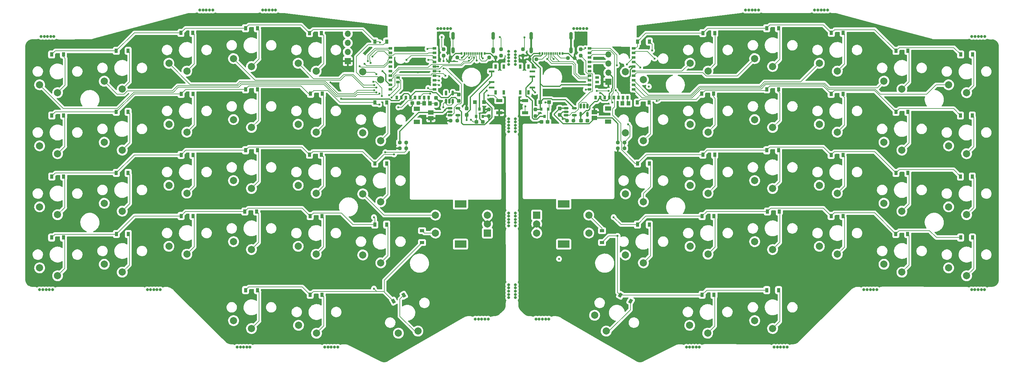
<source format=gbl>
G04 #@! TF.GenerationSoftware,KiCad,Pcbnew,(5.99.0-8557-g8988e46ab1)*
G04 #@! TF.CreationDate,2021-01-24T23:32:50-07:00*
G04 #@! TF.ProjectId,Panel,50616e65-6c2e-46b6-9963-61645f706362,rev?*
G04 #@! TF.SameCoordinates,PX85099e0PY51bada0*
G04 #@! TF.FileFunction,Copper,L2,Bot*
G04 #@! TF.FilePolarity,Positive*
%FSLAX46Y46*%
G04 Gerber Fmt 4.6, Leading zero omitted, Abs format (unit mm)*
G04 Created by KiCad (PCBNEW (5.99.0-8557-g8988e46ab1)) date 2021-01-24 23:32:50*
%MOMM*%
%LPD*%
G01*
G04 APERTURE LIST*
G04 Aperture macros list*
%AMRoundRect*
0 Rectangle with rounded corners*
0 $1 Rounding radius*
0 $2 $3 $4 $5 $6 $7 $8 $9 X,Y pos of 4 corners*
0 Add a 4 corners polygon primitive as box body*
4,1,4,$2,$3,$4,$5,$6,$7,$8,$9,$2,$3,0*
0 Add four circle primitives for the rounded corners*
1,1,$1+$1,$2,$3*
1,1,$1+$1,$4,$5*
1,1,$1+$1,$6,$7*
1,1,$1+$1,$8,$9*
0 Add four rect primitives between the rounded corners*
20,1,$1+$1,$2,$3,$4,$5,0*
20,1,$1+$1,$4,$5,$6,$7,0*
20,1,$1+$1,$6,$7,$8,$9,0*
20,1,$1+$1,$8,$9,$2,$3,0*%
%AMRotRect*
0 Rectangle, with rotation*
0 The origin of the aperture is its center*
0 $1 length*
0 $2 width*
0 $3 Rotation angle, in degrees counterclockwise*
0 Add horizontal line*
21,1,$1,$2,0,0,$3*%
G04 Aperture macros list end*
G04 #@! TA.AperFunction,ComponentPad*
%ADD10C,2.000000*%
G04 #@! TD*
G04 #@! TA.AperFunction,WasherPad*
%ADD11C,0.800000*%
G04 #@! TD*
G04 #@! TA.AperFunction,ComponentPad*
%ADD12R,1.700000X1.700000*%
G04 #@! TD*
G04 #@! TA.AperFunction,ComponentPad*
%ADD13O,1.700000X1.700000*%
G04 #@! TD*
G04 #@! TA.AperFunction,ComponentPad*
%ADD14R,2.000000X2.000000*%
G04 #@! TD*
G04 #@! TA.AperFunction,ComponentPad*
%ADD15R,3.200000X2.000000*%
G04 #@! TD*
G04 #@! TA.AperFunction,SMDPad,CuDef*
%ADD16R,1.050000X1.200000*%
G04 #@! TD*
G04 #@! TA.AperFunction,SMDPad,CuDef*
%ADD17R,0.900000X1.200000*%
G04 #@! TD*
G04 #@! TA.AperFunction,SMDPad,CuDef*
%ADD18R,1.200000X0.900000*%
G04 #@! TD*
G04 #@! TA.AperFunction,SMDPad,CuDef*
%ADD19R,0.540000X0.800000*%
G04 #@! TD*
G04 #@! TA.AperFunction,SMDPad,CuDef*
%ADD20R,0.300000X0.800000*%
G04 #@! TD*
G04 #@! TA.AperFunction,ComponentPad*
%ADD21C,1.000000*%
G04 #@! TD*
G04 #@! TA.AperFunction,SMDPad,CuDef*
%ADD22R,1.000000X0.650000*%
G04 #@! TD*
G04 #@! TA.AperFunction,SMDPad,CuDef*
%ADD23R,0.650000X1.000000*%
G04 #@! TD*
G04 #@! TA.AperFunction,ComponentPad*
%ADD24R,1.000000X0.650000*%
G04 #@! TD*
G04 #@! TA.AperFunction,SMDPad,CuDef*
%ADD25RoundRect,0.150000X-0.150000X0.512500X-0.150000X-0.512500X0.150000X-0.512500X0.150000X0.512500X0*%
G04 #@! TD*
G04 #@! TA.AperFunction,SMDPad,CuDef*
%ADD26R,1.524000X0.600000*%
G04 #@! TD*
G04 #@! TA.AperFunction,SMDPad,CuDef*
%ADD27R,0.700000X1.200000*%
G04 #@! TD*
G04 #@! TA.AperFunction,SMDPad,CuDef*
%ADD28RoundRect,0.237500X0.250000X0.237500X-0.250000X0.237500X-0.250000X-0.237500X0.250000X-0.237500X0*%
G04 #@! TD*
G04 #@! TA.AperFunction,SMDPad,CuDef*
%ADD29RoundRect,0.237500X-0.300000X-0.237500X0.300000X-0.237500X0.300000X0.237500X-0.300000X0.237500X0*%
G04 #@! TD*
G04 #@! TA.AperFunction,SMDPad,CuDef*
%ADD30RoundRect,0.237500X-0.237500X0.250000X-0.237500X-0.250000X0.237500X-0.250000X0.237500X0.250000X0*%
G04 #@! TD*
G04 #@! TA.AperFunction,SMDPad,CuDef*
%ADD31R,1.700000X0.900000*%
G04 #@! TD*
G04 #@! TA.AperFunction,SMDPad,CuDef*
%ADD32RoundRect,0.237500X0.237500X-0.250000X0.237500X0.250000X-0.237500X0.250000X-0.237500X-0.250000X0*%
G04 #@! TD*
G04 #@! TA.AperFunction,SMDPad,CuDef*
%ADD33RoundRect,0.237500X-0.237500X0.300000X-0.237500X-0.300000X0.237500X-0.300000X0.237500X0.300000X0*%
G04 #@! TD*
G04 #@! TA.AperFunction,SMDPad,CuDef*
%ADD34RoundRect,0.237500X-0.250000X-0.237500X0.250000X-0.237500X0.250000X0.237500X-0.250000X0.237500X0*%
G04 #@! TD*
G04 #@! TA.AperFunction,SMDPad,CuDef*
%ADD35R,1.000000X1.000000*%
G04 #@! TD*
G04 #@! TA.AperFunction,SMDPad,CuDef*
%ADD36R,0.800000X0.900000*%
G04 #@! TD*
G04 #@! TA.AperFunction,SMDPad,CuDef*
%ADD37RoundRect,0.237500X0.300000X0.237500X-0.300000X0.237500X-0.300000X-0.237500X0.300000X-0.237500X0*%
G04 #@! TD*
G04 #@! TA.AperFunction,ComponentPad*
%ADD38R,1.550000X1.200000*%
G04 #@! TD*
G04 #@! TA.AperFunction,SMDPad,CuDef*
%ADD39R,1.800000X1.200000*%
G04 #@! TD*
G04 #@! TA.AperFunction,SMDPad,CuDef*
%ADD40RoundRect,0.150000X0.150000X-0.512500X0.150000X0.512500X-0.150000X0.512500X-0.150000X-0.512500X0*%
G04 #@! TD*
G04 #@! TA.AperFunction,SMDPad,CuDef*
%ADD41RotRect,0.900000X1.200000X30.000000*%
G04 #@! TD*
G04 #@! TA.AperFunction,SMDPad,CuDef*
%ADD42RotRect,0.900000X1.200000X330.000000*%
G04 #@! TD*
G04 #@! TA.AperFunction,SMDPad,CuDef*
%ADD43RoundRect,0.237500X0.237500X-0.300000X0.237500X0.300000X-0.237500X0.300000X-0.237500X-0.300000X0*%
G04 #@! TD*
G04 #@! TA.AperFunction,SMDPad,CuDef*
%ADD44RoundRect,0.150000X-0.512500X-0.150000X0.512500X-0.150000X0.512500X0.150000X-0.512500X0.150000X0*%
G04 #@! TD*
G04 #@! TA.AperFunction,ViaPad*
%ADD45C,0.600000*%
G04 #@! TD*
G04 #@! TA.AperFunction,Conductor*
%ADD46C,0.200000*%
G04 #@! TD*
G04 #@! TA.AperFunction,Conductor*
%ADD47C,0.300000*%
G04 #@! TD*
G04 #@! TA.AperFunction,Conductor*
%ADD48C,0.500000*%
G04 #@! TD*
G04 APERTURE END LIST*
D10*
X-84732246Y-10452764D03*
X-79732246Y-12652764D03*
X-120732246Y-16752764D03*
X-115732246Y-18952764D03*
D11*
X-75732242Y37047236D03*
X-74832242Y37047236D03*
X-73932242Y37047236D03*
X-73032242Y37047236D03*
X-76632242Y37047236D03*
D12*
X-52932246Y22847236D03*
D13*
X-52932246Y25387236D03*
X-52932246Y27927236D03*
X-52932246Y30467236D03*
D11*
X-8117770Y-39452764D03*
X-6217770Y-40352764D03*
X-6217770Y-43052764D03*
X-6217770Y-39452764D03*
X-6217770Y-41252764D03*
X-8117770Y-40352764D03*
X-8117770Y-43052764D03*
X-8117770Y-41252764D03*
X-8117770Y-42152764D03*
X-6217770Y-42152764D03*
D10*
X-66632246Y-50752764D03*
X-61632246Y-52952764D03*
X-48732246Y-14152764D03*
X-43732246Y-16352764D03*
D11*
X78892678Y37028565D03*
X77992678Y37028565D03*
X79792678Y37028565D03*
X80692678Y37028565D03*
X77092678Y37028565D03*
D10*
X42296706Y-50752764D03*
X47296706Y-52952764D03*
X-102732246Y-28752764D03*
X-97732246Y-30952764D03*
X42396706Y22247236D03*
X47396706Y20047236D03*
X114396706Y-17752764D03*
X119396706Y-19952764D03*
X-102732246Y-11752764D03*
X-97732246Y-13952764D03*
X-120732246Y17247236D03*
X-115732246Y15047236D03*
X24396706Y2847236D03*
X29396706Y647236D03*
X-138732246Y-752764D03*
X-133732246Y-2952764D03*
X78396706Y-11752764D03*
X83396706Y-13952764D03*
D11*
X-107835048Y-40852764D03*
X-106035048Y-40852764D03*
X-108735048Y-40852764D03*
X-105135048Y-40852764D03*
X-106935048Y-40852764D03*
D10*
X-66732246Y22247236D03*
X-61732246Y20047236D03*
X-84732246Y-49452764D03*
X-79732246Y-51652764D03*
D11*
X12707230Y31947236D03*
X10907230Y31947236D03*
X11807230Y31947236D03*
X10007230Y31947236D03*
X13607230Y31947236D03*
D10*
X-138732246Y16247236D03*
X-133732246Y14047236D03*
D11*
X-15621030Y-49030005D03*
X-17421030Y-49030005D03*
X-14721030Y-49030005D03*
X-13821030Y-49030005D03*
X-16521030Y-49030005D03*
D10*
X24396706Y-14152764D03*
X29396706Y-16352764D03*
X-38812373Y-52957058D03*
X-33382246Y-52362314D03*
D11*
X-93232242Y37047236D03*
X-94132242Y37047236D03*
X-92332242Y37047236D03*
X-90532242Y37047236D03*
X-91432242Y37047236D03*
D10*
X24396706Y19847236D03*
X29396706Y17647236D03*
X-66732246Y-28752764D03*
X-61732246Y-30952764D03*
X60396706Y-27452764D03*
X65396706Y-29652764D03*
X78396706Y-28752764D03*
X83396706Y-30952764D03*
X-48732246Y2847236D03*
X-43732246Y647236D03*
X-48732246Y-31152764D03*
X-43732246Y-33352764D03*
D11*
X59658864Y37028565D03*
X58758864Y37028565D03*
X61458864Y37028565D03*
X57858864Y37028565D03*
X60558864Y37028565D03*
D14*
X-14032246Y-25052764D03*
D10*
X-14032246Y-20052764D03*
X-14032246Y-22552764D03*
D15*
X-21532246Y-28152764D03*
X-21532246Y-16952764D03*
D10*
X-28532246Y-20052764D03*
X-28532246Y-25052764D03*
X42396706Y-28752764D03*
X47396706Y-30952764D03*
X-84732246Y-27452764D03*
X-79732246Y-29652764D03*
X96396706Y247236D03*
X101396706Y-1952764D03*
X-102732246Y22247236D03*
X-97732246Y20047236D03*
X60396706Y6547236D03*
X65396706Y4347236D03*
D11*
X124457703Y29713221D03*
X122657703Y29713221D03*
X121757703Y29713221D03*
X123557703Y29713221D03*
X120857703Y29713221D03*
D10*
X42396706Y-11752764D03*
X47396706Y-13952764D03*
X96396706Y-16752764D03*
X101396706Y-18952764D03*
D11*
X-6217770Y3197236D03*
X-8117770Y4097236D03*
X-6217770Y6797236D03*
X-8117770Y3197236D03*
X-8117770Y5897236D03*
X-6217770Y4097236D03*
X-8117770Y6797236D03*
X-8117770Y4997236D03*
X-6217770Y5897236D03*
X-6217770Y4997236D03*
D10*
X24396706Y-31152764D03*
X29396706Y-33352764D03*
D11*
X-8117770Y23747236D03*
X-6217770Y22847236D03*
X-8117770Y22847236D03*
X-8117770Y21947236D03*
X-6217770Y25547236D03*
X-6217770Y23747236D03*
X-8117770Y25547236D03*
X-6217770Y24647236D03*
X-8117770Y24647236D03*
X-6217770Y21947236D03*
D10*
X-138732246Y-17752764D03*
X-133732246Y-19952764D03*
X114396706Y-752764D03*
X119396706Y-2952764D03*
X-66732246Y-11752764D03*
X-61732246Y-13952764D03*
D11*
X-8117770Y-22152764D03*
X-8117770Y-21252764D03*
X-6217770Y-20352764D03*
X-6217770Y-22152764D03*
X-8117770Y-23052764D03*
X-6217770Y-19452764D03*
X-8117770Y-19452764D03*
X-8117770Y-20352764D03*
X-6217770Y-21252764D03*
X-6217770Y-23052764D03*
X-27867770Y31947236D03*
X-26967770Y31947236D03*
X-25167770Y31947236D03*
X-24267770Y31947236D03*
X-26067770Y31947236D03*
X-138735048Y-40852764D03*
X-136035048Y-40852764D03*
X-136935048Y-40852764D03*
X-137835048Y-40852764D03*
X-135135048Y-40852764D03*
X-134743243Y29713221D03*
X-135643243Y29713221D03*
X-136543243Y29713221D03*
X-138343243Y29713221D03*
X-137443243Y29713221D03*
D10*
X60396706Y-10452764D03*
X65396706Y-12652764D03*
X42396706Y5247236D03*
X47396706Y3047236D03*
X78396706Y22247236D03*
X83396706Y20047236D03*
D11*
X-82835048Y-56852763D03*
X-81935048Y-56852763D03*
X-83735048Y-56852763D03*
X-81035048Y-56852763D03*
X-80135048Y-56852763D03*
D10*
X96396706Y-33752764D03*
X101396706Y-35952764D03*
D11*
X-58424221Y-56852763D03*
X-56624221Y-56852763D03*
X-55724221Y-56852763D03*
X-57524221Y-56852763D03*
X-59324221Y-56852763D03*
D10*
X-66732246Y5247236D03*
X-61732246Y3047236D03*
X114396706Y-34752764D03*
X119396706Y-36952764D03*
X-120732246Y247236D03*
X-115732246Y-1952764D03*
X96396706Y17247236D03*
X101396706Y15047236D03*
X-48732246Y19847236D03*
X-43732246Y17647236D03*
X-138732246Y-34752764D03*
X-133732246Y-36952764D03*
X60396706Y23547236D03*
X65396706Y21347236D03*
X114396706Y16247236D03*
X119396706Y14047236D03*
X-102732246Y5247236D03*
X-97732246Y3047236D03*
X78396706Y5247236D03*
X83396706Y3047236D03*
X-84732246Y6547236D03*
X-79732246Y4347236D03*
D14*
X-303294Y-20052764D03*
D10*
X-303294Y-25052764D03*
X-303294Y-22552764D03*
D15*
X7196706Y-28152764D03*
X7196706Y-16952764D03*
D10*
X14196706Y-25052764D03*
X14196706Y-20052764D03*
X-84732246Y23547236D03*
X-79732246Y21347236D03*
X-120732246Y-33752764D03*
X-115732246Y-35952764D03*
X15816579Y-47957058D03*
X19046706Y-52362314D03*
X60396706Y-49452764D03*
X65396706Y-51652764D03*
D16*
X23582661Y11084736D03*
X25232661Y11084736D03*
D17*
X-99332246Y13697236D03*
X-96032246Y13697236D03*
X63746706Y-2002764D03*
X67046706Y-2002764D03*
X-135332246Y7697236D03*
X-132032246Y7697236D03*
D11*
X1285490Y-49021387D03*
X3085490Y-49021387D03*
X385490Y-49021387D03*
X-514510Y-49021387D03*
X2185490Y-49021387D03*
D18*
X-32232246Y-27702763D03*
X-32232246Y-24402763D03*
D11*
X93499508Y-40844146D03*
X91699508Y-40844146D03*
X94399508Y-40844146D03*
X90799508Y-40844146D03*
X92599508Y-40844146D03*
D19*
X-14832246Y24972236D03*
X-21232246Y24972236D03*
X-20432246Y24972236D03*
X-15632246Y24972236D03*
D20*
X-19282246Y24972236D03*
X-18282246Y24972236D03*
X-17782246Y24972236D03*
X-16782246Y24972236D03*
X-16282246Y24972236D03*
X-17282246Y24972236D03*
X-18782246Y24972236D03*
X-19790246Y24972236D03*
D21*
X-12457246Y26253236D03*
X-23607846Y25990536D03*
X-23607546Y29902136D03*
X-23607846Y26253236D03*
X-12456946Y29571936D03*
X-12457246Y25990536D03*
X-12457246Y25491236D03*
X-23607546Y29559236D03*
X-12456946Y30219636D03*
X-23607246Y30486336D03*
X-12456946Y29279836D03*
X-23607546Y25736536D03*
X-12456946Y29914836D03*
X-12456946Y25736536D03*
X-23607546Y30206936D03*
X-23607846Y25491236D03*
X-23607546Y29267136D03*
X-12456646Y30499036D03*
D17*
X45946706Y-3252764D03*
X49246706Y-3252764D03*
X-81382246Y31997236D03*
X-78082246Y31997236D03*
D22*
X-28774201Y26377236D03*
X-28774201Y25107236D03*
X-28774201Y23837236D03*
X-28774201Y22567236D03*
X-28774201Y21297236D03*
X-28774201Y20027236D03*
X-28774201Y18757236D03*
X-28774201Y17487236D03*
X-28774201Y16217236D03*
X-28774201Y14947236D03*
D23*
X-30423201Y12728236D03*
X-31693201Y12728236D03*
X-32963201Y12728236D03*
X-34233201Y12728236D03*
X-35503201Y12728236D03*
X-36773201Y12728236D03*
X-38043201Y12728236D03*
X-39313201Y12728236D03*
D22*
X-41012201Y14947236D03*
X-41012201Y16217236D03*
D24*
X-38934201Y16979236D03*
D22*
X-41012201Y17487236D03*
D24*
X-38934201Y18249236D03*
D22*
X-41012201Y18757236D03*
X-41012201Y20027236D03*
X-41012201Y21297236D03*
X-41012201Y22567236D03*
X-41012201Y23837236D03*
X-41012201Y25107236D03*
X-41012201Y26377236D03*
D17*
X-81382246Y-2002764D03*
X-78082246Y-2002764D03*
X63746706Y14997236D03*
X67046706Y14997236D03*
X-99332246Y-3302764D03*
X-96032246Y-3302764D03*
D25*
X11921706Y10284736D03*
X12871706Y10284736D03*
X13821706Y10284736D03*
X13821706Y8009736D03*
X11921706Y8009736D03*
D17*
X-117332246Y-25302764D03*
X-114032246Y-25302764D03*
D26*
X-1478294Y15497236D03*
X-1478294Y18497236D03*
X-1478294Y19997236D03*
D27*
X-2578294Y14147236D03*
X-4878294Y14147236D03*
X-4878294Y21347236D03*
X-2578294Y21347236D03*
D17*
X-117382246Y-8302764D03*
X-114082246Y-8302764D03*
X-81382246Y-40952764D03*
X-78082246Y-40952764D03*
X45946706Y30647236D03*
X49246706Y30647236D03*
D28*
X-428294Y23347236D03*
X-2253294Y23347236D03*
D17*
X99696706Y-25302764D03*
X102996706Y-25302764D03*
X-63582246Y30647236D03*
X-60282246Y30647236D03*
X81696706Y-20302764D03*
X84996706Y-20302764D03*
X-99332246Y-20302764D03*
X-96032246Y-20302764D03*
X-117382246Y8697236D03*
X-114082246Y8697236D03*
X-63582246Y-3252764D03*
X-60282246Y-3252764D03*
D29*
X-17057246Y5947236D03*
X-15332246Y5947236D03*
D30*
X-4103294Y26159736D03*
X-4103294Y24334736D03*
D31*
X-10757246Y11847236D03*
X-10757246Y8447236D03*
X-3578294Y8447236D03*
X-3578294Y11847236D03*
D32*
X-13657246Y7534736D03*
X-13657246Y9359736D03*
D17*
X45646706Y13747236D03*
X48946706Y13747236D03*
D11*
X68499508Y-56844145D03*
X67599508Y-56844145D03*
X69399508Y-56844145D03*
X66699508Y-56844145D03*
X65799508Y-56844145D03*
D33*
X-22032246Y13509736D03*
X-22032246Y11784736D03*
D34*
X-13544746Y23847236D03*
X-11719746Y23847236D03*
D26*
X-12857246Y19997236D03*
X-12857246Y16997236D03*
X-12857246Y15497236D03*
D27*
X-9457246Y14147236D03*
X-9457246Y21347236D03*
X-11757246Y14147236D03*
X-11757246Y21347236D03*
D17*
X45746706Y-42252764D03*
X49046706Y-42252764D03*
D11*
X124399508Y-40844146D03*
X121699508Y-40844146D03*
X122599508Y-40844146D03*
X123499508Y-40844146D03*
X120799508Y-40844146D03*
D17*
X63746706Y-40952764D03*
X67046706Y-40952764D03*
X-45382246Y28297236D03*
X-42082246Y28297236D03*
X99746706Y-8302764D03*
X103046706Y-8302764D03*
D22*
X26676661Y26377236D03*
X26676661Y25107236D03*
X26676661Y23837236D03*
X26676661Y22567236D03*
X26676661Y21297236D03*
X26676661Y20027236D03*
X26676661Y18757236D03*
X26676661Y17487236D03*
X26676661Y16217236D03*
X26676661Y14947236D03*
D23*
X25027661Y12728236D03*
X23757661Y12728236D03*
X22487661Y12728236D03*
X21217661Y12728236D03*
X19947661Y12728236D03*
X18677661Y12728236D03*
X17407661Y12728236D03*
X16137661Y12728236D03*
D22*
X14438661Y14947236D03*
X14438661Y16217236D03*
D24*
X16516661Y16979236D03*
D22*
X14438661Y17487236D03*
D24*
X16516661Y18249236D03*
D22*
X14438661Y18757236D03*
X14438661Y20027236D03*
X14438661Y21297236D03*
X14438661Y22567236D03*
X14438661Y23837236D03*
X14438661Y25107236D03*
X14438661Y26377236D03*
D17*
X99746706Y25697236D03*
X103046706Y25697236D03*
D35*
X3171706Y11447236D03*
X671706Y11447236D03*
X-17507246Y11447236D03*
X-15007246Y11447236D03*
D17*
X63746706Y31997236D03*
X67046706Y31997236D03*
D36*
X-15282246Y7447236D03*
X-17182246Y7447236D03*
X-16232246Y9447236D03*
D17*
X-81382246Y14997236D03*
X-78082246Y14997236D03*
D34*
X-38469746Y147236D03*
X-36644746Y147236D03*
D17*
X-135332246Y-9302764D03*
X-132032246Y-9302764D03*
X-99382246Y30697236D03*
X-96082246Y30697236D03*
D33*
X6121706Y9609736D03*
X6121706Y7884736D03*
D17*
X-135382246Y-26302764D03*
X-132082246Y-26302764D03*
D30*
X-10232246Y26159736D03*
X-10232246Y24334736D03*
D17*
X-63382246Y-42252764D03*
X-60082246Y-42252764D03*
X81696706Y13697236D03*
X84996706Y13697236D03*
X117746706Y24697236D03*
X121046706Y24697236D03*
X-81582246Y-19052764D03*
X-78282246Y-19052764D03*
D37*
X2721706Y5947236D03*
X996706Y5947236D03*
D34*
X22309206Y147236D03*
X24134206Y147236D03*
X8409206Y23697236D03*
X10234206Y23697236D03*
D17*
X-117382246Y25697236D03*
X-114082246Y25697236D03*
X81746706Y30697236D03*
X85046706Y30697236D03*
D38*
X15721706Y8597236D03*
X15721706Y6997236D03*
D39*
X19596706Y9597236D03*
X19596706Y5997236D03*
D28*
X-36644746Y-1452764D03*
X-38469746Y-1452764D03*
D12*
X19621706Y17047236D03*
D13*
X19621706Y19587236D03*
X19621706Y22127236D03*
X19621706Y24667236D03*
D17*
X117746706Y-26302764D03*
X121046706Y-26302764D03*
X-135382246Y24697236D03*
X-132082246Y24697236D03*
D28*
X-22444746Y6247236D03*
X-24269746Y6247236D03*
D36*
X946706Y9447236D03*
X2846706Y9447236D03*
X1896706Y7447236D03*
D17*
X45746706Y-20352764D03*
X49046706Y-20352764D03*
X-63382246Y-20352764D03*
X-60082246Y-20352764D03*
X27696706Y11297236D03*
X30996706Y11297236D03*
X-45382246Y-5702764D03*
X-42082246Y-5702764D03*
D40*
X-23682246Y11647236D03*
X-24632246Y11647236D03*
X-25582246Y11647236D03*
X-25582246Y13922236D03*
X-23682246Y13922236D03*
D17*
X117696706Y-9302764D03*
X120996706Y-9302764D03*
D38*
X-29782246Y6947236D03*
X-29782246Y8547236D03*
D39*
X-33657246Y5947236D03*
X-33657246Y9547236D03*
D17*
X-45332246Y11297236D03*
X-42032246Y11297236D03*
X63946706Y-19052764D03*
X67246706Y-19052764D03*
D30*
X11921706Y26159736D03*
X11921706Y24334736D03*
X-678294Y9359736D03*
X-678294Y7534736D03*
D17*
X27746706Y-22702764D03*
X31046706Y-22702764D03*
D28*
X24134206Y-1452764D03*
X22309206Y-1452764D03*
D17*
X117696706Y7697236D03*
X120996706Y7697236D03*
D41*
X-40188945Y-44027764D03*
X-37331061Y-42377764D03*
D28*
X-22432246Y23847236D03*
X-24257246Y23847236D03*
D42*
X22995521Y-42377764D03*
X25853405Y-44027764D03*
D43*
X-19832246Y7884736D03*
X-19832246Y9609736D03*
D29*
X-34994746Y11147236D03*
X-33269746Y11147236D03*
D17*
X99746706Y8697236D03*
X103046706Y8697236D03*
D16*
X-31657246Y11047236D03*
X-30007246Y11047236D03*
D44*
X-24494746Y7797236D03*
X-24494746Y8747236D03*
X-24494746Y9697236D03*
X-22219746Y9697236D03*
X-22219746Y7797236D03*
X7884206Y7797236D03*
X7884206Y8747236D03*
X7884206Y9697236D03*
X10159206Y9697236D03*
X10159206Y7797236D03*
D29*
X12059206Y6247236D03*
X13784206Y6247236D03*
D17*
X81696706Y-3302764D03*
X84996706Y-3302764D03*
D11*
X44088681Y-56844145D03*
X42288681Y-56844145D03*
X41388681Y-56844145D03*
X43188681Y-56844145D03*
X44988681Y-56844145D03*
D18*
X17896706Y-27702763D03*
X17896706Y-24402763D03*
D28*
X9934206Y6247236D03*
X8109206Y6247236D03*
D30*
X-26257246Y26159736D03*
X-26257246Y24334736D03*
D19*
X6896706Y24972236D03*
X496706Y24972236D03*
X6096706Y24972236D03*
X1296706Y24972236D03*
D20*
X2446706Y24972236D03*
X3446706Y24972236D03*
X3946706Y24972236D03*
X4946706Y24972236D03*
X5446706Y24972236D03*
X4446706Y24972236D03*
X2946706Y24972236D03*
X1938706Y24972236D03*
D21*
X-1878594Y29902136D03*
X-1878894Y26253236D03*
X9272006Y30219636D03*
X9272006Y25736536D03*
X9272006Y29914836D03*
X-1878894Y25491236D03*
X9271706Y25990536D03*
X-1878594Y29267136D03*
X9272006Y29279836D03*
X-1878594Y25736536D03*
X9272006Y29571936D03*
X-1878294Y30486336D03*
X9271706Y26253236D03*
X-1878594Y29559236D03*
X-1878594Y30206936D03*
X-1878894Y25990536D03*
X9272306Y30499036D03*
X9271706Y25491236D03*
D33*
X-28394746Y12609736D03*
X-28394746Y10884736D03*
D17*
X-45382246Y-22702764D03*
X-42082246Y-22702764D03*
X27746706Y-5702764D03*
X31046706Y-5702764D03*
X27746706Y28297236D03*
X31046706Y28297236D03*
X-63282246Y13747236D03*
X-59982246Y13747236D03*
D45*
X-45632246Y-40552764D03*
X22021716Y21688237D03*
X22221706Y-25852764D03*
X-47332246Y22847236D03*
X-43932246Y28047236D03*
X-30732246Y26247236D03*
X-44132246Y10747236D03*
X-46032246Y24147236D03*
X32521706Y23547236D03*
X33121706Y11747236D03*
X-38832246Y9947236D03*
X-40032246Y-3152764D03*
X20720978Y11321508D03*
X21121706Y-20652764D03*
X-46532246Y22347236D03*
X-45632246Y-20652764D03*
X5921706Y-32252764D03*
X5146706Y11197236D03*
X9921706Y17747236D03*
X126921706Y-31252764D03*
X72921706Y-7252764D03*
X-33332246Y17147236D03*
X-20732246Y-40052764D03*
X-853294Y12697236D03*
X23921706Y-25252764D03*
X122921706Y19747236D03*
X-125732246Y-31052764D03*
X23921706Y-21252764D03*
X-71732246Y9947236D03*
X-125732246Y2947236D03*
X-53732246Y-25052764D03*
X37921706Y27747236D03*
X17696706Y-16702764D03*
X12921706Y-44252764D03*
X-53732246Y-8052764D03*
X11921706Y29747236D03*
X-71732246Y-7052764D03*
X73921706Y13747236D03*
X-4078294Y5747236D03*
X-126032246Y19747236D03*
X-53732246Y-47052764D03*
X72921706Y-45252764D03*
X90921706Y-8252764D03*
X-28732246Y-44052764D03*
X11146706Y22447236D03*
X-107732246Y3947236D03*
X2396706Y21697236D03*
X-107732246Y-30052764D03*
X-33332246Y19747236D03*
X87921706Y27747236D03*
X-1203294Y21397236D03*
X-13332246Y21947236D03*
X-125732246Y-14052764D03*
X-19932246Y11547236D03*
X-71732246Y-24052764D03*
X73921706Y9747236D03*
X-22032246Y11784736D03*
X108921706Y3747236D03*
X54921706Y-25252764D03*
X34921706Y16747236D03*
X17396706Y13947236D03*
X-47332246Y25747236D03*
X9921706Y12747236D03*
X-35732246Y-27052764D03*
X646706Y8447236D03*
X-25132246Y16147236D03*
X16896706Y23697236D03*
X-27132246Y6147236D03*
X2921706Y-19252764D03*
X-53732246Y8947236D03*
X-21732246Y19547236D03*
X-89732246Y25947236D03*
X-58732246Y25947236D03*
X32921706Y6747236D03*
X23896706Y25947236D03*
X23921706Y-8252764D03*
X126921706Y-14252764D03*
X-3078294Y-17252764D03*
X-78294Y-41252764D03*
X-35932246Y9347236D03*
X72921706Y-24252764D03*
X-15732246Y-34052764D03*
X50921706Y27747236D03*
X108921706Y-30252764D03*
X-33332246Y22147236D03*
X36921706Y-10252764D03*
X54921706Y8747236D03*
X23921706Y16747236D03*
X26921706Y13747236D03*
X103896706Y11197236D03*
X-26932246Y11747236D03*
X126921706Y2747236D03*
X13646706Y6197236D03*
X-19732246Y-23052764D03*
X73921706Y27747236D03*
X-24932246Y29547236D03*
X54921706Y-8252764D03*
X100396706Y11197236D03*
X-33332246Y25747236D03*
X91921706Y8747236D03*
X37921706Y-27252764D03*
X-24732246Y22547236D03*
X109921706Y-13252764D03*
X30921706Y-50252764D03*
X-89732246Y-8052764D03*
X-19932246Y13547236D03*
X-71732246Y-44052764D03*
X-89732246Y8947236D03*
X90921706Y-25252764D03*
X54921706Y-47252764D03*
X-37732246Y11347236D03*
X-57732246Y16947236D03*
X-27732246Y21347236D03*
X-11332246Y6347236D03*
X25496706Y7797236D03*
X4396706Y5947236D03*
X-107732246Y-13052764D03*
X-89732246Y-25052764D03*
X-14905246Y9947236D03*
X12896706Y10197236D03*
X-71732246Y26947236D03*
X6921706Y6747236D03*
X61921706Y27747236D03*
X109921706Y20747236D03*
X-107732246Y20947236D03*
X-37732246Y-8052764D03*
X-44132246Y13747236D03*
X-30532246Y15347236D03*
X-27532246Y16147236D03*
X-44932246Y14147236D03*
X-45532246Y14747236D03*
X-27532246Y17447236D03*
X-27432246Y18647236D03*
X-44932246Y15447236D03*
X-27332246Y19947236D03*
X-45532246Y16147236D03*
X28521706Y21047236D03*
X-30432246Y23147236D03*
X-44932246Y19247236D03*
X-54732246Y12347236D03*
X-19832246Y6447236D03*
X-778294Y14147236D03*
X-25932246Y9147236D03*
X-18632246Y6547236D03*
X2121706Y11347236D03*
X11921706Y10284736D03*
X-26332246Y9947236D03*
X-15332246Y23647236D03*
X-43232246Y20047236D03*
X1321706Y24947236D03*
X6121706Y24947236D03*
X-21132246Y23747236D03*
X-14232246Y14647236D03*
X13221706Y26447236D03*
X-26732246Y29547236D03*
X-10532246Y29547236D03*
X-3678294Y29447236D03*
X30921706Y15747236D03*
X-48232246Y22047236D03*
X-26232246Y22847236D03*
X-26232246Y20847236D03*
X-43432246Y13147236D03*
X-45832246Y17047236D03*
X24821706Y21947236D03*
X-42456274Y-2552753D03*
X-36532246Y23147236D03*
X25196706Y5197236D03*
X-41432246Y13347236D03*
X-40682246Y12697236D03*
X-25732246Y18747236D03*
X-3478294Y10247236D03*
X-13832246Y13247236D03*
X13346282Y14847226D03*
X23646706Y11020691D03*
X25296706Y11097236D03*
X-49632246Y21447236D03*
X-29932246Y13747236D03*
X19761723Y14577217D03*
X16421706Y14547236D03*
X21646684Y14677692D03*
X31821706Y25847236D03*
X-19232246Y22947236D03*
X-16982246Y22997236D03*
X2596706Y23397236D03*
X4396706Y23397236D03*
X-17782246Y23797236D03*
X-19132246Y23747236D03*
D46*
X47046706Y-40952764D02*
X63746706Y-40952764D01*
X-62482235Y-41352753D02*
X-63382246Y-42252764D01*
X-45632246Y-40552764D02*
X-44832257Y-41352753D01*
X-47332246Y22847236D02*
X-47332246Y24447236D01*
X-40188945Y-44027764D02*
X-42748096Y-41468614D01*
X-45402246Y26377236D02*
X-41012201Y26377236D01*
X-80482235Y-40052753D02*
X-65582257Y-40052753D01*
X22021716Y24547226D02*
X22021716Y21688237D01*
X22221706Y-41603949D02*
X22221706Y-25852764D01*
X-47332246Y24447236D02*
X-45402246Y26377236D01*
X20191706Y26377236D02*
X22021716Y24547226D01*
X-42748096Y-38218613D02*
X-42748096Y-41468614D01*
X-42748096Y-41468614D02*
X-42863956Y-41352753D01*
X-81382246Y-40952764D02*
X-80482235Y-40052753D01*
X22995521Y-42377764D02*
X22221706Y-41603949D01*
X-42863956Y-41352753D02*
X-44632257Y-41352753D01*
X45746706Y-42252764D02*
X47046706Y-40952764D01*
X-44832257Y-41352753D02*
X-44632257Y-41352753D01*
X-32232246Y-27702763D02*
X-42748096Y-38218613D01*
X22221706Y-25852764D02*
X19746705Y-25852764D01*
X14438661Y26377236D02*
X20191706Y26377236D01*
X-44632257Y-41352753D02*
X-62482235Y-41352753D01*
X22995521Y-42377764D02*
X45621706Y-42377764D01*
X19746705Y-25852764D02*
X17896706Y-27702763D01*
X-65582257Y-40052753D02*
X-63382246Y-42252764D01*
X-134382246Y25697236D02*
X-117382246Y25697236D01*
X-65832257Y32897247D02*
X-63582246Y30647236D01*
X-112382246Y30697236D02*
X-99382246Y30697236D01*
X-28774201Y26377236D02*
X-30602246Y26377236D01*
X-117382246Y25697236D02*
X-112382246Y30697236D01*
X79546705Y32897237D02*
X64646707Y32897237D01*
X-135382246Y24697236D02*
X-134382246Y25697236D01*
X26676661Y26377236D02*
X27179099Y26377236D01*
X64646707Y32897237D02*
X63746706Y31997236D01*
X-80482235Y32897247D02*
X-65832257Y32897247D01*
X-62582246Y31647236D02*
X-48732246Y31647236D01*
X-48732246Y31647236D02*
X-45382246Y28297236D01*
X27746706Y26944843D02*
X27746706Y28297236D01*
X-81382246Y31997236D02*
X-80482235Y32897247D01*
X-63582246Y30647236D02*
X-62582246Y31647236D01*
X-43932246Y28047236D02*
X-44182246Y28297236D01*
X99746706Y25697236D02*
X93846705Y31597237D01*
X63746706Y31997236D02*
X47296706Y31997236D01*
X117746706Y24697236D02*
X115846705Y26597237D01*
X-44182246Y28297236D02*
X-45382246Y28297236D01*
X82646707Y31597237D02*
X81746706Y30697236D01*
X99746706Y25697236D02*
X100646707Y26597237D01*
X-30602246Y26377236D02*
X-30732246Y26247236D01*
X30096706Y30647236D02*
X27746706Y28297236D01*
X93846705Y31597237D02*
X82646707Y31597237D01*
X47296706Y31997236D02*
X45946706Y30647236D01*
X100646707Y26597237D02*
X115846705Y26597237D01*
X45946706Y30647236D02*
X30096706Y30647236D01*
X81746706Y30697236D02*
X79546705Y32897237D01*
X-98082246Y31997236D02*
X-81382246Y31997236D01*
X27179099Y26377236D02*
X27746706Y26944843D01*
X-99382246Y30697236D02*
X-98082246Y31997236D01*
X-59705246Y13470236D02*
X-59982246Y13747236D01*
X49396707Y12472235D02*
X48946706Y12922236D01*
X-59705246Y5074236D02*
X-59705246Y13470236D01*
X47396706Y3047236D02*
X49396707Y5047237D01*
X49396707Y5047237D02*
X49396707Y12472235D01*
X48946706Y12922236D02*
X48946706Y13747236D01*
X-61732246Y3047236D02*
X-59705246Y5074236D01*
X-134332246Y8697236D02*
X-117382246Y8697236D01*
X34071705Y12197237D02*
X44096707Y12197237D01*
X33621704Y11747236D02*
X34071705Y12197237D01*
X-30732246Y24847236D02*
X-39907181Y24847236D01*
X-44132246Y10747236D02*
X-44782246Y10747236D01*
X81696706Y13697236D02*
X82596707Y14597237D01*
X30521705Y25547237D02*
X32521706Y23547236D01*
X-28774201Y25107236D02*
X-30472246Y25107236D01*
X-55082246Y11297236D02*
X-58432246Y14647236D01*
X28596707Y12197237D02*
X34071705Y12197237D01*
X-58432246Y14647236D02*
X-62382246Y14647236D01*
X-81382246Y14997236D02*
X-80482235Y15897247D01*
X-44782246Y10747236D02*
X-45332246Y11297236D01*
X-62382246Y14647236D02*
X-62582246Y14447236D01*
X115796705Y9597237D02*
X117696706Y7697236D01*
X64646707Y15897237D02*
X79496705Y15897237D01*
X27696706Y11297236D02*
X28596707Y12197237D01*
X-30472246Y25107236D02*
X-30732246Y24847236D01*
X-39907181Y24847236D02*
X-40272192Y24482225D01*
X-62382246Y14647236D02*
X-63282246Y13747236D01*
X64646707Y15897237D02*
X63746706Y14997236D01*
X79496705Y15897237D02*
X81696706Y13697236D01*
X-40272192Y24482225D02*
X-41640235Y24482225D01*
X-65982257Y15897247D02*
X-63832246Y13747236D01*
X-117382246Y8697236D02*
X-112382246Y13697236D01*
X82596707Y14597237D02*
X93846705Y14597237D01*
X27116662Y25547237D02*
X30521705Y25547237D01*
X33121706Y11747236D02*
X33621704Y11747236D01*
X-44632246Y25547236D02*
X-46032246Y24147236D01*
X45646706Y13747236D02*
X46546707Y14647237D01*
X46546707Y14647237D02*
X63396707Y14647237D01*
X93846705Y14597237D02*
X99746706Y8697236D01*
X-98032246Y14997236D02*
X-81382246Y14997236D01*
X-41640235Y24482225D02*
X-42705246Y25547236D01*
X99746706Y8697236D02*
X100646707Y9597237D01*
X44096707Y12197237D02*
X45646706Y13747236D01*
X-42705246Y25547236D02*
X-44632246Y25547236D01*
X100646707Y9597237D02*
X115796705Y9597237D01*
X-112382246Y13697236D02*
X-99332246Y13697236D01*
X-99332246Y13697236D02*
X-98032246Y14997236D01*
X-135332246Y7697236D02*
X-134332246Y8697236D01*
X-80482235Y15897247D02*
X-65982257Y15897247D01*
X-45332246Y11297236D02*
X-55082246Y11297236D01*
X-63832246Y13747236D02*
X-63282246Y13747236D01*
X33121706Y11747236D02*
X33071707Y11797235D01*
X26676661Y25107236D02*
X27116662Y25547237D01*
X85396707Y-11952763D02*
X85396707Y-3702765D01*
X83396706Y-13952764D02*
X85396707Y-11952763D01*
X-95705246Y-11925764D02*
X-95705246Y-3629764D01*
X-97732246Y-13952764D02*
X-95705246Y-11925764D01*
X85396707Y-3702765D02*
X84996706Y-3302764D01*
X-95705246Y-3629764D02*
X-96032246Y-3302764D01*
X23096705Y5497235D02*
X23096705Y607393D01*
X-98032246Y-2002764D02*
X-99332246Y-3302764D01*
X-134332246Y-8302764D02*
X-135332246Y-9302764D01*
X79496705Y-1102763D02*
X81696706Y-3302764D01*
X-80482235Y-1102753D02*
X-81382246Y-2002764D01*
X45946706Y-3252764D02*
X47196706Y-2002764D01*
X-62682235Y-2352753D02*
X-63582246Y-3252764D01*
X-35957226Y11922256D02*
X-37932246Y9947236D01*
X27136552Y-5702764D02*
X27746706Y-5702764D01*
X21217661Y12728236D02*
X21320979Y12624918D01*
X21320979Y12624918D02*
X21320979Y10044165D01*
X21320979Y10044165D02*
X20821706Y9544892D01*
X-99332246Y-3302764D02*
X-112382246Y-3302764D01*
X81696706Y-3302764D02*
X82596707Y-2402763D01*
X-45382246Y-5702764D02*
X-48732257Y-2352753D01*
X20821706Y9544892D02*
X20821706Y7772234D01*
X82596707Y-2402763D02*
X93846705Y-2402763D01*
X93846705Y-2402763D02*
X99746706Y-8302764D01*
X-40032246Y-3152764D02*
X-42832246Y-3152764D01*
X100646707Y-7402763D02*
X115796705Y-7402763D01*
X47196706Y-2002764D02*
X63746706Y-2002764D01*
X30196706Y-3252764D02*
X45946706Y-3252764D01*
X-34233201Y12728236D02*
X-35039181Y11922256D01*
X20821706Y7772234D02*
X23096705Y5497235D01*
X-35039181Y11922256D02*
X-35957226Y11922256D01*
X99746706Y-8302764D02*
X100646707Y-7402763D01*
X23096705Y607393D02*
X23346696Y357402D01*
X27746706Y-5702764D02*
X30196706Y-3252764D01*
X-42832246Y-3152764D02*
X-45382246Y-5702764D01*
X-63582246Y-3252764D02*
X-65732257Y-1102753D01*
X-48732257Y-2352753D02*
X-62682235Y-2352753D01*
X115796705Y-7402763D02*
X117696706Y-9302764D01*
X64646707Y-1102763D02*
X79496705Y-1102763D01*
X-112382246Y-3302764D02*
X-117382246Y-8302764D01*
X-117382246Y-8302764D02*
X-134332246Y-8302764D01*
X-65732257Y-1102753D02*
X-80482235Y-1102753D01*
X-37932246Y9947236D02*
X-38832246Y9947236D01*
X-81382246Y-2002764D02*
X-98032246Y-2002764D01*
X23346696Y-1912908D02*
X27136552Y-5702764D01*
X63746706Y-2002764D02*
X64646707Y-1102763D01*
X23346696Y357402D02*
X23346696Y-1912908D01*
X-131605246Y16174236D02*
X-131605246Y23620236D01*
X-132082246Y24097236D02*
X-132082246Y24697236D01*
X-133732246Y14047236D02*
X-131605246Y16174236D01*
X-131605246Y23620236D02*
X-132082246Y24097236D01*
X121396707Y16047237D02*
X119396706Y14047236D01*
X121396707Y24347235D02*
X121396707Y16047237D01*
X82596707Y-19402763D02*
X93796705Y-19402763D01*
X21046683Y13942258D02*
X20572662Y13468237D01*
X-62482235Y-19452753D02*
X-54705257Y-19452753D01*
X-65582257Y-18152753D02*
X-63382246Y-20352764D01*
X-45132246Y25947236D02*
X-41852201Y25947236D01*
X-80682235Y-18152753D02*
X-65582257Y-18152753D01*
X-46738238Y22553227D02*
X-46732235Y22559230D01*
X-46532246Y22347236D02*
X-46738238Y22553227D01*
X93796705Y-19402763D02*
X99696706Y-25302764D01*
X-117332246Y-25302764D02*
X-112332246Y-20302764D01*
X63946706Y-19052764D02*
X64846707Y-18152763D01*
X-45632246Y-20652764D02*
X-45382246Y-20902764D01*
X81696706Y-20302764D02*
X82596707Y-19402763D01*
X27746706Y-22702764D02*
X23171706Y-22702764D01*
X20173707Y25817237D02*
X21334178Y24656766D01*
X-54705257Y-19452753D02*
X-51455246Y-22702764D01*
X27746706Y-22702764D02*
X30096706Y-20352764D01*
X-46732235Y23135242D02*
X-46832246Y23235253D01*
X99696706Y-25302764D02*
X100596707Y-24402763D01*
X45746706Y-20352764D02*
X47046706Y-19052764D01*
X30096706Y-20352764D02*
X45746706Y-20352764D01*
X21334178Y15253188D02*
X21046683Y14965693D01*
X-46832246Y23235253D02*
X-46832246Y24247236D01*
X-51455246Y-22702764D02*
X-45382246Y-22702764D01*
X-98082246Y-19052764D02*
X-81582246Y-19052764D01*
X14438661Y25107236D02*
X15148662Y25817237D01*
X-81582246Y-19052764D02*
X-80682235Y-18152753D01*
X-41852201Y25947236D02*
X-41012201Y25107236D01*
X-134482235Y-25402753D02*
X-117432235Y-25402753D01*
X-46832246Y24247236D02*
X-45132246Y25947236D01*
X109095703Y-24402763D02*
X110995704Y-26302764D01*
X23171706Y-22702764D02*
X21121706Y-20652764D01*
X110995704Y-26302764D02*
X117746706Y-26302764D01*
X-63382246Y-20352764D02*
X-62482235Y-19452753D01*
X-112332246Y-20302764D02*
X-99332246Y-20302764D01*
X79546705Y-18152763D02*
X81696706Y-20302764D01*
X20572662Y13468237D02*
X20572662Y11469824D01*
X21334178Y24656766D02*
X21334178Y15253188D01*
X64846707Y-18152763D02*
X79546705Y-18152763D01*
X15148662Y25817237D02*
X20173707Y25817237D01*
X-99332246Y-20302764D02*
X-98082246Y-19052764D01*
X-46732235Y22559230D02*
X-46732235Y23135242D01*
X-45382246Y-20902764D02*
X-45382246Y-22702764D01*
X21046683Y14965693D02*
X21046683Y13942258D01*
X20572662Y11469824D02*
X20720978Y11321508D01*
X100596707Y-24402763D02*
X109095703Y-24402763D01*
X-135382246Y-26302764D02*
X-134482235Y-25402753D01*
X47046706Y-19052764D02*
X63946706Y-19052764D01*
X-117432235Y-25402753D02*
X-117332246Y-25302764D01*
X30996706Y11297236D02*
X31396707Y10897235D01*
X-41705246Y2674236D02*
X-43732246Y647236D01*
X31396707Y10897235D02*
X31396707Y2647237D01*
X31396707Y2647237D02*
X29396706Y647236D01*
X-41705246Y10970236D02*
X-41705246Y2674236D01*
X-42032246Y11297236D02*
X-41705246Y10970236D01*
X-113605246Y-16825764D02*
X-113605246Y-8779764D01*
X103396707Y-16952763D02*
X103396707Y-8652765D01*
X101396706Y-18952764D02*
X103396707Y-16952763D01*
X-115732246Y-18952764D02*
X-113605246Y-16825764D01*
X-113605246Y-8779764D02*
X-114082246Y-8302764D01*
X-77705246Y6374236D02*
X-77705246Y14620236D01*
X-79732246Y4347236D02*
X-77705246Y6374236D01*
X67396707Y13972235D02*
X67046706Y14322236D01*
X67046706Y14322236D02*
X67046706Y14997236D01*
X67396707Y6347237D02*
X67396707Y13972235D01*
X-77705246Y14620236D02*
X-78082246Y14997236D01*
X65396706Y4347236D02*
X67396707Y6347237D01*
X85396707Y5047237D02*
X85396707Y12672235D01*
X-95705246Y13370236D02*
X-96032246Y13697236D01*
X84996706Y13072236D02*
X84996706Y13697236D01*
X85396707Y12672235D02*
X84996706Y13072236D01*
X83396706Y3047236D02*
X85396707Y5047237D01*
X-97732246Y3047236D02*
X-95705246Y5074236D01*
X-95705246Y5074236D02*
X-95705246Y13370236D01*
X-113605246Y8220236D02*
X-114082246Y8697236D01*
X103396707Y47237D02*
X103396707Y8347235D01*
X-115732246Y-1952764D02*
X-113605246Y174236D01*
X101396706Y-1952764D02*
X103396707Y47237D01*
X-113605246Y174236D02*
X-113605246Y8220236D01*
X121396707Y7297235D02*
X121396707Y-952763D01*
X-131705246Y7370236D02*
X-131705246Y-925764D01*
X-132032246Y7697236D02*
X-131705246Y7370236D01*
X121396707Y-952763D02*
X119396706Y-2952764D01*
X120996706Y7697236D02*
X121396707Y7297235D01*
X-131705246Y-925764D02*
X-133732246Y-2952764D01*
X-41705246Y-6079764D02*
X-41705246Y-14325764D01*
X29396706Y-16352764D02*
X29396706Y-14102762D01*
X-42082246Y-5702764D02*
X-41705246Y-6079764D01*
X-41705246Y-14325764D02*
X-43732246Y-16352764D01*
X29396706Y-14102762D02*
X31396707Y-12102761D01*
X31396707Y-12102761D02*
X31396707Y-6052765D01*
X49396707Y-11952763D02*
X49396707Y-3402765D01*
X-61732246Y-13952764D02*
X-59705246Y-11925764D01*
X-59705246Y-11925764D02*
X-59705246Y-3829764D01*
X-59705246Y-3829764D02*
X-60282246Y-3252764D01*
X47396706Y-13952764D02*
X49396707Y-11952763D01*
X65396706Y-12652764D02*
X67396707Y-10652763D01*
X-77705246Y-2379764D02*
X-78082246Y-2002764D01*
X-77705246Y-10625764D02*
X-77705246Y-2379764D01*
X-79732246Y-12652764D02*
X-77705246Y-10625764D01*
X67396707Y-10652763D02*
X67396707Y-2352765D01*
X-41705246Y-23079764D02*
X-42082246Y-22702764D01*
X-43732246Y-33352764D02*
X-41705246Y-31325764D01*
X31396707Y-31352763D02*
X31396707Y-23052765D01*
X-41705246Y-31325764D02*
X-41705246Y-23079764D01*
X29396706Y-33352764D02*
X31396707Y-31352763D01*
X49396707Y-28952763D02*
X49396707Y-20702765D01*
X47396706Y-30952764D02*
X49396707Y-28952763D01*
X-59705246Y-20729764D02*
X-60082246Y-20352764D01*
X-59705246Y-28925764D02*
X-59705246Y-20729764D01*
X-61732246Y-30952764D02*
X-59705246Y-28925764D01*
X-133732246Y-19952764D02*
X-131705246Y-17925764D01*
X-131705246Y-9629764D02*
X-132032246Y-9302764D01*
X120996706Y-9302764D02*
X121396707Y-9702765D01*
X121396707Y-17952763D02*
X119396706Y-19952764D01*
X-131705246Y-17925764D02*
X-131705246Y-9629764D01*
X121396707Y-9702765D02*
X121396707Y-17952763D01*
X65396706Y-29652764D02*
X67396707Y-27652763D01*
X67396707Y-27652763D02*
X67396707Y-19202765D01*
X-77705246Y-19629764D02*
X-78282246Y-19052764D01*
X-79732246Y-29652764D02*
X-77705246Y-27625764D01*
X-77705246Y-27625764D02*
X-77705246Y-19629764D01*
X-131705246Y-26679764D02*
X-132082246Y-26302764D01*
X-131705246Y-34925764D02*
X-131705246Y-26679764D01*
X-133732246Y-36952764D02*
X-131705246Y-34925764D01*
X121396707Y-26652765D02*
X121396707Y-34952763D01*
X121396707Y-34952763D02*
X119396706Y-36952764D01*
X67396707Y-49652763D02*
X67396707Y-41302765D01*
X-77605246Y-49525764D02*
X-77605246Y-41429764D01*
X65396706Y-51652764D02*
X67396707Y-49652763D01*
X-77605246Y-41429764D02*
X-78082246Y-40952764D01*
X-79732246Y-51652764D02*
X-77605246Y-49525764D01*
D47*
X-25507266Y8397216D02*
X-25507266Y7772216D01*
X-2253294Y22872236D02*
X-1203294Y21822236D01*
X-26932246Y11747236D02*
X-26969726Y11784716D01*
X6921706Y6747236D02*
X6921706Y7084736D01*
X6921706Y7084736D02*
X6121706Y7884736D01*
X25746707Y20417274D02*
X25746707Y18572237D01*
X8521706Y24972236D02*
X9796706Y23697236D01*
X17643663Y13947236D02*
X17396706Y13947236D01*
X-19932246Y9709736D02*
X-19832246Y9609736D01*
X-16132246Y8347236D02*
X-16132246Y6747236D01*
X26626669Y21297236D02*
X25746707Y20417274D01*
X-26969726Y11784716D02*
X-27569726Y11784716D01*
X6921706Y6747236D02*
X7609206Y6747236D01*
X-34994746Y11147236D02*
X-34994746Y10284736D01*
X-265794Y7534736D02*
X646706Y8447236D01*
X6896706Y24972236D02*
X8521706Y24972236D01*
X6984206Y8747236D02*
X6121706Y7884736D01*
X-13657246Y9359736D02*
X-14669746Y8347236D01*
X-24257246Y23847236D02*
X-24457857Y24047847D01*
X-25157246Y8747236D02*
X-25507266Y8397216D01*
X-24457857Y24047847D02*
X-24457857Y29072847D01*
X-1203294Y21822236D02*
X-1203294Y21397236D01*
X9796706Y23697236D02*
X10234206Y23697236D01*
X-13157246Y24972236D02*
X-12032246Y23847236D01*
X7884206Y8747236D02*
X6984206Y8747236D01*
X-24494746Y8747236D02*
X-25157246Y8747236D01*
X-24039362Y12659756D02*
X-24632246Y12066872D01*
X-27569726Y11784716D02*
X-28394746Y12609736D01*
X-28724201Y21347236D02*
X-28774201Y21297236D01*
X-25507266Y7772216D02*
X-27132246Y6147236D01*
X-36773201Y12306281D02*
X-37732246Y11347236D01*
X-21232246Y24972236D02*
X-22907246Y24972236D01*
X-14669746Y8347236D02*
X-16132246Y8347236D01*
X-24732246Y23372236D02*
X-24257246Y23847236D01*
X-22032246Y11784736D02*
X-22907266Y12659756D01*
X-2253294Y23858819D02*
X-2253294Y23347236D01*
X-14832246Y24972236D02*
X-13157246Y24972236D01*
X18677661Y12913238D02*
X17643663Y13947236D01*
X-678294Y7534736D02*
X-265794Y7534736D01*
X-34994746Y10284736D02*
X-35932246Y9347236D01*
X7609206Y6747236D02*
X8109206Y6247236D01*
X11146706Y22447236D02*
X11146706Y22784736D01*
X-1139877Y24972236D02*
X-2253294Y23858819D01*
X-24732246Y22547236D02*
X-24732246Y23372236D01*
X496706Y24972236D02*
X-1139877Y24972236D01*
X11146706Y22784736D02*
X10234206Y23697236D01*
X-36773201Y12728236D02*
X-36773201Y12306281D01*
X-24032246Y23847236D02*
X-24257246Y23847236D01*
X-22907246Y24972236D02*
X-24032246Y23847236D01*
X25746707Y18572237D02*
X23921706Y16747236D01*
X-16132246Y6747236D02*
X-15332246Y5947236D01*
X-27732246Y21347236D02*
X-28724201Y21347236D01*
X-24457857Y29072847D02*
X-24932246Y29547236D01*
X-22907266Y12659756D02*
X-24039362Y12659756D01*
X-24632246Y12066872D02*
X-24632246Y11647236D01*
X-19932246Y13547236D02*
X-19932246Y11547236D01*
X-12032246Y23847236D02*
X-11719746Y23847236D01*
X-2253294Y23347236D02*
X-2253294Y22872236D01*
X-19932246Y11547236D02*
X-19932246Y9709736D01*
D46*
X-59532246Y16347236D02*
X-82532246Y16347236D01*
X-44332257Y13547225D02*
X-50300831Y13547225D01*
X-83332246Y15547236D02*
X-100132246Y15547236D01*
X-101532246Y14147236D02*
X-112532246Y14147236D01*
X45356694Y15047226D02*
X46380997Y15047226D01*
X-28774201Y14947236D02*
X-30132246Y14947236D01*
X-30132246Y14947236D02*
X-30532246Y15347236D01*
X-50300831Y13547225D02*
X-50900820Y12947236D01*
X-118072255Y9597247D02*
X-118122244Y9647236D01*
X-117082235Y9597247D02*
X-118072255Y9597247D01*
X80967055Y14992585D02*
X80971717Y14997247D01*
X46381018Y15047247D02*
X62206715Y15047247D01*
X-56132246Y12947236D02*
X-59532246Y16347236D01*
X108295704Y13647236D02*
X110895704Y16247236D01*
X-118122244Y9647236D02*
X-132132246Y9647236D01*
X79662394Y16297247D02*
X80967055Y14992585D01*
X29026650Y12597247D02*
X42906715Y12597247D01*
X-132132246Y9647236D02*
X-138732246Y16247236D01*
X-44132246Y13747236D02*
X-44332257Y13547225D01*
X-100132246Y15547236D02*
X-101532246Y14147236D01*
X-112532246Y14147236D02*
X-117082235Y9597247D01*
X94012394Y14997247D02*
X95362405Y13647236D01*
X95362405Y13647236D02*
X108295704Y13647236D01*
X46380997Y15047226D02*
X46381018Y15047247D01*
X-50900820Y12947236D02*
X-56132246Y12947236D01*
X63456714Y16297247D02*
X79662394Y16297247D01*
X-82532246Y16347236D02*
X-83332246Y15547236D01*
X80971717Y14997247D02*
X94012394Y14997247D01*
X42906715Y12597247D02*
X45356694Y15047226D01*
X110895704Y16247236D02*
X114396706Y16247236D01*
X26676661Y14947236D02*
X29026650Y12597247D01*
X62206715Y15047247D02*
X63456714Y16297247D01*
X46215308Y15447236D02*
X46215329Y15447257D01*
X-114308228Y14547236D02*
X-115208229Y13647236D01*
X63291026Y16697257D02*
X79828083Y16697257D01*
X-44932246Y14147236D02*
X-50266532Y14147236D01*
X-83532246Y15947236D02*
X-100332246Y15947236D01*
X46215329Y15447257D02*
X62041025Y15447257D01*
X79828083Y16697257D02*
X81128083Y15397257D01*
X94546727Y15397257D02*
X94559206Y15409736D01*
X94559206Y15409736D02*
X96396706Y17247236D01*
X-101732246Y14547236D02*
X-114308228Y14547236D01*
X81128083Y15397257D02*
X94546727Y15397257D01*
X29896640Y12997257D02*
X42741025Y12997257D01*
X-51066532Y13347236D02*
X-55932246Y13347236D01*
X-27602246Y16217236D02*
X-28774201Y16217236D01*
X-117132246Y13647236D02*
X-120732246Y17247236D01*
X-115208229Y13647236D02*
X-117132246Y13647236D01*
X42741025Y12997257D02*
X45191004Y15447236D01*
X-59332246Y16747236D02*
X-82732246Y16747236D01*
X-114308228Y14547236D02*
X-114920237Y13935227D01*
X-100332246Y15947236D02*
X-101732246Y14547236D01*
X-50266532Y14147236D02*
X-51066532Y13347236D01*
X26676661Y16217236D02*
X29896640Y12997257D01*
X62041025Y15447257D02*
X63291026Y16697257D01*
X45191004Y15447236D02*
X46215308Y15447236D01*
X-55932246Y13347236D02*
X-59332246Y16747236D01*
X-82732246Y16747236D02*
X-83532246Y15947236D01*
X-27532246Y16147236D02*
X-27602246Y16217236D01*
X30771675Y13397267D02*
X42575337Y13397267D01*
X61875337Y15847267D02*
X63125337Y17097267D01*
X26681706Y17487236D02*
X30771675Y13397267D01*
X-83732246Y16347236D02*
X-96832246Y16347236D01*
X-27572246Y17487236D02*
X-28774201Y17487236D01*
X42575337Y13397267D02*
X45025315Y15847246D01*
X-59132246Y17147236D02*
X-82932246Y17147236D01*
X45025315Y15847246D02*
X46049619Y15847246D01*
X73246737Y17097267D02*
X78396706Y22247236D01*
X-55732246Y13747236D02*
X-59132246Y17147236D01*
X-51232246Y13747236D02*
X-55732246Y13747236D01*
X46049640Y15847267D02*
X61875337Y15847267D01*
X46049619Y15847246D02*
X46049640Y15847267D01*
X-50232246Y14747236D02*
X-51232246Y13747236D01*
X-45532246Y14747236D02*
X-50232246Y14747236D01*
X63125337Y17097267D02*
X73246737Y17097267D01*
X-27532246Y17447236D02*
X-27572246Y17487236D01*
X-82932246Y17147236D02*
X-83732246Y16347236D01*
X-96832246Y16347236D02*
X-102732246Y22247236D01*
X46896706Y18697236D02*
X55546706Y18697236D01*
X46896706Y18697236D02*
X45966716Y19627226D01*
X-84732246Y23547236D02*
X-78732266Y17547256D01*
X-48527214Y15569204D02*
X-48705226Y15747216D01*
X-48527214Y15447236D02*
X-48432246Y15447236D01*
X-48705226Y15764359D02*
X-51688083Y18747216D01*
X-57000818Y17547236D02*
X-57000838Y17547256D01*
X26676661Y18757236D02*
X27546651Y19627226D01*
X-57000838Y17547256D02*
X-63432266Y17547256D01*
X55546706Y18697236D02*
X60396706Y23547236D01*
X-51688083Y18747216D02*
X-53705266Y18747216D01*
X-78732266Y17547256D02*
X-63432266Y17547256D01*
X-63432266Y17547256D02*
X-63321895Y17547256D01*
X45966716Y19627226D02*
X27546651Y19627226D01*
X-48705226Y15747216D02*
X-48705226Y15764359D01*
X-55070940Y17547216D02*
X-55070960Y17547236D01*
X-27432246Y18647236D02*
X-27542246Y18757236D01*
X-54905266Y17547216D02*
X-53705266Y18747216D01*
X-27542246Y18757236D02*
X-28774201Y18757236D01*
X-48527214Y15447236D02*
X-44932246Y15447236D01*
X-55070960Y17547236D02*
X-57000818Y17547236D01*
X-55070940Y17547216D02*
X-54905266Y17547216D01*
X-48527214Y15447236D02*
X-48527214Y15569204D01*
X26676661Y20027236D02*
X40176706Y20027236D01*
X-62432286Y17947276D02*
X-55205246Y17947276D01*
X-51505246Y19147236D02*
X-54005286Y19147236D01*
X-27412246Y20027236D02*
X-28774201Y20027236D01*
X-54005286Y19147236D02*
X-55205246Y17947276D01*
X-27332246Y19947236D02*
X-27412246Y20027236D01*
X-48505246Y16147236D02*
X-51505246Y19147236D01*
X-55205246Y17947276D02*
X-55205206Y17947236D01*
X40176706Y20027236D02*
X42396706Y22247236D01*
X-66732246Y22247236D02*
X-62432286Y17947276D01*
X-45532246Y16147236D02*
X-48505246Y16147236D01*
X-42832246Y-20052764D02*
X-48732246Y-14152764D01*
X-45432246Y19747236D02*
X-48632246Y19747236D01*
X-44932246Y19247236D02*
X-45432246Y19747236D01*
X-48632246Y19747236D02*
X-48732246Y19847236D01*
X27001706Y22567236D02*
X28521706Y21047236D01*
X-29354201Y23147236D02*
X-28774201Y22567236D01*
X-30432246Y23147236D02*
X-29354201Y23147236D01*
X-28532246Y-20052764D02*
X-42832246Y-20052764D01*
D47*
X-23682246Y13922236D02*
X-22444746Y13922236D01*
X-28266806Y14012676D02*
X-26901366Y12647236D01*
X-25225130Y12659756D02*
X-25212610Y12647236D01*
X-25212610Y12647236D02*
X-24957246Y12647236D01*
X-54632246Y12247236D02*
X-41194263Y12247236D01*
X18032660Y11828235D02*
X19322662Y11828235D01*
X16862662Y11908235D02*
X16551673Y11597246D01*
X-54732246Y12347236D02*
X-54632246Y12247236D01*
X16551673Y11597246D02*
X15856016Y11597246D01*
X-40825252Y11878225D02*
X-38708192Y11878225D01*
X-24957246Y12647236D02*
X-23682246Y13922236D01*
X19947661Y13773191D02*
X19947661Y12728236D01*
X20596672Y14422202D02*
X19947661Y13773191D01*
X-38708192Y11878225D02*
X-38043201Y12543216D01*
X-34019210Y14397247D02*
X-29582257Y14397247D01*
X17407661Y12453234D02*
X18032660Y11828235D01*
X-35503201Y12728236D02*
X-35503201Y12913256D01*
X12459206Y8009736D02*
X11921706Y8009736D01*
X-38043201Y12913256D02*
X-37209221Y13747236D01*
X14049548Y9072246D02*
X13521716Y9072246D01*
X13171696Y8729348D02*
X13171696Y8722226D01*
X13464594Y9022246D02*
X13171696Y8729348D01*
X17402706Y12728236D02*
X16862662Y12188192D01*
X-29197686Y14012676D02*
X-28266806Y14012676D01*
X13471716Y9022246D02*
X13464594Y9022246D01*
X16862662Y12188192D02*
X16862662Y11908235D01*
X14521716Y9544414D02*
X14049548Y9072246D01*
X-22444746Y13922236D02*
X-22032246Y13509736D01*
X13521716Y9072246D02*
X13471716Y9022246D01*
X14521716Y10262946D02*
X14521716Y9544414D01*
X-38043201Y12728236D02*
X-38043201Y12913256D01*
X-37209221Y13747236D02*
X-36132246Y13747236D01*
X13171696Y8722226D02*
X12459206Y8009736D01*
X20871707Y18337235D02*
X20871707Y15427127D01*
X-41194263Y12247236D02*
X-40825252Y11878225D01*
X20596672Y15152093D02*
X20596672Y14422202D01*
X11921706Y8009736D02*
X11921706Y6384736D01*
X-26901366Y12647236D02*
X-25951882Y12647236D01*
X20871707Y15427127D02*
X20596672Y15152093D01*
X-35503201Y12913256D02*
X-34019210Y14397247D01*
X15856016Y11597246D02*
X14521716Y10262946D01*
X-35503201Y13118191D02*
X-35503201Y12728236D01*
X-25951882Y12647236D02*
X-25939362Y12659756D01*
X19621706Y19587236D02*
X20871707Y18337235D01*
X19322662Y11828235D02*
X19947661Y12453234D01*
X-36132246Y13747236D02*
X-35503201Y13118191D01*
X-25939362Y12659756D02*
X-25225130Y12659756D01*
X-29582257Y14397247D02*
X-29197686Y14012676D01*
X-38043201Y12543216D02*
X-38043201Y12728236D01*
X-19832246Y7884736D02*
X-19832246Y8241356D01*
X7884206Y9697236D02*
X6209206Y9697236D01*
X20726726Y6997236D02*
X15721706Y6997236D01*
X4621706Y8109736D02*
X4621706Y7834736D01*
X-1478294Y14847236D02*
X-778294Y14147236D01*
X-12857246Y18722236D02*
X-18782246Y12797236D01*
X6121706Y9609736D02*
X4621706Y8109736D01*
X-29782246Y8547236D02*
X-33187266Y8547236D01*
X-24494746Y9697236D02*
X-25382246Y9697236D01*
X4621706Y7834736D02*
X7034226Y5422216D01*
X22309206Y147236D02*
X22309206Y5414756D01*
X14327566Y5422216D02*
X15721706Y6816356D01*
X-1478294Y15497236D02*
X-1478294Y14847236D01*
X-18782246Y10997236D02*
X-18782246Y12797236D01*
X-26532246Y8547236D02*
X-29782246Y8547236D01*
X-38469746Y3264756D02*
X-38469746Y147236D01*
X-12857246Y19997236D02*
X-12857246Y18722236D01*
X-19832246Y8241356D02*
X-18782246Y9291356D01*
X-18782246Y9291356D02*
X-18782246Y10997236D01*
X-25932246Y9147236D02*
X-25932246Y9247236D01*
X-33187266Y8547236D02*
X-38469746Y3264756D01*
X-25382246Y9697236D02*
X-25932246Y9147236D01*
X22309206Y5414756D02*
X20726726Y6997236D01*
X-19832246Y7884736D02*
X-19832246Y6447236D01*
X-25932246Y9147236D02*
X-26532246Y8547236D01*
X7034226Y5422216D02*
X14327566Y5422216D01*
X15721706Y6816356D02*
X15721706Y6997236D01*
D46*
X11921706Y10947236D02*
X12271716Y11297246D01*
X-26332246Y9947236D02*
X-26332246Y10897236D01*
X2721706Y5947236D02*
X2721706Y9322236D01*
X-17182246Y7447236D02*
X-17182246Y11122236D01*
X13821706Y10947236D02*
X13821706Y10284736D01*
X-17057246Y5947236D02*
X-17057246Y7322236D01*
X-26332246Y10897236D02*
X-25582246Y11647236D01*
X11921706Y10284736D02*
X11921706Y10947236D01*
X3071706Y11347236D02*
X2121706Y11347236D01*
X-18032246Y5947236D02*
X-18632246Y6547236D01*
X-17057246Y5947236D02*
X-18032246Y5947236D01*
X13471696Y11297246D02*
X13821706Y10947236D01*
X-17182246Y11122236D02*
X-17507246Y11447236D01*
X3171706Y11447236D02*
X3171706Y9772236D01*
X-23682246Y10984736D02*
X-23682246Y11647236D01*
X12271716Y11297246D02*
X13471696Y11297246D01*
X3171706Y9772236D02*
X2846706Y9447236D01*
X-25132246Y10547236D02*
X-24119746Y10547236D01*
X-24119746Y10547236D02*
X-23682246Y10984736D01*
X-17057246Y7322236D02*
X-17182246Y7447236D01*
X-25582246Y10997236D02*
X-25132246Y10547236D01*
X-25582246Y11647236D02*
X-25582246Y10997236D01*
X-31582245Y-25052764D02*
X-32232246Y-24402763D01*
X17896706Y-23752764D02*
X14196706Y-20052764D01*
X-28532246Y-25052764D02*
X-31582245Y-25052764D01*
X17896706Y-24402763D02*
X17896706Y-23752764D01*
D47*
X-41197221Y16217236D02*
X-41012201Y16217236D01*
X3837396Y12347246D02*
X1571716Y12347246D01*
X-42332246Y19147236D02*
X-42332246Y17352261D01*
X-1315804Y22845670D02*
X671706Y20858160D01*
X-13657246Y6253856D02*
X-13657246Y7534736D01*
X-20757266Y5122216D02*
X-14788886Y5122216D01*
X-678294Y9359736D02*
X859206Y9359736D01*
X-1315804Y22845670D02*
X-1315804Y23848802D01*
X865986Y24247236D02*
X1296706Y24677956D01*
X7743516Y12112926D02*
X4071716Y12112926D01*
X-20432246Y24447236D02*
X-20432246Y24972236D01*
X671706Y20858160D02*
X671706Y16597236D01*
X-917370Y24247236D02*
X865986Y24247236D01*
X-13657246Y7534736D02*
X-15194746Y7534736D01*
X-21207226Y8684716D02*
X-21207226Y5572176D01*
X1471707Y15797235D02*
X671706Y16597236D01*
X6502630Y16217236D02*
X14438661Y16217236D01*
X4071716Y12112926D02*
X3837396Y12347246D01*
X671706Y11447236D02*
X671706Y9722236D01*
X6082629Y15797235D02*
X1471707Y15797235D01*
X-21207226Y5572176D02*
X-20757266Y5122216D01*
X-15007246Y11447236D02*
X-14426366Y11447236D01*
X-12732246Y7178856D02*
X-13657246Y6253856D01*
X-15632246Y24972236D02*
X-15632246Y23947236D01*
X-1315804Y23848802D02*
X-917370Y24247236D01*
X1571716Y12347246D02*
X671706Y11447236D01*
X-14426366Y11447236D02*
X-12732246Y9753116D01*
X-42332246Y17352261D02*
X-41197221Y16217236D01*
X-22219746Y9697236D02*
X-21207226Y8684716D01*
X1296706Y24677956D02*
X1296706Y24972236D01*
X-12732246Y9753116D02*
X-12732246Y7178856D01*
X-15007246Y13872236D02*
X-14232246Y14647236D01*
X6502630Y16217236D02*
X6082629Y15797235D01*
X-15632246Y23947236D02*
X-15332246Y23647236D01*
X-43232246Y20047236D02*
X-42332246Y19147236D01*
X-21132246Y23747236D02*
X-20432246Y24447236D01*
X-15007246Y11447236D02*
X-15007246Y13872236D01*
X10159206Y9697236D02*
X7743516Y12112926D01*
X671706Y9722236D02*
X946706Y9447236D01*
X-14788886Y5122216D02*
X-13657246Y6253856D01*
X671706Y16597236D02*
X671706Y11447236D01*
D46*
X-26732246Y29547236D02*
X-26732246Y26634736D01*
X-26732246Y26634736D02*
X-26257246Y26159736D01*
X11921706Y26159736D02*
X12934206Y26159736D01*
X12934206Y26159736D02*
X13221706Y26447236D01*
X-10532246Y29547236D02*
X-10232246Y29247236D01*
X-10232246Y29247236D02*
X-10232246Y26159736D01*
X-3678294Y26584736D02*
X-4103294Y26159736D01*
X-3678294Y29447236D02*
X-3678294Y26584736D01*
X-19282246Y24370236D02*
X-19305235Y24347247D01*
X1217274Y23347236D02*
X-428294Y23347236D01*
X-19282246Y24972236D02*
X-19282246Y24370236D01*
X-20605246Y23147236D02*
X-21732246Y23147236D01*
X-19405235Y24347247D02*
X-20605246Y23147236D01*
X-21732246Y23147236D02*
X-21818746Y23233736D01*
X2446706Y24576668D02*
X1217274Y23347236D01*
X-19305235Y24347247D02*
X-19405235Y24347247D01*
X2446706Y24972236D02*
X2446706Y24576668D01*
X-21732246Y23147236D02*
X-22432246Y23847236D01*
X-15632246Y22847236D02*
X-14544746Y22847236D01*
X5446706Y24598668D02*
X6348138Y23697236D01*
X-16282246Y24972236D02*
X-16282246Y23497236D01*
X-16282246Y23497236D02*
X-15632246Y22847236D01*
X5446706Y24972236D02*
X5446706Y24598668D01*
X6348138Y23697236D02*
X8409206Y23697236D01*
X-14544746Y22847236D02*
X-13544746Y23847236D01*
X-41812212Y23054202D02*
X-41674167Y23192247D01*
X-41812212Y22632984D02*
X-42897940Y21547256D01*
X-41812212Y22632984D02*
X-41812212Y23054202D01*
X15268661Y24667236D02*
X19621706Y24667236D01*
X14438661Y23837236D02*
X15268661Y24667236D01*
X-41605246Y23244191D02*
X-41605246Y23192247D01*
X-41674167Y23192247D02*
X-41605246Y23192247D01*
X-42897940Y21547256D02*
X-47732266Y21547256D01*
X-47732266Y21547256D02*
X-48232246Y22047236D01*
X-41012201Y23837236D02*
X-41605246Y23244191D01*
X-22268690Y10947216D02*
X-23300458Y9915448D01*
X15062931Y19382246D02*
X13834371Y19382246D01*
X15288671Y14547966D02*
X15288671Y19156506D01*
X10378830Y8547236D02*
X11321696Y9490102D01*
X-23832246Y7797236D02*
X-23300458Y8329024D01*
X-24494746Y7797236D02*
X-23832246Y7797236D01*
X-26232246Y22847236D02*
X-26257246Y22872236D01*
X14660284Y14322226D02*
X15062931Y14322226D01*
X-21572096Y10947216D02*
X-22268690Y10947216D01*
X13396706Y19819911D02*
X13396706Y22859736D01*
X11321696Y10983638D02*
X14660284Y14322226D01*
X-21257226Y16372216D02*
X-21257226Y11262086D01*
X15288671Y19156506D02*
X15062931Y19382246D01*
X-23300458Y8329024D02*
X-23300458Y9915448D01*
X-26257246Y22872236D02*
X-26257246Y24334736D01*
X-26232246Y20847236D02*
X-25732246Y20847236D01*
X9610294Y8547236D02*
X10378830Y8547236D01*
X13396706Y22859736D02*
X11921706Y24334736D01*
X-21257226Y16372216D02*
X-21257226Y13572216D01*
X-25732246Y20847236D02*
X-21257226Y16372216D01*
X15062931Y14322226D02*
X15288671Y14547966D01*
X11321696Y9490102D02*
X11321696Y10983638D01*
X13834371Y19382246D02*
X13396706Y19819911D01*
X-21257226Y11262086D02*
X-21572096Y10947216D01*
X8860294Y7797236D02*
X9610294Y8547236D01*
X7884206Y7797236D02*
X8860294Y7797236D01*
X-36644746Y-1452764D02*
X-36644746Y147236D01*
X-35332246Y24347236D02*
X-36532246Y23147236D01*
X-37032246Y-2552764D02*
X-37032257Y-2552753D01*
X26676661Y23837236D02*
X24821706Y21982281D01*
X-29284201Y24347236D02*
X-35332246Y24347236D01*
X-45132246Y17047236D02*
X-43432246Y15347236D01*
X-43432246Y15347236D02*
X-43432246Y13147236D01*
X25696717Y4697225D02*
X25196706Y5197236D01*
X25696717Y1822247D02*
X25696717Y4697225D01*
X-45832246Y17047236D02*
X-45132246Y17047236D01*
X24134206Y-1452764D02*
X24134206Y147236D01*
X-36644746Y-2165264D02*
X-37032246Y-2552764D01*
X24134206Y259736D02*
X25696717Y1822247D01*
X-36644746Y-1452764D02*
X-36644746Y-2165264D01*
X-28774201Y23837236D02*
X-29284201Y24347236D01*
X24821706Y21982281D02*
X24821706Y21947236D01*
X-37032257Y-2552753D02*
X-42456274Y-2552753D01*
X-41432246Y13347236D02*
X-41247181Y13347236D01*
X-41247181Y13347236D02*
X-38934201Y15660216D01*
X-38934201Y15660216D02*
X-38934201Y16979236D01*
X-38134190Y17449225D02*
X-38134190Y15245292D01*
X-40682246Y12697236D02*
X-40732246Y12647236D01*
X-38134190Y15245292D02*
X-40682246Y12697236D01*
X-38934201Y18249236D02*
X-38134190Y17449225D01*
X-3578294Y10147236D02*
X-3478294Y10247236D01*
X-25732246Y18747236D02*
X-26332235Y19347225D01*
X-3578294Y8447236D02*
X-3578294Y10147236D01*
X-13832246Y13247236D02*
X-12157246Y13247236D01*
X-27999170Y19347225D02*
X-28034192Y19382247D01*
X13446292Y14947236D02*
X13346282Y14847226D01*
X-40272192Y15592225D02*
X-40487257Y15592225D01*
X-25732246Y18747236D02*
X-25632246Y18647236D01*
X-29574212Y18947236D02*
X-39632246Y18947236D01*
X-12157246Y13247236D02*
X-10757246Y11847236D01*
X-40487257Y15592225D02*
X-41012201Y15067281D01*
X-26332235Y19347225D02*
X-27999170Y19347225D01*
X14438661Y14947236D02*
X13446292Y14947236D01*
X-28034192Y19382247D02*
X-29514210Y19382247D01*
X-29574212Y19322245D02*
X-29574212Y18947236D01*
X-41012201Y15067281D02*
X-41012201Y14947236D01*
X-39812170Y16052247D02*
X-40272192Y15592225D01*
X-39632246Y18947236D02*
X-39812170Y18767312D01*
X-39812170Y18767312D02*
X-39812170Y16052247D01*
X-29514210Y19382247D02*
X-29574212Y19322245D01*
X-31657246Y11047236D02*
X-33169746Y11047236D01*
X-31693201Y12728236D02*
X-31693201Y11083191D01*
X-33169746Y11047236D02*
X-33269746Y11147236D01*
X-31693201Y11083191D02*
X-31657246Y11047236D01*
X23757661Y12728236D02*
X23757661Y11259736D01*
X25027661Y12728236D02*
X25027661Y11289736D01*
X-30423201Y11463191D02*
X-30007246Y11047236D01*
X-30007246Y11047236D02*
X-28557246Y11047236D01*
X-30423201Y12728236D02*
X-30423201Y11463191D01*
X25396706Y10997236D02*
X25296706Y11097236D01*
X-28557246Y11047236D02*
X-28394746Y10884736D01*
X14438661Y22567236D02*
X19181706Y22567236D01*
X-42732246Y21147236D02*
X-49332246Y21147236D01*
X-49332246Y21147236D02*
X-49632246Y21447236D01*
X-41312246Y22567236D02*
X-42732246Y21147236D01*
X-41012201Y22567236D02*
X-41312246Y22567236D01*
X-22219746Y7797236D02*
X-22219746Y6472236D01*
X-22219746Y6472236D02*
X-22444746Y6247236D01*
X10159206Y7797236D02*
X10159206Y6472236D01*
X19731742Y14547236D02*
X19761723Y14577217D01*
X-31944201Y13747236D02*
X-32963201Y12728236D01*
X16421706Y14547236D02*
X19731742Y14547236D01*
X22487661Y12728236D02*
X22487661Y13836715D01*
X22487661Y13836715D02*
X21646684Y14677692D01*
X-29932246Y13747236D02*
X-31944201Y13747236D01*
X-50505246Y19720236D02*
X-50505246Y24147236D01*
X-42982257Y27397225D02*
X-42082246Y28297236D01*
X-48108240Y18547225D02*
X-49332235Y18547225D01*
X-49332235Y18547225D02*
X-50505246Y19720236D01*
X-50505246Y24147236D02*
X-47255257Y27397225D01*
X-48108229Y18547236D02*
X-48108240Y18547225D01*
X31821706Y27522236D02*
X31046706Y28297236D01*
X-43732246Y17647236D02*
X-44632246Y18547236D01*
X31821706Y25847236D02*
X31821706Y27522236D01*
X-46936289Y27397225D02*
X-42982257Y27397225D01*
X-46936289Y27397225D02*
X-44982257Y27397225D01*
X-47255257Y27397225D02*
X-46936289Y27397225D01*
X-44632246Y18547236D02*
X-48108229Y18547236D01*
X-59605246Y29970236D02*
X-60282246Y30647236D01*
X47396706Y20047236D02*
X49396707Y22047237D01*
X-61732246Y20047236D02*
X-59605246Y22174236D01*
X-59605246Y22174236D02*
X-59605246Y29970236D01*
X49396707Y22047237D02*
X49396707Y30497235D01*
X-79732246Y21347236D02*
X-77605246Y23474236D01*
X-77605246Y23474236D02*
X-77605246Y31520236D01*
X65396706Y21347236D02*
X67396707Y23347237D01*
X-77605246Y31520236D02*
X-78082246Y31997236D01*
X67396707Y23347237D02*
X67396707Y31647235D01*
X-95705246Y30320236D02*
X-96082246Y30697236D01*
X-97732246Y20047236D02*
X-95705246Y22074236D01*
X85396707Y22047237D02*
X85396707Y30347235D01*
X-95705246Y22074236D02*
X-95705246Y30320236D01*
X83396706Y20047236D02*
X85396707Y22047237D01*
X101396706Y15047236D02*
X103396707Y17047237D01*
X-115732246Y15047236D02*
X-113705246Y17074236D01*
X-113705246Y17074236D02*
X-113705246Y25320236D01*
X103396707Y17047237D02*
X103396707Y25347235D01*
X-113705246Y25320236D02*
X-114082246Y25697236D01*
X85396707Y-28952763D02*
X85396707Y-20702765D01*
X-95705246Y-28925764D02*
X-95705246Y-20629764D01*
X83396706Y-30952764D02*
X85396707Y-28952763D01*
X-95705246Y-20629764D02*
X-96032246Y-20302764D01*
X85396707Y-20702765D02*
X84996706Y-20302764D01*
X-97732246Y-30952764D02*
X-95705246Y-28925764D01*
X101396706Y-35952764D02*
X103396707Y-33952763D01*
X103396707Y-25702765D02*
X102996706Y-25302764D01*
X-113705246Y-25629764D02*
X-114032246Y-25302764D01*
X103396707Y-33952763D02*
X103396707Y-25702765D01*
X-113705246Y-33925764D02*
X-113705246Y-25629764D01*
X-115732246Y-35952764D02*
X-113705246Y-33925764D01*
X-38405246Y-43451949D02*
X-37331061Y-42377764D01*
X-38405246Y-48252764D02*
X-38405246Y-43451949D01*
X25821706Y-46387766D02*
X25821706Y-44059463D01*
X-33382246Y-52362314D02*
X-34295696Y-52362314D01*
X19847158Y-52362314D02*
X25821706Y-46387766D01*
X-34295696Y-52362314D02*
X-38405246Y-48252764D01*
X-59605246Y-42729764D02*
X-59605246Y-50925764D01*
X-60082246Y-42252764D02*
X-59605246Y-42729764D01*
X49296707Y-50952763D02*
X49296707Y-42502765D01*
X47296706Y-52952764D02*
X49296707Y-50952763D01*
X-59605246Y-50925764D02*
X-61632246Y-52952764D01*
X-18382257Y23609208D02*
X-19044229Y22947236D01*
X-18382257Y24085242D02*
X-18382257Y23609208D01*
X-27137257Y21942225D02*
X-27439218Y21942225D01*
X-20632246Y22747236D02*
X-21432246Y21947236D01*
X-27444240Y21947247D02*
X-28020252Y21947247D01*
X-17282246Y24185253D02*
X-17132246Y24035253D01*
X11654093Y18347246D02*
X10546706Y19454633D01*
X-28020252Y21947247D02*
X-28025274Y21942225D01*
X10546706Y21567626D02*
X10546715Y21567635D01*
X-41012201Y18757236D02*
X-40767232Y19002205D01*
X-17132246Y24035253D02*
X-17132246Y23147236D01*
X6046696Y22647246D02*
X4139896Y22647246D01*
X-27439218Y21942225D02*
X-27444240Y21947247D01*
X4446706Y24972236D02*
X4446706Y24284238D01*
X-28025274Y21942225D02*
X-29637257Y21942225D01*
X-38092928Y21052267D02*
X-38097959Y21047236D01*
X-19232246Y22947236D02*
X-19432246Y22747236D01*
X-19432246Y22747236D02*
X-20632246Y22747236D01*
X10546715Y21567635D02*
X10546715Y21940437D01*
X3446706Y23340436D02*
X3446706Y23360234D01*
X14028671Y18347246D02*
X11654093Y18347246D01*
X-18282246Y24185253D02*
X-18382257Y24085242D01*
X-21432246Y21947236D02*
X-27132246Y21947236D01*
X10546706Y19454633D02*
X10546706Y21567626D01*
X14438661Y18757236D02*
X14028671Y18347246D01*
X4446706Y24284238D02*
X6046696Y22684248D01*
X9839906Y22647246D02*
X6046696Y22647246D01*
X3446706Y23422236D02*
X3446706Y24972236D01*
X-18282246Y24972236D02*
X-18282246Y24185253D01*
X-27132246Y21947236D02*
X-27137257Y21942225D01*
X4139896Y22647246D02*
X3446706Y23340436D01*
X10546715Y21940437D02*
X9839906Y22647246D01*
X6046696Y22684248D02*
X6046696Y22647246D01*
X-17282246Y24972236D02*
X-17282246Y24185253D01*
X-30527215Y21052267D02*
X-38092928Y21052267D01*
X-38722201Y21047236D02*
X-41012201Y18757236D01*
X-16982246Y22997236D02*
X-16832246Y22847236D01*
X-38097959Y21047236D02*
X-38722201Y21047236D01*
X-29637257Y21942225D02*
X-30527215Y21052267D01*
X-27427235Y20652247D02*
X-37927234Y20652247D01*
X-17782246Y24972236D02*
X-17782246Y23797236D01*
X4396706Y23397236D02*
X3946706Y23847236D01*
X-17782246Y23797236D02*
X-17782246Y23331522D01*
X-17782246Y23331522D02*
X-18766532Y22347236D01*
X-37932266Y20647216D02*
X-38556507Y20647216D01*
X14028661Y17897236D02*
X14438661Y17487236D01*
X-26532246Y21547236D02*
X-27427235Y20652247D01*
X-40212190Y18991533D02*
X-40212190Y18287247D01*
X4196706Y22197236D02*
X9653506Y22197236D01*
X3953506Y22197236D02*
X4196706Y22197236D01*
X2596706Y23397236D02*
X3796706Y22197236D01*
X-21266533Y21547236D02*
X-26532246Y21547236D01*
X-37927234Y20652247D02*
X-37932266Y20647216D01*
X-18782246Y24972236D02*
X-18782246Y24097236D01*
X-18782246Y24097236D02*
X-19132246Y23747236D01*
X-40212190Y18287247D02*
X-41012201Y17487236D01*
X-20466533Y22347236D02*
X-21266533Y21547236D01*
X10096706Y21754036D02*
X10096706Y19268236D01*
X2946706Y23747236D02*
X2596706Y23397236D01*
X-18766532Y22347236D02*
X-20466533Y22347236D01*
X3946706Y24047236D02*
X3946706Y23872236D01*
X2946706Y24972236D02*
X2946706Y23747236D01*
X10096706Y19268236D02*
X11467706Y17897236D01*
X-38556507Y20647216D02*
X-40212190Y18991533D01*
X3946706Y23847236D02*
X3946706Y24047236D01*
X9653506Y22197236D02*
X10096706Y21754036D01*
X3796706Y22197236D02*
X4196706Y22197236D01*
X3946706Y24972236D02*
X3946706Y24047236D01*
X11467706Y17897236D02*
X14028661Y17897236D01*
D47*
X-16232246Y9447236D02*
X-16232246Y13814256D01*
X-1478294Y17239234D02*
X-3328304Y15389224D01*
X-1179860Y6647226D02*
X-176728Y6647226D01*
X-16232246Y13814256D02*
X-13049266Y16997236D01*
X-2778294Y12947236D02*
X-1553304Y11722246D01*
X-1553304Y11722246D02*
X-1553304Y7020670D01*
X-1478294Y18497236D02*
X-1478294Y17239234D01*
X-1553304Y7020670D02*
X-1179860Y6647226D01*
X-3328304Y13181556D02*
X-3093984Y12947236D01*
X-176728Y6647226D02*
X623282Y7447236D01*
X623282Y7447236D02*
X1896706Y7447236D01*
X-3093984Y12947236D02*
X-2778294Y12947236D01*
X-3328304Y15389224D02*
X-3328304Y13181556D01*
X-13049266Y16997236D02*
X-12857246Y16997236D01*
D46*
X-23607546Y25990836D02*
X-23607846Y25990536D01*
X-23607546Y29559236D02*
X-23607546Y25990836D01*
X-12457246Y25990536D02*
X-12457246Y29914536D01*
D48*
X9272006Y29914836D02*
X9272006Y25736536D01*
X-1878594Y25990836D02*
X-1878894Y25990536D01*
D46*
X-12457246Y29914536D02*
X-12456946Y29914836D01*
D48*
X-1878594Y29902136D02*
X-1878594Y25990836D01*
G04 #@! TA.AperFunction,Conductor*
G36*
X57202013Y36392838D02*
G01*
X57229315Y36370023D01*
X57243193Y36354609D01*
X57243202Y36354601D01*
X57247613Y36349702D01*
X57252952Y36345823D01*
X57396174Y36241767D01*
X57402114Y36237451D01*
X57408142Y36234767D01*
X57408144Y36234766D01*
X57570546Y36162460D01*
X57576577Y36159775D01*
X57669083Y36140112D01*
X57756920Y36121441D01*
X57756925Y36121441D01*
X57763377Y36120069D01*
X57954351Y36120069D01*
X57960803Y36121441D01*
X57960808Y36121441D01*
X58048645Y36140112D01*
X58141151Y36159775D01*
X58147182Y36162460D01*
X58257615Y36211628D01*
X58327982Y36221062D01*
X58360113Y36211628D01*
X58470546Y36162460D01*
X58476577Y36159775D01*
X58569083Y36140112D01*
X58656920Y36121441D01*
X58656925Y36121441D01*
X58663377Y36120069D01*
X58854351Y36120069D01*
X58860803Y36121441D01*
X58860808Y36121441D01*
X58948645Y36140112D01*
X59041151Y36159775D01*
X59047182Y36162460D01*
X59157615Y36211628D01*
X59227982Y36221062D01*
X59260113Y36211628D01*
X59370546Y36162460D01*
X59376577Y36159775D01*
X59469083Y36140112D01*
X59556920Y36121441D01*
X59556925Y36121441D01*
X59563377Y36120069D01*
X59754351Y36120069D01*
X59760803Y36121441D01*
X59760808Y36121441D01*
X59848645Y36140112D01*
X59941151Y36159775D01*
X59947182Y36162460D01*
X60057615Y36211628D01*
X60127982Y36221062D01*
X60160113Y36211628D01*
X60270546Y36162460D01*
X60276577Y36159775D01*
X60369083Y36140112D01*
X60456920Y36121441D01*
X60456925Y36121441D01*
X60463377Y36120069D01*
X60654351Y36120069D01*
X60660803Y36121441D01*
X60660808Y36121441D01*
X60748645Y36140112D01*
X60841151Y36159775D01*
X60847182Y36162460D01*
X60957615Y36211628D01*
X61027982Y36221062D01*
X61060113Y36211628D01*
X61170546Y36162460D01*
X61176577Y36159775D01*
X61269083Y36140112D01*
X61356920Y36121441D01*
X61356925Y36121441D01*
X61363377Y36120069D01*
X61554351Y36120069D01*
X61560803Y36121441D01*
X61560808Y36121441D01*
X61648645Y36140112D01*
X61741151Y36159775D01*
X61747182Y36162460D01*
X61909584Y36234766D01*
X61909586Y36234767D01*
X61915614Y36237451D01*
X61921519Y36241741D01*
X62064771Y36345819D01*
X62064773Y36345821D01*
X62070115Y36349702D01*
X62074534Y36354610D01*
X62077495Y36357276D01*
X62141503Y36387993D01*
X62211957Y36379228D01*
X62224797Y36372762D01*
X62239190Y36364452D01*
X62243340Y36362788D01*
X62245460Y36361757D01*
X62249188Y36359826D01*
X62249858Y36359522D01*
X62254111Y36357179D01*
X62258680Y36355516D01*
X62287068Y36345183D01*
X62290867Y36343730D01*
X62334434Y36326260D01*
X62334436Y36326259D01*
X62342772Y36322917D01*
X62348835Y36322328D01*
X62354959Y36320473D01*
X62429688Y36293274D01*
X62432460Y36292069D01*
X62435446Y36289966D01*
X62443945Y36287064D01*
X62443948Y36287063D01*
X62487960Y36272038D01*
X62490296Y36271215D01*
X62527964Y36257504D01*
X62532343Y36256585D01*
X62534604Y36255940D01*
X62538589Y36254692D01*
X62539318Y36254504D01*
X62543921Y36252933D01*
X62548709Y36252089D01*
X62548712Y36252088D01*
X62578425Y36246849D01*
X62582419Y36246078D01*
X62628403Y36236429D01*
X62628408Y36236429D01*
X62637185Y36234587D01*
X62643256Y36235059D01*
X62649614Y36234296D01*
X62828091Y36202825D01*
X62828101Y36202824D01*
X62830923Y36202326D01*
X62832382Y36202279D01*
X62836793Y36201498D01*
X62841657Y36201397D01*
X62891404Y36200364D01*
X62892855Y36200325D01*
X62937384Y36198887D01*
X62942463Y36198723D01*
X62944299Y36199196D01*
X62945376Y36199244D01*
X63019044Y36197715D01*
X63023488Y36198258D01*
X63023497Y36198258D01*
X63058295Y36202507D01*
X63073392Y36203436D01*
X63468750Y36203979D01*
X73326143Y36217519D01*
X75465086Y36220457D01*
X75482054Y36219333D01*
X75510324Y36215531D01*
X75515142Y36214883D01*
X75697393Y36218666D01*
X75698835Y36218903D01*
X75703312Y36218993D01*
X75708100Y36219837D01*
X75708108Y36219838D01*
X75757072Y36228472D01*
X75758504Y36228716D01*
X75802499Y36235951D01*
X75802504Y36235952D01*
X75807513Y36236776D01*
X75809221Y36237596D01*
X75810268Y36237852D01*
X75887324Y36251439D01*
X75890324Y36251781D01*
X75893960Y36251453D01*
X75902761Y36253188D01*
X75902768Y36253188D01*
X75948376Y36262178D01*
X75950842Y36262639D01*
X75990314Y36269599D01*
X75994564Y36270992D01*
X75996844Y36271564D01*
X76000915Y36272475D01*
X76001641Y36272677D01*
X76006419Y36273619D01*
X76039336Y36285600D01*
X76043181Y36286930D01*
X76062533Y36293274D01*
X76096360Y36304363D01*
X76101385Y36307810D01*
X76107265Y36310325D01*
X76181999Y36337526D01*
X76184891Y36338382D01*
X76188532Y36338691D01*
X76205313Y36345183D01*
X76223670Y36352285D01*
X76240275Y36358709D01*
X76242638Y36359596D01*
X76276058Y36371760D01*
X76276061Y36371761D01*
X76280272Y36373294D01*
X76284225Y36375409D01*
X76286354Y36376360D01*
X76290230Y36377975D01*
X76290890Y36378291D01*
X76295434Y36380049D01*
X76299644Y36382480D01*
X76299653Y36382484D01*
X76311466Y36389305D01*
X76380461Y36406044D01*
X76447554Y36382825D01*
X76468102Y36364500D01*
X76477010Y36354607D01*
X76481427Y36349702D01*
X76486766Y36345823D01*
X76629988Y36241767D01*
X76635928Y36237451D01*
X76641956Y36234767D01*
X76641958Y36234766D01*
X76804360Y36162460D01*
X76810391Y36159775D01*
X76902897Y36140112D01*
X76990734Y36121441D01*
X76990739Y36121441D01*
X76997191Y36120069D01*
X77188165Y36120069D01*
X77194617Y36121441D01*
X77194622Y36121441D01*
X77282459Y36140112D01*
X77374965Y36159775D01*
X77380996Y36162460D01*
X77491429Y36211628D01*
X77561796Y36221062D01*
X77593927Y36211628D01*
X77704360Y36162460D01*
X77710391Y36159775D01*
X77802897Y36140112D01*
X77890734Y36121441D01*
X77890739Y36121441D01*
X77897191Y36120069D01*
X78088165Y36120069D01*
X78094617Y36121441D01*
X78094622Y36121441D01*
X78182459Y36140112D01*
X78274965Y36159775D01*
X78280996Y36162460D01*
X78391429Y36211628D01*
X78461796Y36221062D01*
X78493927Y36211628D01*
X78604360Y36162460D01*
X78610391Y36159775D01*
X78702897Y36140112D01*
X78790734Y36121441D01*
X78790739Y36121441D01*
X78797191Y36120069D01*
X78988165Y36120069D01*
X78994617Y36121441D01*
X78994622Y36121441D01*
X79082459Y36140112D01*
X79174965Y36159775D01*
X79180996Y36162460D01*
X79291429Y36211628D01*
X79361796Y36221062D01*
X79393927Y36211628D01*
X79504360Y36162460D01*
X79510391Y36159775D01*
X79602897Y36140112D01*
X79690734Y36121441D01*
X79690739Y36121441D01*
X79697191Y36120069D01*
X79888165Y36120069D01*
X79894617Y36121441D01*
X79894622Y36121441D01*
X79982459Y36140112D01*
X80074965Y36159775D01*
X80080996Y36162460D01*
X80191429Y36211628D01*
X80261796Y36221062D01*
X80293927Y36211628D01*
X80404360Y36162460D01*
X80410391Y36159775D01*
X80502897Y36140112D01*
X80590734Y36121441D01*
X80590739Y36121441D01*
X80597191Y36120069D01*
X80788165Y36120069D01*
X80794617Y36121441D01*
X80794622Y36121441D01*
X80882459Y36140112D01*
X80974965Y36159775D01*
X80980996Y36162460D01*
X81143398Y36234766D01*
X81143400Y36234767D01*
X81149428Y36237451D01*
X81155333Y36241741D01*
X81298585Y36345819D01*
X81298587Y36345821D01*
X81303929Y36349702D01*
X81308348Y36354610D01*
X81311309Y36357276D01*
X81375317Y36387993D01*
X81445771Y36379228D01*
X81458611Y36372762D01*
X81473004Y36364452D01*
X81477154Y36362788D01*
X81479274Y36361757D01*
X81483002Y36359826D01*
X81483672Y36359522D01*
X81487925Y36357179D01*
X81492494Y36355516D01*
X81520882Y36345183D01*
X81524681Y36343730D01*
X81568248Y36326260D01*
X81568250Y36326259D01*
X81576586Y36322917D01*
X81582649Y36322328D01*
X81588773Y36320473D01*
X81663502Y36293274D01*
X81666274Y36292069D01*
X81669260Y36289966D01*
X81677759Y36287064D01*
X81677762Y36287063D01*
X81721774Y36272038D01*
X81724110Y36271215D01*
X81761778Y36257504D01*
X81766157Y36256585D01*
X81768418Y36255940D01*
X81772403Y36254692D01*
X81773132Y36254504D01*
X81777735Y36252933D01*
X81782523Y36252089D01*
X81782526Y36252088D01*
X81812239Y36246849D01*
X81816233Y36246078D01*
X81862217Y36236429D01*
X81862222Y36236429D01*
X81870999Y36234587D01*
X81877070Y36235059D01*
X81883428Y36234296D01*
X82061905Y36202825D01*
X82061915Y36202824D01*
X82064737Y36202326D01*
X82066196Y36202279D01*
X82070607Y36201498D01*
X82075471Y36201397D01*
X82125218Y36200364D01*
X82126669Y36200325D01*
X82171198Y36198887D01*
X82176277Y36198723D01*
X82178113Y36199196D01*
X82179190Y36199244D01*
X82252858Y36197715D01*
X82257303Y36198258D01*
X82257309Y36198258D01*
X82354727Y36210152D01*
X82354730Y36210153D01*
X82363635Y36211240D01*
X82368513Y36213337D01*
X82382978Y36215976D01*
X82563250Y36233561D01*
X82575032Y36234155D01*
X82594855Y36234226D01*
X82674284Y36234510D01*
X82685107Y36234082D01*
X82796125Y36224894D01*
X82836126Y36221583D01*
X82846888Y36220223D01*
X82945935Y36203353D01*
X82957293Y36200875D01*
X96137418Y32680549D01*
X109894639Y29006084D01*
X109906601Y29002240D01*
X109930864Y28993082D01*
X109949040Y28986222D01*
X109959998Y28982086D01*
X109964758Y28981089D01*
X109964762Y28981088D01*
X110060187Y28961104D01*
X110065919Y28959762D01*
X110086521Y28954432D01*
X110091367Y28953952D01*
X110093894Y28953503D01*
X110095239Y28953297D01*
X110095258Y28953433D01*
X110099710Y28952827D01*
X110104096Y28951908D01*
X110124527Y28950595D01*
X110128783Y28950247D01*
X110178548Y28945319D01*
X110262135Y28937042D01*
X110267975Y28936325D01*
X110284222Y28933946D01*
X110284225Y28933946D01*
X110289044Y28933240D01*
X110293911Y28933284D01*
X110296559Y28933103D01*
X110297841Y28933045D01*
X110297845Y28933186D01*
X110302320Y28933062D01*
X110306780Y28932621D01*
X110327220Y28933512D01*
X110331528Y28933625D01*
X110372054Y28933992D01*
X110431778Y28934532D01*
X110431784Y28934532D01*
X110436262Y28934573D01*
X110455431Y28937496D01*
X110474892Y28938934D01*
X115533334Y28919625D01*
X119227725Y28905522D01*
X119244031Y28904400D01*
X119280167Y28899539D01*
X119285034Y28899640D01*
X119285035Y28899640D01*
X119301822Y28899989D01*
X119462418Y28903322D01*
X119463860Y28903559D01*
X119468337Y28903649D01*
X119473125Y28904493D01*
X119473133Y28904494D01*
X119522097Y28913128D01*
X119523529Y28913372D01*
X119567524Y28920607D01*
X119567529Y28920608D01*
X119572538Y28921432D01*
X119574246Y28922252D01*
X119575293Y28922508D01*
X119652349Y28936095D01*
X119655349Y28936437D01*
X119658985Y28936109D01*
X119667786Y28937844D01*
X119667793Y28937844D01*
X119713401Y28946834D01*
X119715867Y28947295D01*
X119755339Y28954255D01*
X119759589Y28955648D01*
X119761869Y28956220D01*
X119765940Y28957131D01*
X119766666Y28957333D01*
X119771444Y28958275D01*
X119804361Y28970256D01*
X119808206Y28971586D01*
X119818108Y28974832D01*
X119861385Y28989019D01*
X119866410Y28992466D01*
X119872290Y28994981D01*
X119947024Y29022182D01*
X119949916Y29023038D01*
X119953557Y29023347D01*
X119970338Y29029839D01*
X119992515Y29038419D01*
X120005300Y29043365D01*
X120007663Y29044252D01*
X120041083Y29056416D01*
X120041086Y29056417D01*
X120045297Y29057950D01*
X120049250Y29060065D01*
X120051379Y29061016D01*
X120055255Y29062631D01*
X120055915Y29062947D01*
X120060459Y29064705D01*
X120064669Y29067136D01*
X120064678Y29067140D01*
X120076491Y29073961D01*
X120145486Y29090700D01*
X120212579Y29067481D01*
X120233127Y29049156D01*
X120241162Y29040233D01*
X120246452Y29034358D01*
X120251791Y29030479D01*
X120388018Y28931505D01*
X120400953Y28922107D01*
X120406981Y28919423D01*
X120406983Y28919422D01*
X120569385Y28847116D01*
X120575416Y28844431D01*
X120668816Y28824578D01*
X120755759Y28806097D01*
X120755764Y28806097D01*
X120762216Y28804725D01*
X120953190Y28804725D01*
X120959642Y28806097D01*
X120959647Y28806097D01*
X121046590Y28824578D01*
X121139990Y28844431D01*
X121146021Y28847116D01*
X121256454Y28896284D01*
X121326821Y28905718D01*
X121358952Y28896284D01*
X121469385Y28847116D01*
X121475416Y28844431D01*
X121568816Y28824578D01*
X121655759Y28806097D01*
X121655764Y28806097D01*
X121662216Y28804725D01*
X121853190Y28804725D01*
X121859642Y28806097D01*
X121859647Y28806097D01*
X121946590Y28824578D01*
X122039990Y28844431D01*
X122046021Y28847116D01*
X122156454Y28896284D01*
X122226821Y28905718D01*
X122258952Y28896284D01*
X122369385Y28847116D01*
X122375416Y28844431D01*
X122468816Y28824578D01*
X122555759Y28806097D01*
X122555764Y28806097D01*
X122562216Y28804725D01*
X122753190Y28804725D01*
X122759642Y28806097D01*
X122759647Y28806097D01*
X122846590Y28824578D01*
X122939990Y28844431D01*
X122946021Y28847116D01*
X123056454Y28896284D01*
X123126821Y28905718D01*
X123158952Y28896284D01*
X123269385Y28847116D01*
X123275416Y28844431D01*
X123368816Y28824578D01*
X123455759Y28806097D01*
X123455764Y28806097D01*
X123462216Y28804725D01*
X123653190Y28804725D01*
X123659642Y28806097D01*
X123659647Y28806097D01*
X123746590Y28824578D01*
X123839990Y28844431D01*
X123846021Y28847116D01*
X123956454Y28896284D01*
X124026821Y28905718D01*
X124058952Y28896284D01*
X124169385Y28847116D01*
X124175416Y28844431D01*
X124268816Y28824578D01*
X124355759Y28806097D01*
X124355764Y28806097D01*
X124362216Y28804725D01*
X124553190Y28804725D01*
X124559642Y28806097D01*
X124559647Y28806097D01*
X124646590Y28824578D01*
X124739990Y28844431D01*
X124746021Y28847116D01*
X124908423Y28919422D01*
X124908425Y28919423D01*
X124914453Y28922107D01*
X124926901Y28931151D01*
X125063610Y29030475D01*
X125063612Y29030477D01*
X125068954Y29034358D01*
X125073373Y29039266D01*
X125076334Y29041932D01*
X125140342Y29072649D01*
X125210796Y29063884D01*
X125223636Y29057418D01*
X125238029Y29049108D01*
X125242179Y29047444D01*
X125244299Y29046413D01*
X125248027Y29044482D01*
X125248697Y29044178D01*
X125252950Y29041835D01*
X125257519Y29040172D01*
X125285907Y29029839D01*
X125289706Y29028386D01*
X125333273Y29010916D01*
X125333275Y29010915D01*
X125341611Y29007573D01*
X125347674Y29006984D01*
X125353798Y29005129D01*
X125428527Y28977930D01*
X125431299Y28976725D01*
X125434285Y28974622D01*
X125442784Y28971720D01*
X125442787Y28971719D01*
X125486799Y28956694D01*
X125489135Y28955871D01*
X125526803Y28942160D01*
X125531182Y28941241D01*
X125533443Y28940596D01*
X125537428Y28939348D01*
X125538157Y28939160D01*
X125542760Y28937589D01*
X125547548Y28936745D01*
X125547551Y28936744D01*
X125577264Y28931505D01*
X125581258Y28930734D01*
X125627242Y28921085D01*
X125627247Y28921085D01*
X125636024Y28919243D01*
X125642095Y28919715D01*
X125648453Y28918952D01*
X125826930Y28887481D01*
X125826940Y28887480D01*
X125829762Y28886982D01*
X125831221Y28886935D01*
X125835632Y28886154D01*
X125840496Y28886053D01*
X125890243Y28885020D01*
X125891694Y28884981D01*
X125936223Y28883543D01*
X125941302Y28883379D01*
X125943138Y28883852D01*
X125944215Y28883900D01*
X126017883Y28882371D01*
X126022330Y28882914D01*
X126022331Y28882914D01*
X126030545Y28883917D01*
X126071201Y28888881D01*
X126083784Y28889780D01*
X126374447Y28895934D01*
X126729179Y28903445D01*
X126754579Y28901405D01*
X126803571Y28892417D01*
X126809415Y28891200D01*
X126867552Y28877646D01*
X126875304Y28875576D01*
X126969661Y28847116D01*
X127064147Y28818617D01*
X127071771Y28816049D01*
X127098937Y28805923D01*
X127109702Y28801910D01*
X127117125Y28798870D01*
X127297195Y28718300D01*
X127304421Y28714786D01*
X127319004Y28707108D01*
X127340246Y28695924D01*
X127347243Y28691949D01*
X127515538Y28589112D01*
X127522268Y28584699D01*
X127555412Y28561416D01*
X127561843Y28556584D01*
X127599008Y28526757D01*
X127715643Y28433152D01*
X127721757Y28427916D01*
X127751677Y28400586D01*
X127757443Y28394971D01*
X127835686Y28313749D01*
X127893437Y28253800D01*
X127894268Y28252937D01*
X127899665Y28246963D01*
X127925828Y28216078D01*
X127930832Y28209774D01*
X127977510Y28146941D01*
X128048459Y28051436D01*
X128048460Y28051434D01*
X128053051Y28044822D01*
X128075064Y28010856D01*
X128079223Y28003966D01*
X128175709Y27831934D01*
X128179420Y27824792D01*
X128196922Y27788305D01*
X128200168Y27780944D01*
X128263403Y27624157D01*
X128273949Y27598008D01*
X128276720Y27590449D01*
X128289432Y27552019D01*
X128291714Y27544302D01*
X128341575Y27353472D01*
X128343360Y27345623D01*
X128351068Y27305903D01*
X128352349Y27297957D01*
X128377489Y27102298D01*
X128378259Y27094285D01*
X128382068Y27034754D01*
X128382308Y27028764D01*
X128382660Y27007206D01*
X128384344Y26903962D01*
X128385051Y26899541D01*
X128387126Y26886563D01*
X128388706Y26866669D01*
X128388706Y-37970256D01*
X128386849Y-37991811D01*
X128384451Y-38005622D01*
X128382232Y-38132710D01*
X128381983Y-38138706D01*
X128378986Y-38184437D01*
X128377622Y-38205252D01*
X128376815Y-38213446D01*
X128350933Y-38410036D01*
X128350933Y-38410037D01*
X128349590Y-38418172D01*
X128340774Y-38462491D01*
X128338902Y-38470519D01*
X128287575Y-38662079D01*
X128285187Y-38669952D01*
X128270656Y-38712758D01*
X128267766Y-38720438D01*
X128253797Y-38754162D01*
X128191866Y-38903676D01*
X128188469Y-38911173D01*
X128168483Y-38951701D01*
X128164599Y-38958969D01*
X128127967Y-39022417D01*
X128065456Y-39130689D01*
X128061103Y-39137690D01*
X128035986Y-39175281D01*
X128031182Y-39181984D01*
X127910484Y-39339280D01*
X127905254Y-39345653D01*
X127875444Y-39379645D01*
X127869807Y-39385663D01*
X127729613Y-39525857D01*
X127723595Y-39531494D01*
X127689587Y-39561318D01*
X127683214Y-39566548D01*
X127525915Y-39687249D01*
X127519243Y-39692030D01*
X127481626Y-39717165D01*
X127474638Y-39721510D01*
X127442578Y-39740020D01*
X127313720Y-39814416D01*
X127302915Y-39820654D01*
X127295643Y-39824541D01*
X127255115Y-39844527D01*
X127247605Y-39847930D01*
X127156005Y-39885872D01*
X127064497Y-39923776D01*
X127064405Y-39923814D01*
X127056689Y-39926718D01*
X127013906Y-39941241D01*
X127006022Y-39943633D01*
X126814461Y-39994962D01*
X126806456Y-39996828D01*
X126762089Y-40005653D01*
X126754000Y-40006989D01*
X126557377Y-40032874D01*
X126549197Y-40033680D01*
X126482666Y-40038040D01*
X126476691Y-40038289D01*
X126352842Y-40040452D01*
X126348426Y-40041163D01*
X126348418Y-40041164D01*
X126345022Y-40041711D01*
X126322638Y-40043291D01*
X126022947Y-40037692D01*
X126008505Y-40036589D01*
X125967798Y-40031114D01*
X125962966Y-40030464D01*
X125958099Y-40030565D01*
X125948746Y-40030759D01*
X125780714Y-40034247D01*
X125779272Y-40034484D01*
X125774795Y-40034574D01*
X125770007Y-40035418D01*
X125769999Y-40035419D01*
X125721035Y-40044053D01*
X125719603Y-40044297D01*
X125675608Y-40051532D01*
X125675603Y-40051533D01*
X125670594Y-40052357D01*
X125668886Y-40053177D01*
X125667839Y-40053433D01*
X125590783Y-40067020D01*
X125587783Y-40067362D01*
X125584147Y-40067034D01*
X125575346Y-40068769D01*
X125575339Y-40068769D01*
X125529731Y-40077759D01*
X125527265Y-40078220D01*
X125487793Y-40085180D01*
X125483543Y-40086573D01*
X125481263Y-40087145D01*
X125477192Y-40088056D01*
X125476466Y-40088258D01*
X125471688Y-40089200D01*
X125446835Y-40098246D01*
X125438771Y-40101181D01*
X125434926Y-40102511D01*
X125390275Y-40117148D01*
X125390273Y-40117149D01*
X125381747Y-40119944D01*
X125376727Y-40123388D01*
X125370838Y-40125906D01*
X125296109Y-40153105D01*
X125293213Y-40153963D01*
X125289574Y-40154272D01*
X125281208Y-40157509D01*
X125281202Y-40157510D01*
X125237797Y-40174303D01*
X125235433Y-40175190D01*
X125197835Y-40188875D01*
X125193877Y-40190993D01*
X125191754Y-40191941D01*
X125187875Y-40193557D01*
X125187218Y-40193871D01*
X125182673Y-40195630D01*
X125178458Y-40198064D01*
X125178453Y-40198066D01*
X125175898Y-40199541D01*
X125174829Y-40199800D01*
X125174065Y-40200166D01*
X125173988Y-40200004D01*
X125106902Y-40216277D01*
X125039811Y-40193055D01*
X125019270Y-40174735D01*
X125010759Y-40165283D01*
X125005417Y-40161402D01*
X125005415Y-40161400D01*
X124861600Y-40056913D01*
X124861599Y-40056912D01*
X124856258Y-40053032D01*
X124850230Y-40050348D01*
X124850228Y-40050347D01*
X124687826Y-39978041D01*
X124687825Y-39978041D01*
X124681795Y-39975356D01*
X124588395Y-39955503D01*
X124501452Y-39937022D01*
X124501447Y-39937022D01*
X124494995Y-39935650D01*
X124304021Y-39935650D01*
X124297569Y-39937022D01*
X124297564Y-39937022D01*
X124210621Y-39955503D01*
X124117221Y-39975356D01*
X124111192Y-39978040D01*
X124111190Y-39978041D01*
X124000757Y-40027209D01*
X123930390Y-40036643D01*
X123898259Y-40027209D01*
X123787826Y-39978041D01*
X123787824Y-39978040D01*
X123781795Y-39975356D01*
X123688395Y-39955503D01*
X123601452Y-39937022D01*
X123601447Y-39937022D01*
X123594995Y-39935650D01*
X123404021Y-39935650D01*
X123397569Y-39937022D01*
X123397564Y-39937022D01*
X123310621Y-39955503D01*
X123217221Y-39975356D01*
X123211192Y-39978040D01*
X123211190Y-39978041D01*
X123100757Y-40027209D01*
X123030390Y-40036643D01*
X122998259Y-40027209D01*
X122887826Y-39978041D01*
X122887824Y-39978040D01*
X122881795Y-39975356D01*
X122788395Y-39955503D01*
X122701452Y-39937022D01*
X122701447Y-39937022D01*
X122694995Y-39935650D01*
X122504021Y-39935650D01*
X122497569Y-39937022D01*
X122497564Y-39937022D01*
X122410621Y-39955503D01*
X122317221Y-39975356D01*
X122311192Y-39978040D01*
X122311190Y-39978041D01*
X122200757Y-40027209D01*
X122130390Y-40036643D01*
X122098259Y-40027209D01*
X121987826Y-39978041D01*
X121987824Y-39978040D01*
X121981795Y-39975356D01*
X121888395Y-39955503D01*
X121801452Y-39937022D01*
X121801447Y-39937022D01*
X121794995Y-39935650D01*
X121604021Y-39935650D01*
X121597569Y-39937022D01*
X121597564Y-39937022D01*
X121510621Y-39955503D01*
X121417221Y-39975356D01*
X121411192Y-39978040D01*
X121411190Y-39978041D01*
X121300757Y-40027209D01*
X121230390Y-40036643D01*
X121198259Y-40027209D01*
X121087826Y-39978041D01*
X121087824Y-39978040D01*
X121081795Y-39975356D01*
X120988395Y-39955503D01*
X120901452Y-39937022D01*
X120901447Y-39937022D01*
X120894995Y-39935650D01*
X120704021Y-39935650D01*
X120697569Y-39937022D01*
X120697564Y-39937022D01*
X120610621Y-39955503D01*
X120517221Y-39975356D01*
X120511191Y-39978041D01*
X120511190Y-39978041D01*
X120348788Y-40050347D01*
X120348786Y-40050348D01*
X120342758Y-40053032D01*
X120337417Y-40056912D01*
X120337416Y-40056913D01*
X120244820Y-40124188D01*
X120188257Y-40165283D01*
X120183842Y-40170187D01*
X120183838Y-40170190D01*
X120174935Y-40180078D01*
X120114489Y-40217319D01*
X120043506Y-40215968D01*
X120018300Y-40204889D01*
X120005102Y-40197269D01*
X120000942Y-40195601D01*
X119998873Y-40194595D01*
X119995108Y-40192645D01*
X119994446Y-40192344D01*
X119990183Y-40189996D01*
X119957210Y-40177995D01*
X119953444Y-40176555D01*
X119901520Y-40155734D01*
X119895459Y-40155145D01*
X119889332Y-40153289D01*
X119829194Y-40131401D01*
X119814604Y-40126090D01*
X119811833Y-40124886D01*
X119808847Y-40122783D01*
X119756373Y-40104868D01*
X119753992Y-40104028D01*
X119720543Y-40091854D01*
X119720534Y-40091851D01*
X119716329Y-40090321D01*
X119711945Y-40089401D01*
X119709694Y-40088759D01*
X119705700Y-40087508D01*
X119704975Y-40087322D01*
X119700372Y-40085750D01*
X119695584Y-40084906D01*
X119695581Y-40084905D01*
X119665868Y-40079666D01*
X119661874Y-40078895D01*
X119615890Y-40069246D01*
X119615885Y-40069246D01*
X119607108Y-40067404D01*
X119601037Y-40067876D01*
X119594679Y-40067113D01*
X119416203Y-40035642D01*
X119416193Y-40035641D01*
X119413371Y-40035143D01*
X119411912Y-40035096D01*
X119407501Y-40034315D01*
X119402637Y-40034214D01*
X119352889Y-40033181D01*
X119351438Y-40033142D01*
X119306909Y-40031704D01*
X119301830Y-40031540D01*
X119299994Y-40032013D01*
X119298917Y-40032061D01*
X119225249Y-40030532D01*
X119220805Y-40031075D01*
X119220797Y-40031075D01*
X119187350Y-40035159D01*
X119171987Y-40036088D01*
X96013983Y-40018967D01*
X95997281Y-40017843D01*
X95967784Y-40013876D01*
X95962966Y-40013228D01*
X95780714Y-40017011D01*
X95779272Y-40017248D01*
X95774795Y-40017338D01*
X95770007Y-40018182D01*
X95769999Y-40018183D01*
X95721035Y-40026817D01*
X95719603Y-40027061D01*
X95675608Y-40034296D01*
X95675603Y-40034297D01*
X95670594Y-40035121D01*
X95668886Y-40035941D01*
X95667839Y-40036197D01*
X95590783Y-40049784D01*
X95587783Y-40050126D01*
X95584147Y-40049798D01*
X95575346Y-40051533D01*
X95575339Y-40051533D01*
X95529731Y-40060523D01*
X95527265Y-40060984D01*
X95487793Y-40067944D01*
X95483543Y-40069337D01*
X95481263Y-40069909D01*
X95477192Y-40070820D01*
X95476466Y-40071022D01*
X95471688Y-40071964D01*
X95448772Y-40080305D01*
X95438771Y-40083945D01*
X95434926Y-40085275D01*
X95390275Y-40099912D01*
X95390273Y-40099913D01*
X95381747Y-40102708D01*
X95376727Y-40106152D01*
X95370838Y-40108670D01*
X95296109Y-40135869D01*
X95293213Y-40136727D01*
X95289574Y-40137036D01*
X95281208Y-40140273D01*
X95281202Y-40140274D01*
X95237797Y-40157067D01*
X95235433Y-40157954D01*
X95197835Y-40171639D01*
X95193877Y-40173757D01*
X95191754Y-40174705D01*
X95187875Y-40176321D01*
X95187218Y-40176636D01*
X95182673Y-40178394D01*
X95178458Y-40180828D01*
X95178455Y-40180829D01*
X95165447Y-40188339D01*
X95096451Y-40205076D01*
X95029360Y-40181855D01*
X95018138Y-40172856D01*
X95015176Y-40170189D01*
X95010759Y-40165283D01*
X95005417Y-40161402D01*
X95005415Y-40161400D01*
X94861600Y-40056913D01*
X94861599Y-40056912D01*
X94856258Y-40053032D01*
X94850230Y-40050348D01*
X94850228Y-40050347D01*
X94687826Y-39978041D01*
X94687825Y-39978041D01*
X94681795Y-39975356D01*
X94588395Y-39955503D01*
X94501452Y-39937022D01*
X94501447Y-39937022D01*
X94494995Y-39935650D01*
X94304021Y-39935650D01*
X94297569Y-39937022D01*
X94297564Y-39937022D01*
X94210621Y-39955503D01*
X94117221Y-39975356D01*
X94111192Y-39978040D01*
X94111190Y-39978041D01*
X94000757Y-40027209D01*
X93930390Y-40036643D01*
X93898259Y-40027209D01*
X93787826Y-39978041D01*
X93787824Y-39978040D01*
X93781795Y-39975356D01*
X93688395Y-39955503D01*
X93601452Y-39937022D01*
X93601447Y-39937022D01*
X93594995Y-39935650D01*
X93404021Y-39935650D01*
X93397569Y-39937022D01*
X93397564Y-39937022D01*
X93310621Y-39955503D01*
X93217221Y-39975356D01*
X93211192Y-39978040D01*
X93211190Y-39978041D01*
X93100757Y-40027209D01*
X93030390Y-40036643D01*
X92998259Y-40027209D01*
X92887826Y-39978041D01*
X92887824Y-39978040D01*
X92881795Y-39975356D01*
X92788395Y-39955503D01*
X92701452Y-39937022D01*
X92701447Y-39937022D01*
X92694995Y-39935650D01*
X92504021Y-39935650D01*
X92497569Y-39937022D01*
X92497564Y-39937022D01*
X92410621Y-39955503D01*
X92317221Y-39975356D01*
X92311192Y-39978040D01*
X92311190Y-39978041D01*
X92200757Y-40027209D01*
X92130390Y-40036643D01*
X92098259Y-40027209D01*
X91987826Y-39978041D01*
X91987824Y-39978040D01*
X91981795Y-39975356D01*
X91888395Y-39955503D01*
X91801452Y-39937022D01*
X91801447Y-39937022D01*
X91794995Y-39935650D01*
X91604021Y-39935650D01*
X91597569Y-39937022D01*
X91597564Y-39937022D01*
X91510621Y-39955503D01*
X91417221Y-39975356D01*
X91411192Y-39978040D01*
X91411190Y-39978041D01*
X91300757Y-40027209D01*
X91230390Y-40036643D01*
X91198259Y-40027209D01*
X91087826Y-39978041D01*
X91087824Y-39978040D01*
X91081795Y-39975356D01*
X90988395Y-39955503D01*
X90901452Y-39937022D01*
X90901447Y-39937022D01*
X90894995Y-39935650D01*
X90704021Y-39935650D01*
X90697569Y-39937022D01*
X90697564Y-39937022D01*
X90610621Y-39955503D01*
X90517221Y-39975356D01*
X90511191Y-39978041D01*
X90511190Y-39978041D01*
X90348788Y-40050347D01*
X90348786Y-40050348D01*
X90342758Y-40053032D01*
X90337417Y-40056912D01*
X90337416Y-40056913D01*
X90193601Y-40161400D01*
X90193599Y-40161402D01*
X90188257Y-40165283D01*
X90171573Y-40183813D01*
X90111129Y-40221053D01*
X90040145Y-40219702D01*
X90015441Y-40208911D01*
X90006196Y-40203630D01*
X90006185Y-40203625D01*
X90002292Y-40201401D01*
X89998123Y-40199752D01*
X89995517Y-40198500D01*
X89991942Y-40196670D01*
X89991243Y-40196357D01*
X89986974Y-40194035D01*
X89982397Y-40192397D01*
X89982388Y-40192393D01*
X89954346Y-40182358D01*
X89950492Y-40180907D01*
X89898519Y-40160344D01*
X89892306Y-40159769D01*
X89885937Y-40157875D01*
X89811520Y-40131242D01*
X89808563Y-40129977D01*
X89805435Y-40127803D01*
X89764668Y-40114165D01*
X89752625Y-40110136D01*
X89750144Y-40109277D01*
X89733232Y-40103224D01*
X89713100Y-40096019D01*
X89708705Y-40095121D01*
X89705902Y-40094338D01*
X89702075Y-40093163D01*
X89701339Y-40092979D01*
X89696734Y-40091438D01*
X89691947Y-40090624D01*
X89691942Y-40090623D01*
X89671480Y-40087145D01*
X89662549Y-40085627D01*
X89658481Y-40084865D01*
X89603758Y-40073691D01*
X89597538Y-40074208D01*
X89590954Y-40073456D01*
X89409963Y-40042690D01*
X89408340Y-40042648D01*
X89403767Y-40041870D01*
X89391190Y-40041694D01*
X89350397Y-40041124D01*
X89348866Y-40041093D01*
X89303800Y-40039915D01*
X89303798Y-40039915D01*
X89298402Y-40039774D01*
X89296446Y-40040291D01*
X89295230Y-40040353D01*
X89294572Y-40040344D01*
X89294017Y-40040336D01*
X89288234Y-40040122D01*
X89283659Y-40039847D01*
X89278833Y-40039181D01*
X89273962Y-40039265D01*
X89273960Y-40039265D01*
X89265864Y-40039405D01*
X89250633Y-40039668D01*
X89246732Y-40039675D01*
X89221767Y-40039326D01*
X89217323Y-40039900D01*
X89212841Y-40040156D01*
X89212833Y-40040010D01*
X89207234Y-40040418D01*
X89085203Y-40042525D01*
X89080035Y-40042508D01*
X89057645Y-40041969D01*
X89052820Y-40042602D01*
X89052556Y-40042616D01*
X89048245Y-40043089D01*
X89047197Y-40043182D01*
X89042710Y-40043259D01*
X89030265Y-40045261D01*
X89022021Y-40046587D01*
X89018393Y-40047116D01*
X88694534Y-40089584D01*
X88691665Y-40089926D01*
X88667817Y-40092471D01*
X88663273Y-40093684D01*
X88661867Y-40093868D01*
X88651723Y-40096704D01*
X88647614Y-40097853D01*
X88646175Y-40098246D01*
X88314007Y-40186886D01*
X88311069Y-40187632D01*
X88287862Y-40193230D01*
X88283516Y-40195023D01*
X88282146Y-40195388D01*
X88279025Y-40196719D01*
X88279016Y-40196722D01*
X88268543Y-40201187D01*
X88267166Y-40201765D01*
X87949348Y-40332838D01*
X87946531Y-40333960D01*
X87928780Y-40340786D01*
X87928776Y-40340788D01*
X87924235Y-40342534D01*
X87920160Y-40344875D01*
X87918847Y-40345417D01*
X87915919Y-40347146D01*
X87915908Y-40347152D01*
X87906045Y-40352976D01*
X87904753Y-40353729D01*
X87859849Y-40379532D01*
X87617217Y-40518954D01*
X87606761Y-40524962D01*
X87604110Y-40526443D01*
X87587390Y-40535522D01*
X87587386Y-40535524D01*
X87583109Y-40537847D01*
X87579371Y-40540700D01*
X87578139Y-40541408D01*
X87575456Y-40543507D01*
X87566492Y-40550519D01*
X87565306Y-40551436D01*
X87304865Y-40750219D01*
X87299628Y-40754216D01*
X87295443Y-40757277D01*
X87277067Y-40770136D01*
X87273556Y-40773507D01*
X87273353Y-40773674D01*
X87270169Y-40776605D01*
X87269365Y-40777314D01*
X87265807Y-40780030D01*
X87251149Y-40794948D01*
X87248592Y-40797475D01*
X87106714Y-40933694D01*
X87087337Y-40958482D01*
X87084262Y-40962415D01*
X87073818Y-40974179D01*
X78907316Y-49090581D01*
X72551398Y-55407505D01*
X72534819Y-55421369D01*
X72527248Y-55426667D01*
X72527243Y-55426671D01*
X72523259Y-55429459D01*
X72431456Y-55517601D01*
X72427032Y-55521649D01*
X72377616Y-55564740D01*
X72371272Y-55569918D01*
X72213811Y-55690101D01*
X72207123Y-55694869D01*
X72170091Y-55719489D01*
X72163108Y-55723810D01*
X71991380Y-55822488D01*
X71984128Y-55826346D01*
X71944216Y-55845939D01*
X71936732Y-55849316D01*
X71871448Y-55876240D01*
X71753606Y-55924840D01*
X71745932Y-55927715D01*
X71703805Y-55941955D01*
X71695950Y-55944328D01*
X71659954Y-55953934D01*
X71504560Y-55995400D01*
X71496561Y-55997258D01*
X71452954Y-56005897D01*
X71444862Y-56007227D01*
X71399107Y-56013227D01*
X71248462Y-56032981D01*
X71240295Y-56033783D01*
X71227829Y-56034596D01*
X71174894Y-56038052D01*
X71168863Y-56038301D01*
X71120535Y-56039136D01*
X71104533Y-56038394D01*
X71100638Y-56037964D01*
X71098705Y-56037751D01*
X71098123Y-56037647D01*
X71096847Y-56037129D01*
X71093094Y-56036749D01*
X71093089Y-56036748D01*
X71052071Y-56032594D01*
X71050937Y-56032474D01*
X71018966Y-56028944D01*
X70993736Y-56026157D01*
X70990784Y-56026252D01*
X70988466Y-56026090D01*
X70987653Y-56026071D01*
X70982808Y-56025580D01*
X70977949Y-56025840D01*
X70977935Y-56025840D01*
X70940521Y-56027845D01*
X70937874Y-56027959D01*
X70917905Y-56028603D01*
X70891169Y-56029465D01*
X70891166Y-56029466D01*
X70882195Y-56029755D01*
X70878492Y-56030969D01*
X70875195Y-56031346D01*
X70779580Y-56036470D01*
X70772239Y-56036471D01*
X70765708Y-56035175D01*
X70710289Y-56040105D01*
X70705947Y-56040415D01*
X70675685Y-56042037D01*
X70671286Y-56042909D01*
X70669635Y-56043116D01*
X70658491Y-56044713D01*
X70651536Y-56045332D01*
X70624409Y-56052062D01*
X70618599Y-56053358D01*
X70580196Y-56060974D01*
X70566218Y-56063746D01*
X70558263Y-56067890D01*
X70546845Y-56071306D01*
X70502627Y-56082276D01*
X70453996Y-56094341D01*
X70446788Y-56095724D01*
X70440132Y-56095684D01*
X70386614Y-56110980D01*
X70382419Y-56112099D01*
X70353022Y-56119393D01*
X70348872Y-56121077D01*
X70347290Y-56121591D01*
X70336615Y-56125270D01*
X70334601Y-56125845D01*
X70334593Y-56125848D01*
X70329922Y-56127183D01*
X70304549Y-56138907D01*
X70299079Y-56141278D01*
X70257930Y-56157973D01*
X70257928Y-56157974D01*
X70249610Y-56161349D01*
X70242578Y-56166919D01*
X70232004Y-56172428D01*
X70164636Y-56203557D01*
X70094408Y-56213973D01*
X70029696Y-56184768D01*
X70018149Y-56173489D01*
X70015175Y-56170186D01*
X70015173Y-56170184D01*
X70010759Y-56165282D01*
X69999244Y-56156916D01*
X69861600Y-56056912D01*
X69861599Y-56056911D01*
X69856258Y-56053031D01*
X69850230Y-56050347D01*
X69850228Y-56050346D01*
X69687826Y-55978040D01*
X69687825Y-55978040D01*
X69681795Y-55975355D01*
X69588395Y-55955502D01*
X69501452Y-55937021D01*
X69501447Y-55937021D01*
X69494995Y-55935649D01*
X69304021Y-55935649D01*
X69297569Y-55937021D01*
X69297564Y-55937021D01*
X69210621Y-55955502D01*
X69117221Y-55975355D01*
X69111192Y-55978039D01*
X69111190Y-55978040D01*
X69000757Y-56027208D01*
X68930390Y-56036642D01*
X68898259Y-56027208D01*
X68787826Y-55978040D01*
X68787824Y-55978039D01*
X68781795Y-55975355D01*
X68688395Y-55955502D01*
X68601452Y-55937021D01*
X68601447Y-55937021D01*
X68594995Y-55935649D01*
X68404021Y-55935649D01*
X68397569Y-55937021D01*
X68397564Y-55937021D01*
X68310621Y-55955502D01*
X68217221Y-55975355D01*
X68211192Y-55978039D01*
X68211190Y-55978040D01*
X68100757Y-56027208D01*
X68030390Y-56036642D01*
X67998259Y-56027208D01*
X67887826Y-55978040D01*
X67887824Y-55978039D01*
X67881795Y-55975355D01*
X67788395Y-55955502D01*
X67701452Y-55937021D01*
X67701447Y-55937021D01*
X67694995Y-55935649D01*
X67504021Y-55935649D01*
X67497569Y-55937021D01*
X67497564Y-55937021D01*
X67410621Y-55955502D01*
X67317221Y-55975355D01*
X67311192Y-55978039D01*
X67311190Y-55978040D01*
X67200757Y-56027208D01*
X67130390Y-56036642D01*
X67098259Y-56027208D01*
X66987826Y-55978040D01*
X66987824Y-55978039D01*
X66981795Y-55975355D01*
X66888395Y-55955502D01*
X66801452Y-55937021D01*
X66801447Y-55937021D01*
X66794995Y-55935649D01*
X66604021Y-55935649D01*
X66597569Y-55937021D01*
X66597564Y-55937021D01*
X66510621Y-55955502D01*
X66417221Y-55975355D01*
X66411192Y-55978039D01*
X66411190Y-55978040D01*
X66300757Y-56027208D01*
X66230390Y-56036642D01*
X66198259Y-56027208D01*
X66087826Y-55978040D01*
X66087824Y-55978039D01*
X66081795Y-55975355D01*
X65988395Y-55955502D01*
X65901452Y-55937021D01*
X65901447Y-55937021D01*
X65894995Y-55935649D01*
X65704021Y-55935649D01*
X65697569Y-55937021D01*
X65697564Y-55937021D01*
X65610621Y-55955502D01*
X65517221Y-55975355D01*
X65511191Y-55978040D01*
X65511190Y-55978040D01*
X65348788Y-56050346D01*
X65348786Y-56050347D01*
X65342758Y-56053031D01*
X65337417Y-56056911D01*
X65337416Y-56056912D01*
X65199772Y-56156916D01*
X65188257Y-56165282D01*
X65183842Y-56170186D01*
X65183838Y-56170189D01*
X65174935Y-56180077D01*
X65114489Y-56217318D01*
X65043506Y-56215967D01*
X65018300Y-56204888D01*
X65005102Y-56197268D01*
X65000942Y-56195600D01*
X64998873Y-56194594D01*
X64995108Y-56192644D01*
X64994446Y-56192343D01*
X64990183Y-56189995D01*
X64969115Y-56182327D01*
X64957210Y-56177994D01*
X64953444Y-56176554D01*
X64901520Y-56155733D01*
X64895459Y-56155144D01*
X64889332Y-56153288D01*
X64825853Y-56130184D01*
X64814604Y-56126089D01*
X64811833Y-56124885D01*
X64808847Y-56122782D01*
X64756373Y-56104867D01*
X64753992Y-56104027D01*
X64720543Y-56091853D01*
X64720534Y-56091850D01*
X64716329Y-56090320D01*
X64711945Y-56089400D01*
X64709694Y-56088758D01*
X64705700Y-56087507D01*
X64704975Y-56087321D01*
X64700372Y-56085749D01*
X64695584Y-56084905D01*
X64695581Y-56084904D01*
X64665868Y-56079665D01*
X64661874Y-56078894D01*
X64615890Y-56069245D01*
X64615885Y-56069245D01*
X64607108Y-56067403D01*
X64601037Y-56067875D01*
X64594679Y-56067112D01*
X64416203Y-56035641D01*
X64416193Y-56035640D01*
X64413371Y-56035142D01*
X64411912Y-56035095D01*
X64407501Y-56034314D01*
X64402637Y-56034213D01*
X64352889Y-56033180D01*
X64351438Y-56033141D01*
X64306909Y-56031703D01*
X64301830Y-56031539D01*
X64299994Y-56032012D01*
X64298917Y-56032060D01*
X64225249Y-56030531D01*
X64220806Y-56031074D01*
X64220796Y-56031074D01*
X64187497Y-56035140D01*
X64172104Y-56036069D01*
X46603257Y-56018985D01*
X46586583Y-56017860D01*
X46556968Y-56013876D01*
X46556961Y-56013876D01*
X46552139Y-56013227D01*
X46547272Y-56013328D01*
X46537919Y-56013522D01*
X46369887Y-56017010D01*
X46368445Y-56017247D01*
X46363968Y-56017337D01*
X46359180Y-56018181D01*
X46359172Y-56018182D01*
X46310208Y-56026816D01*
X46308776Y-56027060D01*
X46264781Y-56034295D01*
X46264776Y-56034296D01*
X46259767Y-56035120D01*
X46258059Y-56035940D01*
X46257012Y-56036196D01*
X46185202Y-56048858D01*
X46179956Y-56049783D01*
X46176956Y-56050125D01*
X46173320Y-56049797D01*
X46164519Y-56051532D01*
X46164512Y-56051532D01*
X46118904Y-56060522D01*
X46116438Y-56060983D01*
X46076966Y-56067943D01*
X46072716Y-56069336D01*
X46070436Y-56069908D01*
X46066365Y-56070819D01*
X46065639Y-56071021D01*
X46060861Y-56071963D01*
X46037783Y-56080363D01*
X46027944Y-56083944D01*
X46024099Y-56085274D01*
X45979448Y-56099911D01*
X45979446Y-56099912D01*
X45970920Y-56102707D01*
X45965900Y-56106151D01*
X45960011Y-56108669D01*
X45885282Y-56135868D01*
X45882386Y-56136726D01*
X45878747Y-56137035D01*
X45870381Y-56140272D01*
X45870375Y-56140273D01*
X45826970Y-56157066D01*
X45824606Y-56157953D01*
X45787008Y-56171638D01*
X45783050Y-56173756D01*
X45780927Y-56174704D01*
X45777048Y-56176320D01*
X45776391Y-56176635D01*
X45771846Y-56178393D01*
X45767631Y-56180827D01*
X45767628Y-56180828D01*
X45754620Y-56188338D01*
X45685624Y-56205075D01*
X45618533Y-56181854D01*
X45607311Y-56172855D01*
X45604350Y-56170189D01*
X45599932Y-56165282D01*
X45594590Y-56161401D01*
X45594588Y-56161399D01*
X45450773Y-56056912D01*
X45450772Y-56056911D01*
X45445431Y-56053031D01*
X45439403Y-56050347D01*
X45439401Y-56050346D01*
X45276999Y-55978040D01*
X45276998Y-55978040D01*
X45270968Y-55975355D01*
X45177568Y-55955502D01*
X45090625Y-55937021D01*
X45090620Y-55937021D01*
X45084168Y-55935649D01*
X44893194Y-55935649D01*
X44886742Y-55937021D01*
X44886737Y-55937021D01*
X44799794Y-55955502D01*
X44706394Y-55975355D01*
X44700365Y-55978039D01*
X44700363Y-55978040D01*
X44589930Y-56027208D01*
X44519563Y-56036642D01*
X44487432Y-56027208D01*
X44376999Y-55978040D01*
X44376997Y-55978039D01*
X44370968Y-55975355D01*
X44277568Y-55955502D01*
X44190625Y-55937021D01*
X44190620Y-55937021D01*
X44184168Y-55935649D01*
X43993194Y-55935649D01*
X43986742Y-55937021D01*
X43986737Y-55937021D01*
X43899794Y-55955502D01*
X43806394Y-55975355D01*
X43800365Y-55978039D01*
X43800363Y-55978040D01*
X43689930Y-56027208D01*
X43619563Y-56036642D01*
X43587432Y-56027208D01*
X43476999Y-55978040D01*
X43476997Y-55978039D01*
X43470968Y-55975355D01*
X43377568Y-55955502D01*
X43290625Y-55937021D01*
X43290620Y-55937021D01*
X43284168Y-55935649D01*
X43093194Y-55935649D01*
X43086742Y-55937021D01*
X43086737Y-55937021D01*
X42999794Y-55955502D01*
X42906394Y-55975355D01*
X42900365Y-55978039D01*
X42900363Y-55978040D01*
X42789930Y-56027208D01*
X42719563Y-56036642D01*
X42687432Y-56027208D01*
X42576999Y-55978040D01*
X42576997Y-55978039D01*
X42570968Y-55975355D01*
X42477568Y-55955502D01*
X42390625Y-55937021D01*
X42390620Y-55937021D01*
X42384168Y-55935649D01*
X42193194Y-55935649D01*
X42186742Y-55937021D01*
X42186737Y-55937021D01*
X42099794Y-55955502D01*
X42006394Y-55975355D01*
X42000365Y-55978039D01*
X42000363Y-55978040D01*
X41889930Y-56027208D01*
X41819563Y-56036642D01*
X41787432Y-56027208D01*
X41676999Y-55978040D01*
X41676997Y-55978039D01*
X41670968Y-55975355D01*
X41577568Y-55955502D01*
X41490625Y-55937021D01*
X41490620Y-55937021D01*
X41484168Y-55935649D01*
X41293194Y-55935649D01*
X41286742Y-55937021D01*
X41286737Y-55937021D01*
X41199794Y-55955502D01*
X41106394Y-55975355D01*
X41100364Y-55978040D01*
X41100363Y-55978040D01*
X40937961Y-56050346D01*
X40937959Y-56050347D01*
X40931931Y-56053031D01*
X40926590Y-56056911D01*
X40926589Y-56056912D01*
X40788945Y-56156916D01*
X40777430Y-56165282D01*
X40773015Y-56170186D01*
X40773011Y-56170189D01*
X40764108Y-56180077D01*
X40703662Y-56217318D01*
X40632679Y-56215967D01*
X40607473Y-56204888D01*
X40594275Y-56197268D01*
X40590115Y-56195600D01*
X40588046Y-56194594D01*
X40584281Y-56192644D01*
X40583619Y-56192343D01*
X40579356Y-56189995D01*
X40558288Y-56182327D01*
X40546383Y-56177994D01*
X40542617Y-56176554D01*
X40490693Y-56155733D01*
X40484632Y-56155144D01*
X40478505Y-56153288D01*
X40415026Y-56130184D01*
X40403777Y-56126089D01*
X40401006Y-56124885D01*
X40398020Y-56122782D01*
X40345546Y-56104867D01*
X40343165Y-56104027D01*
X40309716Y-56091853D01*
X40309707Y-56091850D01*
X40305502Y-56090320D01*
X40301118Y-56089400D01*
X40298867Y-56088758D01*
X40294873Y-56087507D01*
X40294148Y-56087321D01*
X40289545Y-56085749D01*
X40284757Y-56084905D01*
X40284754Y-56084904D01*
X40255041Y-56079665D01*
X40251047Y-56078894D01*
X40205063Y-56069245D01*
X40205058Y-56069245D01*
X40196281Y-56067403D01*
X40190210Y-56067875D01*
X40183852Y-56067112D01*
X40005376Y-56035641D01*
X40005366Y-56035640D01*
X40002544Y-56035142D01*
X40001085Y-56035095D01*
X39996674Y-56034314D01*
X39991810Y-56034213D01*
X39942062Y-56033180D01*
X39940611Y-56033141D01*
X39896082Y-56031703D01*
X39891003Y-56031539D01*
X39889167Y-56032012D01*
X39888090Y-56032060D01*
X39814422Y-56030531D01*
X39809977Y-56031074D01*
X39809971Y-56031074D01*
X39747585Y-56038691D01*
X39736934Y-56039535D01*
X39668781Y-56042035D01*
X39646268Y-56040843D01*
X39646115Y-56040821D01*
X39635813Y-56039343D01*
X39630945Y-56039401D01*
X39630942Y-56039401D01*
X39463355Y-56041403D01*
X39457064Y-56041321D01*
X39441355Y-56040724D01*
X39436490Y-56040539D01*
X39431648Y-56041105D01*
X39431473Y-56041112D01*
X39426050Y-56041460D01*
X39426056Y-56041531D01*
X39421598Y-56041902D01*
X39417114Y-56041956D01*
X39412682Y-56042645D01*
X39412679Y-56042645D01*
X39397376Y-56045023D01*
X39392680Y-56045663D01*
X39267555Y-56060297D01*
X39115344Y-56078099D01*
X39110579Y-56078565D01*
X39102183Y-56079225D01*
X39087700Y-56080363D01*
X39082965Y-56081486D01*
X39082855Y-56081503D01*
X39078744Y-56082380D01*
X39074651Y-56082859D01*
X39070323Y-56084004D01*
X39070319Y-56084005D01*
X39054382Y-56088222D01*
X39051227Y-56089013D01*
X39014105Y-56097817D01*
X38773080Y-56154979D01*
X38768411Y-56155992D01*
X38745899Y-56160435D01*
X38741325Y-56162101D01*
X38741218Y-56162131D01*
X38737234Y-56163480D01*
X38733228Y-56164430D01*
X38713716Y-56172113D01*
X38710762Y-56173233D01*
X38447009Y-56269298D01*
X38441083Y-56271290D01*
X38421406Y-56277362D01*
X38417028Y-56279497D01*
X38416859Y-56279564D01*
X38411864Y-56281685D01*
X38411893Y-56281749D01*
X38407804Y-56283577D01*
X38403593Y-56285111D01*
X38399641Y-56287227D01*
X38399638Y-56287228D01*
X38385961Y-56294549D01*
X38381731Y-56296712D01*
X38224826Y-56373239D01*
X38197361Y-56391869D01*
X38183222Y-56400169D01*
X29418899Y-60805053D01*
X29399130Y-60812974D01*
X29389132Y-60816028D01*
X29389125Y-60816031D01*
X29384476Y-60817451D01*
X29313149Y-60851990D01*
X29267999Y-60873853D01*
X29262602Y-60876311D01*
X29216336Y-60896084D01*
X29209083Y-60898922D01*
X29024406Y-60964677D01*
X29016990Y-60967062D01*
X28984259Y-60976482D01*
X28976710Y-60978404D01*
X28941664Y-60986182D01*
X28785291Y-61020885D01*
X28777698Y-61022326D01*
X28744049Y-61027637D01*
X28736335Y-61028611D01*
X28541154Y-61047155D01*
X28533382Y-61047652D01*
X28510321Y-61048411D01*
X28499353Y-61048772D01*
X28491574Y-61048787D01*
X28295603Y-61043114D01*
X28287830Y-61042648D01*
X28271003Y-61041117D01*
X28253946Y-61039564D01*
X28246215Y-61038619D01*
X28130878Y-61020881D01*
X28052420Y-61008814D01*
X28044787Y-61007398D01*
X28011513Y-61000151D01*
X28003962Y-60998260D01*
X27815349Y-60944785D01*
X27807924Y-60942429D01*
X27775803Y-60931135D01*
X27768538Y-60928326D01*
X27645507Y-60876319D01*
X27587942Y-60851985D01*
X27580883Y-60848740D01*
X27552988Y-60834858D01*
X27535838Y-60826323D01*
X27530594Y-60823557D01*
X27424352Y-60764292D01*
X27424349Y-60764291D01*
X27420440Y-60762110D01*
X27416262Y-60760506D01*
X27416258Y-60760504D01*
X27403248Y-60755509D01*
X27385410Y-60747000D01*
X25331196Y-59560999D01*
X18334836Y-55521649D01*
X6457391Y-48664203D01*
X6443083Y-48654579D01*
X6439777Y-48652010D01*
X6417595Y-48634773D01*
X6247532Y-48540508D01*
X6243069Y-48537912D01*
X6228075Y-48528777D01*
X6228064Y-48528771D01*
X6223917Y-48526245D01*
X6219436Y-48524389D01*
X6219212Y-48524275D01*
X6215145Y-48522489D01*
X6214405Y-48522145D01*
X6210484Y-48519972D01*
X6190926Y-48512523D01*
X6187577Y-48511192D01*
X5884082Y-48385482D01*
X5881354Y-48384314D01*
X5864017Y-48376649D01*
X5864004Y-48376644D01*
X5859556Y-48374678D01*
X5855144Y-48373496D01*
X5853952Y-48373002D01*
X5840253Y-48369498D01*
X5839033Y-48369179D01*
X5504226Y-48279467D01*
X5501422Y-48278680D01*
X5478526Y-48271963D01*
X5473995Y-48271366D01*
X5472754Y-48271034D01*
X5458745Y-48269351D01*
X5457327Y-48269172D01*
X5341805Y-48253964D01*
X5123513Y-48225227D01*
X5118460Y-48224456D01*
X5096306Y-48220609D01*
X5091431Y-48220524D01*
X5091188Y-48220501D01*
X5086747Y-48220329D01*
X5085948Y-48220281D01*
X5081505Y-48219696D01*
X5074423Y-48219776D01*
X5060610Y-48219933D01*
X5056980Y-48219922D01*
X4949315Y-48218041D01*
X4927866Y-48215821D01*
X4841883Y-48199390D01*
X4841874Y-48199389D01*
X4837836Y-48198617D01*
X4836014Y-48198532D01*
X4835623Y-48198489D01*
X4830837Y-48197582D01*
X4825969Y-48197422D01*
X4825967Y-48197422D01*
X4811164Y-48196936D01*
X4780215Y-48195920D01*
X4778580Y-48195855D01*
X4726358Y-48193422D01*
X4724065Y-48193978D01*
X4722510Y-48194027D01*
X4638971Y-48191285D01*
X4635044Y-48190923D01*
X4630840Y-48189652D01*
X4621866Y-48189570D01*
X4621863Y-48189570D01*
X4574735Y-48189142D01*
X4571749Y-48189079D01*
X4539171Y-48188010D01*
X4539166Y-48188010D01*
X4534680Y-48187863D01*
X4530220Y-48188353D01*
X4525740Y-48188525D01*
X4525733Y-48188339D01*
X4521096Y-48188655D01*
X4516222Y-48188611D01*
X4511401Y-48189317D01*
X4511399Y-48189317D01*
X4483407Y-48193415D01*
X4478917Y-48193990D01*
X4439512Y-48198320D01*
X4423749Y-48200052D01*
X4417472Y-48202661D01*
X4410041Y-48204156D01*
X4348749Y-48213130D01*
X4327419Y-48216253D01*
X4326285Y-48216419D01*
X4322351Y-48216759D01*
X4317988Y-48216253D01*
X4262638Y-48225703D01*
X4259733Y-48226163D01*
X4252550Y-48227215D01*
X4227476Y-48230885D01*
X4227469Y-48230887D01*
X4223033Y-48231536D01*
X4218729Y-48232809D01*
X4214354Y-48233772D01*
X4214314Y-48233589D01*
X4209801Y-48234724D01*
X4205001Y-48235543D01*
X4173525Y-48246098D01*
X4169288Y-48247435D01*
X4116018Y-48263193D01*
X4110302Y-48266874D01*
X4103250Y-48269664D01*
X4022989Y-48296578D01*
X4019183Y-48297608D01*
X4014802Y-48297883D01*
X3962043Y-48316978D01*
X3959259Y-48317948D01*
X3941433Y-48323926D01*
X3924060Y-48329752D01*
X3920052Y-48331767D01*
X3915926Y-48333485D01*
X3915854Y-48333313D01*
X3911602Y-48335235D01*
X3907022Y-48336893D01*
X3902749Y-48339237D01*
X3877946Y-48352843D01*
X3873959Y-48354938D01*
X3853155Y-48365396D01*
X3845339Y-48369325D01*
X3775492Y-48382049D01*
X3704437Y-48350383D01*
X3701162Y-48347434D01*
X3696741Y-48342524D01*
X3691399Y-48338643D01*
X3691397Y-48338641D01*
X3547582Y-48234154D01*
X3547581Y-48234153D01*
X3542240Y-48230273D01*
X3536212Y-48227589D01*
X3536210Y-48227588D01*
X3373808Y-48155282D01*
X3373807Y-48155282D01*
X3367777Y-48152597D01*
X3259760Y-48129637D01*
X3187434Y-48114263D01*
X3187429Y-48114263D01*
X3180977Y-48112891D01*
X2990003Y-48112891D01*
X2983551Y-48114263D01*
X2983546Y-48114263D01*
X2911220Y-48129637D01*
X2803203Y-48152597D01*
X2797174Y-48155281D01*
X2797172Y-48155282D01*
X2686739Y-48204450D01*
X2616372Y-48213884D01*
X2584241Y-48204450D01*
X2473808Y-48155282D01*
X2473806Y-48155281D01*
X2467777Y-48152597D01*
X2359760Y-48129637D01*
X2287434Y-48114263D01*
X2287429Y-48114263D01*
X2280977Y-48112891D01*
X2090003Y-48112891D01*
X2083551Y-48114263D01*
X2083546Y-48114263D01*
X2011220Y-48129637D01*
X1903203Y-48152597D01*
X1897174Y-48155281D01*
X1897172Y-48155282D01*
X1786739Y-48204450D01*
X1716372Y-48213884D01*
X1684241Y-48204450D01*
X1573808Y-48155282D01*
X1573806Y-48155281D01*
X1567777Y-48152597D01*
X1459760Y-48129637D01*
X1387434Y-48114263D01*
X1387429Y-48114263D01*
X1380977Y-48112891D01*
X1190003Y-48112891D01*
X1183551Y-48114263D01*
X1183546Y-48114263D01*
X1111220Y-48129637D01*
X1003203Y-48152597D01*
X997174Y-48155281D01*
X997172Y-48155282D01*
X886739Y-48204450D01*
X816372Y-48213884D01*
X784241Y-48204450D01*
X673808Y-48155282D01*
X673806Y-48155281D01*
X667777Y-48152597D01*
X559760Y-48129637D01*
X487434Y-48114263D01*
X487429Y-48114263D01*
X480977Y-48112891D01*
X290003Y-48112891D01*
X283551Y-48114263D01*
X283546Y-48114263D01*
X211220Y-48129637D01*
X103203Y-48152597D01*
X97174Y-48155281D01*
X97172Y-48155282D01*
X-13261Y-48204450D01*
X-83628Y-48213884D01*
X-115759Y-48204450D01*
X-226192Y-48155282D01*
X-226194Y-48155281D01*
X-232223Y-48152597D01*
X-340240Y-48129637D01*
X-412566Y-48114263D01*
X-412571Y-48114263D01*
X-419023Y-48112891D01*
X-609997Y-48112891D01*
X-616449Y-48114263D01*
X-616454Y-48114263D01*
X-688780Y-48129637D01*
X-796797Y-48152597D01*
X-802827Y-48155282D01*
X-802828Y-48155282D01*
X-965230Y-48227588D01*
X-965232Y-48227589D01*
X-971260Y-48230273D01*
X-976601Y-48234153D01*
X-976602Y-48234154D01*
X-1064318Y-48297883D01*
X-1125761Y-48342524D01*
X-1130174Y-48347426D01*
X-1130176Y-48347427D01*
X-1135679Y-48353539D01*
X-1196125Y-48390778D01*
X-1267109Y-48389426D01*
X-1292936Y-48377986D01*
X-1304101Y-48371454D01*
X-1308253Y-48369761D01*
X-1309705Y-48369045D01*
X-1313656Y-48366967D01*
X-1314300Y-48366670D01*
X-1318536Y-48364299D01*
X-1323083Y-48362610D01*
X-1323095Y-48362604D01*
X-1351909Y-48351898D01*
X-1355584Y-48350467D01*
X-1355790Y-48350383D01*
X-1407444Y-48329327D01*
X-1413320Y-48328722D01*
X-1419145Y-48326919D01*
X-1493882Y-48299151D01*
X-1496429Y-48298021D01*
X-1499244Y-48296007D01*
X-1507441Y-48293139D01*
X-1507445Y-48293137D01*
X-1551342Y-48277777D01*
X-1553611Y-48276959D01*
X-1563632Y-48273236D01*
X-1591983Y-48262702D01*
X-1596361Y-48261753D01*
X-1597926Y-48261295D01*
X-1602141Y-48259942D01*
X-1602840Y-48259757D01*
X-1607434Y-48258149D01*
X-1642381Y-48251712D01*
X-1646250Y-48250936D01*
X-1692268Y-48240960D01*
X-1692271Y-48240960D01*
X-1701048Y-48239057D01*
X-1706940Y-48239476D01*
X-1713000Y-48238704D01*
X-1791390Y-48224265D01*
X-1794100Y-48223591D01*
X-1797219Y-48222094D01*
X-1823583Y-48217757D01*
X-1851709Y-48213130D01*
X-1854079Y-48212717D01*
X-1889907Y-48206118D01*
X-1889911Y-48206118D01*
X-1894317Y-48205306D01*
X-1898797Y-48205127D01*
X-1900389Y-48204950D01*
X-1904809Y-48204340D01*
X-1905522Y-48204279D01*
X-1910321Y-48203489D01*
X-1915187Y-48203447D01*
X-1915190Y-48203447D01*
X-1945888Y-48203184D01*
X-1949836Y-48203089D01*
X-1996860Y-48201211D01*
X-1996861Y-48201211D01*
X-2005827Y-48200853D01*
X-2011554Y-48202282D01*
X-2017655Y-48202568D01*
X-2202020Y-48200987D01*
X-2203276Y-48201156D01*
X-2207559Y-48201113D01*
X-2212375Y-48201814D01*
X-2212381Y-48201814D01*
X-2263239Y-48209212D01*
X-2264584Y-48209400D01*
X-2307308Y-48215145D01*
X-2325987Y-48216255D01*
X-2363044Y-48215700D01*
X-2368975Y-48215471D01*
X-2420449Y-48212271D01*
X-2428240Y-48211543D01*
X-2520282Y-48200052D01*
X-2622885Y-48187242D01*
X-2630613Y-48186033D01*
X-2664962Y-48179558D01*
X-2672600Y-48177871D01*
X-2772240Y-48152597D01*
X-2862730Y-48129644D01*
X-2870251Y-48127486D01*
X-2903491Y-48116819D01*
X-2910861Y-48114199D01*
X-2982943Y-48086024D01*
X-3042782Y-48062634D01*
X14306766Y-48062634D01*
X14307523Y-48067637D01*
X14307523Y-48067642D01*
X14339438Y-48278669D01*
X14343067Y-48302667D01*
X14344613Y-48307483D01*
X14344614Y-48307486D01*
X14415664Y-48528777D01*
X14417279Y-48533808D01*
X14527490Y-48750111D01*
X14544743Y-48773684D01*
X14647877Y-48914598D01*
X14670867Y-48946010D01*
X14843720Y-49116466D01*
X14847845Y-49119398D01*
X14847848Y-49119400D01*
X15037477Y-49254163D01*
X15037481Y-49254166D01*
X15041602Y-49257094D01*
X15046140Y-49259327D01*
X15046145Y-49259330D01*
X15216472Y-49343141D01*
X15259422Y-49364275D01*
X15264257Y-49365753D01*
X15264259Y-49365754D01*
X15300341Y-49376785D01*
X15491577Y-49435251D01*
X15496596Y-49435938D01*
X15496598Y-49435939D01*
X15619423Y-49452764D01*
X15732093Y-49468198D01*
X15801437Y-49466503D01*
X15969722Y-49462391D01*
X15969726Y-49462391D01*
X15974783Y-49462267D01*
X16213402Y-49417610D01*
X16441813Y-49335378D01*
X16476911Y-49315923D01*
X16560719Y-49269467D01*
X16654137Y-49217684D01*
X16658115Y-49214554D01*
X16658119Y-49214551D01*
X16840937Y-49070687D01*
X16840938Y-49070686D01*
X16844913Y-49067558D01*
X16876396Y-49033321D01*
X17005810Y-48892585D01*
X17005813Y-48892581D01*
X17009233Y-48888862D01*
X17039886Y-48842375D01*
X17098029Y-48754196D01*
X17142869Y-48686192D01*
X17152751Y-48664203D01*
X17240309Y-48469380D01*
X17240311Y-48469374D01*
X17242383Y-48464764D01*
X17244154Y-48458154D01*
X17303906Y-48235156D01*
X17303906Y-48235155D01*
X17305214Y-48230274D01*
X17329747Y-47988754D01*
X17330079Y-47957058D01*
X17328768Y-47940767D01*
X17311016Y-47720119D01*
X17311015Y-47720114D01*
X17310610Y-47715078D01*
X17308832Y-47707837D01*
X17253910Y-47484237D01*
X17252703Y-47479323D01*
X17248150Y-47468595D01*
X17159824Y-47260514D01*
X17159824Y-47260513D01*
X17157848Y-47255859D01*
X17028486Y-47050436D01*
X16867944Y-46868337D01*
X16680354Y-46714249D01*
X16470541Y-46592134D01*
X16465814Y-46590320D01*
X16465811Y-46590318D01*
X16248627Y-46506949D01*
X16248623Y-46506948D01*
X16243903Y-46505136D01*
X16238953Y-46504102D01*
X16238950Y-46504101D01*
X16011222Y-46456526D01*
X16011218Y-46456526D01*
X16006271Y-46455492D01*
X15763759Y-46444480D01*
X15758739Y-46445061D01*
X15758735Y-46445061D01*
X15527635Y-46471800D01*
X15522605Y-46472382D01*
X15517734Y-46473760D01*
X15517731Y-46473761D01*
X15504914Y-46477388D01*
X15289015Y-46538482D01*
X15207313Y-46576580D01*
X15073580Y-46638940D01*
X15073576Y-46638942D01*
X15068998Y-46641077D01*
X14868214Y-46777530D01*
X14691829Y-46944329D01*
X14688751Y-46948355D01*
X14688750Y-46948356D01*
X14547454Y-47133163D01*
X14547451Y-47133167D01*
X14544381Y-47137183D01*
X14541991Y-47141641D01*
X14541990Y-47141642D01*
X14508051Y-47204939D01*
X14429664Y-47351130D01*
X14428018Y-47355911D01*
X14428016Y-47355915D01*
X14385523Y-47479323D01*
X14350628Y-47580666D01*
X14309308Y-47819886D01*
X14309255Y-47824946D01*
X14307042Y-48036325D01*
X14306766Y-48062634D01*
X-3042782Y-48062634D01*
X-3093637Y-48042756D01*
X-3100777Y-48039706D01*
X-3132444Y-48025001D01*
X-3139427Y-48021491D01*
X-3176691Y-48001287D01*
X-3311912Y-47927972D01*
X-3318666Y-47924033D01*
X-3348240Y-47905536D01*
X-3354743Y-47901183D01*
X-3427325Y-47849252D01*
X-3514327Y-47787005D01*
X-3520533Y-47782266D01*
X-3560520Y-47749722D01*
X-3565012Y-47745886D01*
X-3655527Y-47664837D01*
X-3655533Y-47664833D01*
X-3658867Y-47661847D01*
X-3666129Y-47657005D01*
X-3674094Y-47651695D01*
X-3689640Y-47639464D01*
X-4708570Y-46699251D01*
X-4722770Y-46683764D01*
X-4723863Y-46682351D01*
X-4732812Y-46670787D01*
X-4794184Y-46612714D01*
X-4828021Y-46580696D01*
X-4832173Y-46576580D01*
X-4858061Y-46549700D01*
X-4863056Y-46544198D01*
X-4891690Y-46510723D01*
X-4989576Y-46396289D01*
X-4994220Y-46390524D01*
X-5009236Y-46370716D01*
X-5013545Y-46364670D01*
X-5121777Y-46202912D01*
X-5125724Y-46196619D01*
X-5138306Y-46175180D01*
X-5141876Y-46168664D01*
X-5196864Y-46060877D01*
X-5230332Y-45995274D01*
X-5233510Y-45988563D01*
X-5236196Y-45982428D01*
X-5243457Y-45965849D01*
X-5246234Y-45958961D01*
X-5313677Y-45776364D01*
X-5316045Y-45769323D01*
X-5318571Y-45761004D01*
X-5323267Y-45745542D01*
X-5325212Y-45738383D01*
X-5370698Y-45549128D01*
X-5372220Y-45541860D01*
X-5373506Y-45534665D01*
X-5376589Y-45517422D01*
X-5377675Y-45510107D01*
X-5394576Y-45367466D01*
X-5400584Y-45316755D01*
X-5401240Y-45309356D01*
X-5403435Y-45272179D01*
X-5403644Y-45266334D01*
X-5404909Y-45165519D01*
X-5405248Y-45138506D01*
X-5408263Y-45119183D01*
X-5409770Y-45099759D01*
X-5409770Y-44680977D01*
X-5408645Y-44664180D01*
X-5404738Y-44635130D01*
X-5404088Y-44630301D01*
X-5407477Y-44467008D01*
X15770503Y-44467008D01*
X15770800Y-44472160D01*
X15770800Y-44472164D01*
X15773233Y-44514360D01*
X15784309Y-44706444D01*
X15785444Y-44711481D01*
X15785445Y-44711487D01*
X15820113Y-44865320D01*
X15837035Y-44940410D01*
X15927267Y-45162623D01*
X15982279Y-45252394D01*
X16024046Y-45320551D01*
X16052580Y-45367115D01*
X16209609Y-45548395D01*
X16394137Y-45701593D01*
X16601209Y-45822596D01*
X16606034Y-45824438D01*
X16606035Y-45824439D01*
X16630507Y-45833784D01*
X16825263Y-45908154D01*
X16830329Y-45909185D01*
X16830330Y-45909185D01*
X16886605Y-45920634D01*
X17060282Y-45955969D01*
X17195830Y-45960939D01*
X17294791Y-45964568D01*
X17294795Y-45964568D01*
X17299955Y-45964757D01*
X17305075Y-45964101D01*
X17305077Y-45964101D01*
X17532717Y-45934940D01*
X17532718Y-45934940D01*
X17537845Y-45934283D01*
X17695844Y-45886881D01*
X17762610Y-45866850D01*
X17767563Y-45865364D01*
X17982941Y-45759852D01*
X18043006Y-45717008D01*
X18173981Y-45623584D01*
X18173985Y-45623580D01*
X18178193Y-45620579D01*
X18348077Y-45451287D01*
X18488030Y-45256522D01*
X18555975Y-45119047D01*
X18592000Y-45046156D01*
X18592001Y-45046154D01*
X18594294Y-45041514D01*
X18664014Y-44812038D01*
X18695319Y-44574256D01*
X18697066Y-44502764D01*
X18689111Y-44406007D01*
X18677838Y-44268887D01*
X18677837Y-44268881D01*
X18677414Y-44263736D01*
X18646989Y-44142610D01*
X18620246Y-44036139D01*
X18620245Y-44036135D01*
X18618987Y-44031128D01*
X18616931Y-44026398D01*
X18616928Y-44026391D01*
X18525414Y-43815923D01*
X18525412Y-43815920D01*
X18523354Y-43811186D01*
X18520548Y-43806848D01*
X18395893Y-43614161D01*
X18395888Y-43614155D01*
X18393082Y-43609817D01*
X18388038Y-43604273D01*
X18339738Y-43551193D01*
X18231671Y-43432428D01*
X18227620Y-43429229D01*
X18227616Y-43429225D01*
X18047509Y-43286985D01*
X18047504Y-43286982D01*
X18043455Y-43283784D01*
X18038939Y-43281291D01*
X18038936Y-43281289D01*
X17838012Y-43170373D01*
X17838008Y-43170371D01*
X17833488Y-43167876D01*
X17828619Y-43166152D01*
X17828615Y-43166150D01*
X17612286Y-43089544D01*
X17612282Y-43089543D01*
X17607411Y-43087818D01*
X17602318Y-43086911D01*
X17602315Y-43086910D01*
X17376383Y-43046665D01*
X17376377Y-43046664D01*
X17371294Y-43045759D01*
X17284093Y-43044694D01*
X17136647Y-43042892D01*
X17136645Y-43042892D01*
X17131477Y-43042829D01*
X16894403Y-43079107D01*
X16666437Y-43153617D01*
X16617554Y-43179064D01*
X16460931Y-43260597D01*
X16453702Y-43264360D01*
X16449569Y-43267463D01*
X16449566Y-43267465D01*
X16266045Y-43405256D01*
X16261910Y-43408361D01*
X16096213Y-43581754D01*
X16093299Y-43586026D01*
X16093298Y-43586027D01*
X16038723Y-43666031D01*
X15961060Y-43779880D01*
X15917681Y-43873332D01*
X15865517Y-43985710D01*
X15860081Y-43997420D01*
X15795989Y-44228531D01*
X15770503Y-44467008D01*
X-5407477Y-44467008D01*
X-5407871Y-44448049D01*
X-5408108Y-44446607D01*
X-5408198Y-44442130D01*
X-5409042Y-44437342D01*
X-5409043Y-44437334D01*
X-5417677Y-44388370D01*
X-5417921Y-44386938D01*
X-5425156Y-44342943D01*
X-5425157Y-44342938D01*
X-5425981Y-44337929D01*
X-5426801Y-44336221D01*
X-5427058Y-44335170D01*
X-5427843Y-44330714D01*
X-5434018Y-44295696D01*
X-5440645Y-44258111D01*
X-5440986Y-44255120D01*
X-5440658Y-44251484D01*
X-5451381Y-44197082D01*
X-5451839Y-44194628D01*
X-5458027Y-44159536D01*
X-5458804Y-44155128D01*
X-5460198Y-44150876D01*
X-5460772Y-44148587D01*
X-5461681Y-44144527D01*
X-5461881Y-44143808D01*
X-5462824Y-44139025D01*
X-5467765Y-44125450D01*
X-5474803Y-44106110D01*
X-5476131Y-44102269D01*
X-5490770Y-44057616D01*
X-5490771Y-44057614D01*
X-5493568Y-44049082D01*
X-5497014Y-44044060D01*
X-5499532Y-44038170D01*
X-5526728Y-43963448D01*
X-5527586Y-43960552D01*
X-5527895Y-43956909D01*
X-5533874Y-43941453D01*
X-5547914Y-43905164D01*
X-5548803Y-43902795D01*
X-5560965Y-43869381D01*
X-5560965Y-43869380D01*
X-5562497Y-43865172D01*
X-5564607Y-43861229D01*
X-5565566Y-43859082D01*
X-5567179Y-43855211D01*
X-5567497Y-43854546D01*
X-5569253Y-43850008D01*
X-5579686Y-43831937D01*
X-5596423Y-43762943D01*
X-5573202Y-43695851D01*
X-5564202Y-43684629D01*
X-5483152Y-43594614D01*
X-5483151Y-43594613D01*
X-5478733Y-43589706D01*
X-5394841Y-43444401D01*
X-5386550Y-43430041D01*
X-5386549Y-43430040D01*
X-5383246Y-43424318D01*
X-5339371Y-43289285D01*
X-5326272Y-43248970D01*
X-5326272Y-43248969D01*
X-5324232Y-43242691D01*
X-5323367Y-43234466D01*
X-5304960Y-43059329D01*
X-5304270Y-43052764D01*
X-5324232Y-42862837D01*
X-5330992Y-42842030D01*
X-5379922Y-42691440D01*
X-5383246Y-42681210D01*
X-5392163Y-42665765D01*
X-5408902Y-42596770D01*
X-5392163Y-42539763D01*
X-5386551Y-42530043D01*
X-5386550Y-42530040D01*
X-5383246Y-42524318D01*
X-5324232Y-42342691D01*
X-5322041Y-42321850D01*
X-5304960Y-42159329D01*
X-5304270Y-42152764D01*
X-5313212Y-42067687D01*
X-5323542Y-41969401D01*
X-5323542Y-41969400D01*
X-5324232Y-41962837D01*
X-5333591Y-41934031D01*
X-5369715Y-41822855D01*
X-5383246Y-41781210D01*
X-5387605Y-41773659D01*
X-5392163Y-41765765D01*
X-5408902Y-41696770D01*
X-5392163Y-41639763D01*
X-5386551Y-41630043D01*
X-5386550Y-41630040D01*
X-5383246Y-41624318D01*
X-5339950Y-41491067D01*
X-5326272Y-41448970D01*
X-5326272Y-41448969D01*
X-5324232Y-41442691D01*
X-5304270Y-41252764D01*
X-5314858Y-41152022D01*
X-5323542Y-41069401D01*
X-5323542Y-41069400D01*
X-5324232Y-41062837D01*
X-5326374Y-41056243D01*
X-5361112Y-40949333D01*
X-5383246Y-40881210D01*
X-5392163Y-40865765D01*
X-5408902Y-40796770D01*
X-5392163Y-40739763D01*
X-5386551Y-40730043D01*
X-5386550Y-40730040D01*
X-5383246Y-40724318D01*
X-5358139Y-40647046D01*
X-5326272Y-40548970D01*
X-5326272Y-40548969D01*
X-5324232Y-40542691D01*
X-5323478Y-40535522D01*
X-5304960Y-40359329D01*
X-5304270Y-40352764D01*
X-5312632Y-40273202D01*
X-5323542Y-40169401D01*
X-5323542Y-40169400D01*
X-5324232Y-40162837D01*
X-5329575Y-40146391D01*
X-5362937Y-40043714D01*
X-5383246Y-39981210D01*
X-5386625Y-39975356D01*
X-5392163Y-39965765D01*
X-5408902Y-39896770D01*
X-5392163Y-39839763D01*
X-5386551Y-39830043D01*
X-5386550Y-39830040D01*
X-5383246Y-39824318D01*
X-5324232Y-39642691D01*
X-5304270Y-39452764D01*
X-5324232Y-39262837D01*
X-5383246Y-39081210D01*
X-5478733Y-38915822D01*
X-5548749Y-38838062D01*
X-5579465Y-38774055D01*
X-5570700Y-38703602D01*
X-5564229Y-38690751D01*
X-5555902Y-38676329D01*
X-5555899Y-38676323D01*
X-5553656Y-38672438D01*
X-5551984Y-38668267D01*
X-5550973Y-38666188D01*
X-5549029Y-38662437D01*
X-5548726Y-38661771D01*
X-5546382Y-38657515D01*
X-5534389Y-38624564D01*
X-5532935Y-38620762D01*
X-5512121Y-38568856D01*
X-5511532Y-38562795D01*
X-5509675Y-38556666D01*
X-5482479Y-38481940D01*
X-5481274Y-38479168D01*
X-5479171Y-38476182D01*
X-5476269Y-38467683D01*
X-5476267Y-38467678D01*
X-5461229Y-38423630D01*
X-5460389Y-38421247D01*
X-5446709Y-38383662D01*
X-5445789Y-38379276D01*
X-5445146Y-38377024D01*
X-5443892Y-38373018D01*
X-5443711Y-38372314D01*
X-5442138Y-38367707D01*
X-5441295Y-38362924D01*
X-5441293Y-38362918D01*
X-5436050Y-38333182D01*
X-5435279Y-38329188D01*
X-5435161Y-38328629D01*
X-5423792Y-38274442D01*
X-5424264Y-38268372D01*
X-5423501Y-38262015D01*
X-5392030Y-38083537D01*
X-5392029Y-38083527D01*
X-5391531Y-38080705D01*
X-5391484Y-38079246D01*
X-5390703Y-38074835D01*
X-5390391Y-38059827D01*
X-5389569Y-38020224D01*
X-5389530Y-38018773D01*
X-5388092Y-37974244D01*
X-5387928Y-37969165D01*
X-5388401Y-37967329D01*
X-5388449Y-37966250D01*
X-5388013Y-37945272D01*
X-5386920Y-37892584D01*
X-5387898Y-37884568D01*
X-5389920Y-37868013D01*
X-5391706Y-37853379D01*
X-5392635Y-37838277D01*
X-5392760Y-37741303D01*
X-5398191Y-33545719D01*
X15959829Y-33545719D01*
X15960197Y-33549538D01*
X15960197Y-33549546D01*
X15990580Y-33865086D01*
X15990998Y-33869427D01*
X15991830Y-33873181D01*
X15991831Y-33873186D01*
X16009473Y-33952763D01*
X16061385Y-34186924D01*
X16169941Y-34493476D01*
X16171658Y-34496921D01*
X16171659Y-34496922D01*
X16184418Y-34522513D01*
X16315047Y-34784514D01*
X16317162Y-34787710D01*
X16317167Y-34787718D01*
X16426409Y-34952763D01*
X16494540Y-35055698D01*
X16497043Y-35058628D01*
X16497044Y-35058630D01*
X16703238Y-35300053D01*
X16705744Y-35302987D01*
X16945511Y-35522692D01*
X17210266Y-35711540D01*
X17213653Y-35713379D01*
X17492678Y-35864878D01*
X17492683Y-35864880D01*
X17496062Y-35866715D01*
X17499637Y-35868123D01*
X17499643Y-35868126D01*
X17618910Y-35915106D01*
X17798639Y-35985903D01*
X17802359Y-35986865D01*
X17802362Y-35986866D01*
X17856160Y-36000779D01*
X18113486Y-36067328D01*
X18117305Y-36067831D01*
X18117306Y-36067831D01*
X18432093Y-36109274D01*
X18432101Y-36109275D01*
X18435910Y-36109776D01*
X18439753Y-36109810D01*
X18439760Y-36109810D01*
X18591880Y-36111137D01*
X18761103Y-36112614D01*
X18764919Y-36112179D01*
X18764923Y-36112179D01*
X18971161Y-36088680D01*
X19084218Y-36075799D01*
X19400438Y-35999882D01*
X19404034Y-35998538D01*
X19404039Y-35998536D01*
X19701450Y-35887338D01*
X19701455Y-35887336D01*
X19705049Y-35885992D01*
X19927123Y-35770388D01*
X19990095Y-35737607D01*
X19990098Y-35737605D01*
X19993510Y-35735829D01*
X20137623Y-35636783D01*
X20258349Y-35553811D01*
X20258356Y-35553806D01*
X20261520Y-35551631D01*
X20505085Y-35336143D01*
X20720573Y-35092578D01*
X20722748Y-35089414D01*
X20722753Y-35089407D01*
X20844562Y-34912172D01*
X20904771Y-34824568D01*
X20910629Y-34813316D01*
X20995713Y-34649869D01*
X21054934Y-34536107D01*
X21062518Y-34515825D01*
X21167478Y-34235097D01*
X21167480Y-34235092D01*
X21168824Y-34231496D01*
X21244741Y-33915276D01*
X21268059Y-33710620D01*
X21281245Y-33594893D01*
X21281245Y-33594887D01*
X21281556Y-33592161D01*
X21283709Y-33509955D01*
X21285134Y-33455514D01*
X21285206Y-33452764D01*
X21265353Y-33128165D01*
X21261222Y-33105873D01*
X21221745Y-32892876D01*
X21206089Y-32808405D01*
X21120624Y-32537348D01*
X21109455Y-32501923D01*
X21109454Y-32501920D01*
X21108297Y-32498251D01*
X21103342Y-32487377D01*
X20975036Y-32205834D01*
X20975034Y-32205830D01*
X20973437Y-32202326D01*
X20955611Y-32173236D01*
X20805526Y-31928321D01*
X20805524Y-31928318D01*
X20803517Y-31925043D01*
X20800316Y-31921018D01*
X20613471Y-31686123D01*
X20601072Y-31670535D01*
X20449510Y-31521595D01*
X20371870Y-31445298D01*
X20371866Y-31445295D01*
X20369119Y-31442595D01*
X20356585Y-31432977D01*
X20114179Y-31246972D01*
X20114175Y-31246970D01*
X20111116Y-31244622D01*
X19830910Y-31079568D01*
X19532677Y-30949893D01*
X19220863Y-30857529D01*
X18900118Y-30803855D01*
X18575222Y-30789670D01*
X18251018Y-30815185D01*
X18089620Y-30848022D01*
X17936125Y-30879251D01*
X17936123Y-30879252D01*
X17932341Y-30880021D01*
X17928682Y-30881245D01*
X17928683Y-30881245D01*
X17627586Y-30981990D01*
X17627580Y-30981992D01*
X17623941Y-30983210D01*
X17330416Y-31123214D01*
X17327179Y-31125276D01*
X17327174Y-31125279D01*
X17267625Y-31163216D01*
X17056140Y-31297947D01*
X17053177Y-31300390D01*
X17053175Y-31300391D01*
X17041698Y-31309852D01*
X16805203Y-31504803D01*
X16581347Y-31740699D01*
X16387907Y-32002118D01*
X16333436Y-32098395D01*
X16241511Y-32260872D01*
X16227768Y-32285162D01*
X16226293Y-32288723D01*
X16226292Y-32288725D01*
X16176833Y-32408129D01*
X16103317Y-32585613D01*
X16016410Y-32898991D01*
X15968341Y-33220625D01*
X15968241Y-33224458D01*
X15968240Y-33224465D01*
X15964956Y-33349916D01*
X15959829Y-33545719D01*
X-5398191Y-33545719D01*
X-5399880Y-32241406D01*
X5108285Y-32241406D01*
X5125983Y-32421900D01*
X5183229Y-32593988D01*
X5186876Y-32600010D01*
X5186877Y-32600012D01*
X5271678Y-32740035D01*
X5277178Y-32749117D01*
X5403162Y-32879577D01*
X5409054Y-32883432D01*
X5409058Y-32883436D01*
X5478488Y-32928869D01*
X5554917Y-32978883D01*
X5724903Y-33042100D01*
X5731884Y-33043031D01*
X5731886Y-33043032D01*
X5781472Y-33049648D01*
X5904669Y-33066086D01*
X5911680Y-33065448D01*
X5911684Y-33065448D01*
X6051765Y-33052698D01*
X6085283Y-33049648D01*
X6091985Y-33047470D01*
X6091987Y-33047470D01*
X6251067Y-32995782D01*
X6251070Y-32995781D01*
X6257766Y-32993605D01*
X6390302Y-32914598D01*
X6407495Y-32904349D01*
X6407497Y-32904348D01*
X6413547Y-32900741D01*
X6544883Y-32775672D01*
X6645246Y-32624613D01*
X6709648Y-32455073D01*
X6730480Y-32306851D01*
X6734338Y-32279400D01*
X6734338Y-32279397D01*
X6734889Y-32275478D01*
X6735045Y-32264301D01*
X6735151Y-32256726D01*
X6735151Y-32256721D01*
X6735206Y-32252764D01*
X6714990Y-32072534D01*
X6655347Y-31901262D01*
X6598772Y-31810723D01*
X6562973Y-31753432D01*
X6562972Y-31753430D01*
X6559241Y-31747460D01*
X6550451Y-31738608D01*
X6451601Y-31639067D01*
X6431448Y-31618773D01*
X6340213Y-31560873D01*
X6284276Y-31525374D01*
X6284275Y-31525373D01*
X6278321Y-31521595D01*
X6107469Y-31460758D01*
X6100477Y-31459924D01*
X6100476Y-31459924D01*
X5977819Y-31445298D01*
X5927385Y-31439284D01*
X5920382Y-31440020D01*
X5920381Y-31440020D01*
X5754027Y-31457504D01*
X5754023Y-31457505D01*
X5747019Y-31458241D01*
X5740348Y-31460512D01*
X5582005Y-31514416D01*
X5582002Y-31514417D01*
X5575335Y-31516687D01*
X5569336Y-31520377D01*
X5569335Y-31520378D01*
X5561214Y-31525374D01*
X5420865Y-31611717D01*
X5291289Y-31738608D01*
X5287478Y-31744522D01*
X5287476Y-31744524D01*
X5244814Y-31810723D01*
X5193044Y-31891053D01*
X5182138Y-31921018D01*
X5133426Y-32054853D01*
X5133425Y-32054857D01*
X5131016Y-32061476D01*
X5108285Y-32241406D01*
X-5399880Y-32241406D01*
X-5406468Y-27152764D01*
X5083206Y-27152764D01*
X5083206Y-29152764D01*
X5088433Y-29225843D01*
X5129610Y-29366080D01*
X5134481Y-29373659D01*
X5203757Y-29481455D01*
X5203759Y-29481458D01*
X5208629Y-29489035D01*
X5215439Y-29494936D01*
X5312275Y-29578846D01*
X5312278Y-29578848D01*
X5319087Y-29584748D01*
X5327285Y-29588492D01*
X5435294Y-29637818D01*
X5452036Y-29645464D01*
X5460951Y-29646746D01*
X5460952Y-29646746D01*
X5592258Y-29665625D01*
X5592265Y-29665626D01*
X5596706Y-29666264D01*
X8796706Y-29666264D01*
X8869785Y-29661037D01*
X8959665Y-29634646D01*
X9001376Y-29622399D01*
X9001378Y-29622398D01*
X9010022Y-29619860D01*
X9058831Y-29588492D01*
X9125397Y-29545713D01*
X9125400Y-29545711D01*
X9132977Y-29540841D01*
X9139935Y-29532811D01*
X9222788Y-29437195D01*
X9222790Y-29437192D01*
X9228690Y-29430383D01*
X9234579Y-29417489D01*
X9285664Y-29305628D01*
X9285664Y-29305627D01*
X9289406Y-29297434D01*
X9291165Y-29285203D01*
X9309567Y-29157212D01*
X9309568Y-29157205D01*
X9310206Y-29152764D01*
X9310206Y-27252763D01*
X16783206Y-27252763D01*
X16783206Y-28152763D01*
X16788433Y-28225842D01*
X16806836Y-28288517D01*
X16820486Y-28335004D01*
X16829610Y-28366079D01*
X16834481Y-28373658D01*
X16903757Y-28481454D01*
X16903759Y-28481457D01*
X16908629Y-28489034D01*
X16915439Y-28494935D01*
X17012275Y-28578845D01*
X17012278Y-28578847D01*
X17019087Y-28584747D01*
X17027285Y-28588491D01*
X17133308Y-28636910D01*
X17152036Y-28645463D01*
X17160951Y-28646745D01*
X17160952Y-28646745D01*
X17292258Y-28665624D01*
X17292265Y-28665625D01*
X17296706Y-28666263D01*
X18496706Y-28666263D01*
X18569785Y-28661036D01*
X18660152Y-28634502D01*
X18701376Y-28622398D01*
X18701378Y-28622397D01*
X18710022Y-28619859D01*
X18792384Y-28566928D01*
X18825397Y-28545712D01*
X18825400Y-28545710D01*
X18832977Y-28540840D01*
X18859021Y-28510784D01*
X18922788Y-28437194D01*
X18922790Y-28437191D01*
X18928690Y-28430382D01*
X18941977Y-28401287D01*
X18985664Y-28305627D01*
X18985664Y-28305626D01*
X18989406Y-28297433D01*
X19001175Y-28215576D01*
X19009567Y-28157211D01*
X19009568Y-28157204D01*
X19010206Y-28152763D01*
X19010206Y-27502002D01*
X19030208Y-27433881D01*
X19047111Y-27412907D01*
X19961849Y-26498169D01*
X20024161Y-26464143D01*
X20050944Y-26461264D01*
X21487206Y-26461264D01*
X21555327Y-26481266D01*
X21601820Y-26534922D01*
X21613206Y-26587264D01*
X21613206Y-41557711D01*
X21612128Y-41574157D01*
X21609432Y-41594640D01*
X21608206Y-41603949D01*
X21629110Y-41762735D01*
X21662046Y-41842248D01*
X21690399Y-41910699D01*
X21787896Y-42037759D01*
X21794446Y-42042785D01*
X21811737Y-42056053D01*
X21824128Y-42066920D01*
X21906842Y-42149634D01*
X21940868Y-42211946D01*
X21935803Y-42282761D01*
X21926867Y-42301727D01*
X21861106Y-42415629D01*
X21860126Y-42417646D01*
X21860123Y-42417652D01*
X21853815Y-42430638D01*
X21829093Y-42481530D01*
X21794635Y-42623567D01*
X21795064Y-42632573D01*
X21795064Y-42632574D01*
X21800079Y-42737833D01*
X21801590Y-42769559D01*
X21804538Y-42778076D01*
X21804538Y-42778077D01*
X21837064Y-42872054D01*
X21849393Y-42907678D01*
X21934172Y-43026734D01*
X22049060Y-43117083D01*
X22052956Y-43119333D01*
X22052957Y-43119333D01*
X22826538Y-43565961D01*
X22826546Y-43565965D01*
X22828482Y-43567083D01*
X22830499Y-43568063D01*
X22830505Y-43568066D01*
X22834153Y-43569838D01*
X22894383Y-43599096D01*
X23036421Y-43633554D01*
X23045427Y-43633125D01*
X23045428Y-43633125D01*
X23173409Y-43627028D01*
X23173410Y-43627028D01*
X23182412Y-43626599D01*
X23197422Y-43621404D01*
X23312017Y-43581743D01*
X23312019Y-43581742D01*
X23320531Y-43578796D01*
X23439587Y-43494017D01*
X23529936Y-43379129D01*
X23532186Y-43375232D01*
X23720384Y-43049264D01*
X23771767Y-43000271D01*
X23829503Y-42986264D01*
X25123924Y-42986264D01*
X25192045Y-43006266D01*
X25238538Y-43059922D01*
X25248642Y-43130196D01*
X25233043Y-43175263D01*
X25016944Y-43549557D01*
X24726985Y-44051782D01*
X24718990Y-44065629D01*
X24686977Y-44131530D01*
X24652519Y-44273567D01*
X24652948Y-44282573D01*
X24652948Y-44282574D01*
X24658715Y-44403617D01*
X24659474Y-44419559D01*
X24662422Y-44428076D01*
X24662422Y-44428077D01*
X24703015Y-44545363D01*
X24707277Y-44557678D01*
X24792056Y-44676734D01*
X24906944Y-44767083D01*
X24910840Y-44769333D01*
X24910841Y-44769333D01*
X25150206Y-44907531D01*
X25199199Y-44958914D01*
X25213206Y-45016650D01*
X25213206Y-46083527D01*
X25193204Y-46151648D01*
X25176301Y-46172622D01*
X24390173Y-46958750D01*
X24327861Y-46992776D01*
X24257046Y-46987711D01*
X24200210Y-46945164D01*
X24177564Y-46894560D01*
X24132770Y-46672408D01*
X24037250Y-46394998D01*
X24033629Y-46387766D01*
X23907755Y-46136402D01*
X23907754Y-46136400D01*
X23905880Y-46132658D01*
X23791329Y-45964101D01*
X23743319Y-45893456D01*
X23743317Y-45893453D01*
X23740968Y-45889997D01*
X23718944Y-45865364D01*
X23673341Y-45814360D01*
X23545411Y-45671279D01*
X23506372Y-45637818D01*
X23367613Y-45518887D01*
X23322645Y-45480345D01*
X23300120Y-45465717D01*
X23080082Y-45322823D01*
X23080079Y-45322821D01*
X23076583Y-45320551D01*
X23072817Y-45318763D01*
X23072812Y-45318760D01*
X22834227Y-45205472D01*
X22811550Y-45194704D01*
X22807567Y-45193425D01*
X22807564Y-45193424D01*
X22536187Y-45106294D01*
X22536186Y-45106294D01*
X22532200Y-45105014D01*
X22416586Y-45084212D01*
X22247551Y-45053798D01*
X22247546Y-45053797D01*
X22243442Y-45053059D01*
X22239275Y-45052870D01*
X22239268Y-45052869D01*
X21954520Y-45039938D01*
X21954514Y-45039938D01*
X21950350Y-45039749D01*
X21946202Y-45040112D01*
X21946198Y-45040112D01*
X21662238Y-45064955D01*
X21662230Y-45064956D01*
X21658072Y-45065320D01*
X21653983Y-45066234D01*
X21400822Y-45122823D01*
X21371743Y-45129323D01*
X21367823Y-45130765D01*
X21367817Y-45130767D01*
X21141419Y-45214065D01*
X21096394Y-45230631D01*
X21092694Y-45232582D01*
X21092689Y-45232584D01*
X20947065Y-45309363D01*
X20836863Y-45367466D01*
X20597709Y-45537424D01*
X20594660Y-45540268D01*
X20594653Y-45540273D01*
X20490050Y-45637818D01*
X20383134Y-45737519D01*
X20380481Y-45740748D01*
X20380477Y-45740753D01*
X20242126Y-45909185D01*
X20196907Y-45964235D01*
X20194706Y-45967785D01*
X20044505Y-46210035D01*
X20044502Y-46210041D01*
X20042302Y-46213589D01*
X20040588Y-46217403D01*
X19926257Y-46471800D01*
X19922032Y-46481200D01*
X19867103Y-46665456D01*
X19853317Y-46711702D01*
X19838213Y-46762366D01*
X19837560Y-46766486D01*
X19837560Y-46766488D01*
X19831984Y-46801697D01*
X19792316Y-47052149D01*
X19792214Y-47056332D01*
X19786997Y-47269815D01*
X19785148Y-47345456D01*
X19785600Y-47349615D01*
X19785600Y-47349619D01*
X19815764Y-47627283D01*
X19816834Y-47637134D01*
X19817830Y-47641191D01*
X19817831Y-47641194D01*
X19868935Y-47849252D01*
X19886818Y-47922060D01*
X19888340Y-47925943D01*
X19888341Y-47925947D01*
X19992327Y-48191286D01*
X19993871Y-48195226D01*
X19995893Y-48198874D01*
X19995895Y-48198878D01*
X20131803Y-48444062D01*
X20136112Y-48451835D01*
X20138602Y-48455188D01*
X20138606Y-48455194D01*
X20308551Y-48684025D01*
X20308556Y-48684030D01*
X20311041Y-48687377D01*
X20313945Y-48690363D01*
X20313949Y-48690368D01*
X20402366Y-48781289D01*
X20515585Y-48897715D01*
X20518863Y-48900295D01*
X20518868Y-48900299D01*
X20736532Y-49071583D01*
X20746152Y-49079153D01*
X20749757Y-49081285D01*
X20749760Y-49081287D01*
X20782562Y-49100686D01*
X20998689Y-49228503D01*
X21268760Y-49343141D01*
X21551620Y-49421054D01*
X21555765Y-49421622D01*
X21555766Y-49421622D01*
X21571066Y-49423718D01*
X21631064Y-49431936D01*
X21695839Y-49460997D01*
X21734620Y-49520466D01*
X21735093Y-49591461D01*
X21703058Y-49645865D01*
X20166373Y-51182550D01*
X20104061Y-51216576D01*
X20033246Y-51211511D01*
X19997302Y-51190820D01*
X19956446Y-51157261D01*
X19910481Y-51119505D01*
X19700668Y-50997390D01*
X19695941Y-50995576D01*
X19695938Y-50995574D01*
X19478754Y-50912205D01*
X19478750Y-50912204D01*
X19474030Y-50910392D01*
X19469080Y-50909358D01*
X19469077Y-50909357D01*
X19241349Y-50861782D01*
X19241345Y-50861782D01*
X19236398Y-50860748D01*
X18993886Y-50849736D01*
X18988866Y-50850317D01*
X18988862Y-50850317D01*
X18757762Y-50877056D01*
X18752732Y-50877638D01*
X18747861Y-50879016D01*
X18747858Y-50879017D01*
X18650649Y-50906525D01*
X18519142Y-50943738D01*
X18476162Y-50963780D01*
X18303707Y-51044196D01*
X18303703Y-51044198D01*
X18299125Y-51046333D01*
X18098341Y-51182786D01*
X18016062Y-51260593D01*
X17929640Y-51342319D01*
X17921956Y-51349585D01*
X17918878Y-51353611D01*
X17918877Y-51353612D01*
X17777581Y-51538419D01*
X17777578Y-51538423D01*
X17774508Y-51542439D01*
X17772118Y-51546897D01*
X17772117Y-51546898D01*
X17710875Y-51661115D01*
X17659791Y-51756386D01*
X17658145Y-51761167D01*
X17658143Y-51761171D01*
X17615650Y-51884579D01*
X17580755Y-51985922D01*
X17539435Y-52225142D01*
X17536893Y-52467890D01*
X17537650Y-52472893D01*
X17537650Y-52472898D01*
X17560724Y-52625468D01*
X17573194Y-52707923D01*
X17574740Y-52712739D01*
X17574741Y-52712742D01*
X17639163Y-52913390D01*
X17647406Y-52939064D01*
X17757617Y-53155367D01*
X17763865Y-53163904D01*
X17868952Y-53307486D01*
X17900994Y-53351266D01*
X18073847Y-53521722D01*
X18077972Y-53524654D01*
X18077975Y-53524656D01*
X18267604Y-53659419D01*
X18267608Y-53659422D01*
X18271729Y-53662350D01*
X18276267Y-53664583D01*
X18276272Y-53664586D01*
X18432164Y-53741294D01*
X18489549Y-53769531D01*
X18494384Y-53771009D01*
X18494386Y-53771010D01*
X18573001Y-53795044D01*
X18721704Y-53840507D01*
X18726723Y-53841194D01*
X18726725Y-53841195D01*
X18901946Y-53865197D01*
X18962220Y-53873454D01*
X19031564Y-53871759D01*
X19199849Y-53867647D01*
X19199853Y-53867647D01*
X19204910Y-53867523D01*
X19443529Y-53822866D01*
X19671940Y-53740634D01*
X19884264Y-53622940D01*
X19888242Y-53619810D01*
X19888246Y-53619807D01*
X20071064Y-53475943D01*
X20071065Y-53475942D01*
X20075040Y-53472814D01*
X20078462Y-53469093D01*
X20235937Y-53297841D01*
X20235940Y-53297837D01*
X20239360Y-53294118D01*
X20372996Y-53091448D01*
X20419796Y-52987314D01*
X20470436Y-52874636D01*
X20470438Y-52874630D01*
X20472510Y-52870020D01*
X20473819Y-52865135D01*
X20534033Y-52640412D01*
X20534033Y-52640411D01*
X20535341Y-52635530D01*
X20542209Y-52567914D01*
X20568993Y-52502163D01*
X20578469Y-52491552D01*
X23103013Y-49967008D01*
X25296783Y-49967008D01*
X25297080Y-49972160D01*
X25297080Y-49972164D01*
X25300109Y-50024691D01*
X25310589Y-50206444D01*
X25311724Y-50211481D01*
X25311725Y-50211487D01*
X25362176Y-50435356D01*
X25363315Y-50440410D01*
X25453547Y-50662623D01*
X25578860Y-50867115D01*
X25735889Y-51048395D01*
X25920417Y-51201593D01*
X26127489Y-51322596D01*
X26132314Y-51324438D01*
X26132315Y-51324439D01*
X26171078Y-51339241D01*
X26351543Y-51408154D01*
X26356609Y-51409185D01*
X26356610Y-51409185D01*
X26412885Y-51420634D01*
X26586562Y-51455969D01*
X26722110Y-51460939D01*
X26821071Y-51464568D01*
X26821075Y-51464568D01*
X26826235Y-51464757D01*
X26831355Y-51464101D01*
X26831357Y-51464101D01*
X27058997Y-51434940D01*
X27058998Y-51434940D01*
X27064125Y-51434283D01*
X27089991Y-51426523D01*
X27288890Y-51366850D01*
X27293843Y-51365364D01*
X27509221Y-51259852D01*
X27576992Y-51211511D01*
X27700261Y-51123584D01*
X27700265Y-51123580D01*
X27704473Y-51120579D01*
X27874357Y-50951287D01*
X27941146Y-50858340D01*
X40786893Y-50858340D01*
X40787650Y-50863343D01*
X40787650Y-50863348D01*
X40822257Y-51092178D01*
X40823194Y-51098373D01*
X40824740Y-51103189D01*
X40824741Y-51103192D01*
X40895777Y-51324439D01*
X40897406Y-51329514D01*
X40994795Y-51520652D01*
X41004969Y-51540619D01*
X41007617Y-51545817D01*
X41049789Y-51603438D01*
X41147971Y-51737585D01*
X41150994Y-51741716D01*
X41323847Y-51912172D01*
X41327972Y-51915104D01*
X41327975Y-51915106D01*
X41517604Y-52049869D01*
X41517608Y-52049872D01*
X41521729Y-52052800D01*
X41526267Y-52055033D01*
X41526272Y-52055036D01*
X41684308Y-52132799D01*
X41739549Y-52159981D01*
X41744384Y-52161459D01*
X41744386Y-52161460D01*
X41823001Y-52185494D01*
X41971704Y-52230957D01*
X41976723Y-52231644D01*
X41976725Y-52231645D01*
X42122217Y-52251575D01*
X42212220Y-52263904D01*
X42281564Y-52262209D01*
X42449849Y-52258097D01*
X42449853Y-52258097D01*
X42454910Y-52257973D01*
X42693529Y-52213316D01*
X42921940Y-52131084D01*
X43134264Y-52013390D01*
X43138242Y-52010260D01*
X43138246Y-52010257D01*
X43321064Y-51866393D01*
X43321065Y-51866392D01*
X43325040Y-51863264D01*
X43406496Y-51774682D01*
X43485937Y-51688291D01*
X43485940Y-51688287D01*
X43489360Y-51684568D01*
X43501801Y-51665701D01*
X43586594Y-51537105D01*
X43622996Y-51481898D01*
X43629067Y-51468389D01*
X43720436Y-51265086D01*
X43720438Y-51265080D01*
X43722510Y-51260470D01*
X43726378Y-51246036D01*
X43784033Y-51030862D01*
X43784033Y-51030861D01*
X43785341Y-51025980D01*
X43809874Y-50784460D01*
X43810206Y-50752764D01*
X43809973Y-50749869D01*
X43791143Y-50515825D01*
X43791142Y-50515820D01*
X43790737Y-50510784D01*
X43781515Y-50473236D01*
X43734037Y-50279943D01*
X43732830Y-50275029D01*
X43722165Y-50249902D01*
X43639951Y-50056220D01*
X43639951Y-50056219D01*
X43637975Y-50051565D01*
X43508613Y-49846142D01*
X43348071Y-49664043D01*
X43160481Y-49509955D01*
X42950668Y-49387840D01*
X42945941Y-49386026D01*
X42945938Y-49386024D01*
X42728754Y-49302655D01*
X42728750Y-49302654D01*
X42724030Y-49300842D01*
X42719080Y-49299808D01*
X42719077Y-49299807D01*
X42491349Y-49252232D01*
X42491345Y-49252232D01*
X42486398Y-49251198D01*
X42243886Y-49240186D01*
X42238866Y-49240767D01*
X42238862Y-49240767D01*
X42007762Y-49267506D01*
X42002732Y-49268088D01*
X41997861Y-49269466D01*
X41997858Y-49269467D01*
X41926548Y-49289646D01*
X41769142Y-49334188D01*
X41704620Y-49364275D01*
X41553707Y-49434646D01*
X41553703Y-49434648D01*
X41549125Y-49436783D01*
X41544944Y-49439625D01*
X41544943Y-49439625D01*
X41511444Y-49462391D01*
X41348341Y-49573236D01*
X41171956Y-49740035D01*
X41168878Y-49744061D01*
X41168877Y-49744062D01*
X41027581Y-49928869D01*
X41027578Y-49928873D01*
X41024508Y-49932889D01*
X41022118Y-49937347D01*
X41022117Y-49937348D01*
X40975284Y-50024691D01*
X40909791Y-50146836D01*
X40908145Y-50151617D01*
X40908143Y-50151621D01*
X40865650Y-50275029D01*
X40830755Y-50376372D01*
X40789435Y-50615592D01*
X40789382Y-50620652D01*
X40787160Y-50832889D01*
X40786893Y-50858340D01*
X27941146Y-50858340D01*
X28014310Y-50756522D01*
X28086428Y-50610603D01*
X28118280Y-50546156D01*
X28118281Y-50546154D01*
X28120574Y-50541514D01*
X28190294Y-50312038D01*
X28221599Y-50074256D01*
X28222144Y-50051960D01*
X28223264Y-50006129D01*
X28223264Y-50006125D01*
X28223346Y-50002764D01*
X28210157Y-49842348D01*
X28204118Y-49768887D01*
X28204117Y-49768881D01*
X28203694Y-49763736D01*
X28166280Y-49614783D01*
X28146526Y-49536139D01*
X28146525Y-49536135D01*
X28145267Y-49531128D01*
X28143211Y-49526398D01*
X28143208Y-49526391D01*
X28051694Y-49315923D01*
X28051692Y-49315920D01*
X28049634Y-49311186D01*
X28044115Y-49302655D01*
X27922173Y-49114161D01*
X27922168Y-49114155D01*
X27919362Y-49109817D01*
X27913460Y-49103330D01*
X27835350Y-49017489D01*
X27757951Y-48932428D01*
X27753900Y-48929229D01*
X27753896Y-48929225D01*
X27573789Y-48786985D01*
X27573784Y-48786982D01*
X27569735Y-48783784D01*
X27565219Y-48781291D01*
X27565216Y-48781289D01*
X27364292Y-48670373D01*
X27364288Y-48670371D01*
X27359768Y-48667876D01*
X27354899Y-48666152D01*
X27354895Y-48666150D01*
X27138566Y-48589544D01*
X27138562Y-48589543D01*
X27133691Y-48587818D01*
X27128598Y-48586911D01*
X27128595Y-48586910D01*
X26902663Y-48546665D01*
X26902657Y-48546664D01*
X26897574Y-48545759D01*
X26810373Y-48544694D01*
X26662927Y-48542892D01*
X26662925Y-48542892D01*
X26657757Y-48542829D01*
X26420683Y-48579107D01*
X26192717Y-48653617D01*
X25979982Y-48764360D01*
X25975849Y-48767463D01*
X25975846Y-48767465D01*
X25792622Y-48905033D01*
X25788190Y-48908361D01*
X25622493Y-49081754D01*
X25619579Y-49086026D01*
X25619578Y-49086027D01*
X25545722Y-49194295D01*
X25487340Y-49279880D01*
X25436043Y-49390389D01*
X25402679Y-49462267D01*
X25386361Y-49497420D01*
X25322269Y-49728531D01*
X25296783Y-49967008D01*
X23103013Y-49967008D01*
X26053013Y-47017008D01*
X40333643Y-47017008D01*
X40333940Y-47022160D01*
X40333940Y-47022164D01*
X40339058Y-47110924D01*
X40347449Y-47256444D01*
X40348584Y-47261481D01*
X40348585Y-47261487D01*
X40383414Y-47416036D01*
X40400175Y-47490410D01*
X40490407Y-47712623D01*
X40547948Y-47806522D01*
X40608623Y-47905533D01*
X40615720Y-47917115D01*
X40772749Y-48098395D01*
X40919957Y-48220609D01*
X40937479Y-48235156D01*
X40957277Y-48251593D01*
X41164349Y-48372596D01*
X41169174Y-48374438D01*
X41169175Y-48374439D01*
X41217805Y-48393009D01*
X41388403Y-48458154D01*
X41393469Y-48459185D01*
X41393470Y-48459185D01*
X41437486Y-48468140D01*
X41623422Y-48505969D01*
X41758970Y-48510939D01*
X41857931Y-48514568D01*
X41857935Y-48514568D01*
X41863095Y-48514757D01*
X41868215Y-48514101D01*
X41868217Y-48514101D01*
X42095857Y-48484940D01*
X42095858Y-48484940D01*
X42100985Y-48484283D01*
X42182328Y-48459879D01*
X42325750Y-48416850D01*
X42330703Y-48415364D01*
X42546081Y-48309852D01*
X42603112Y-48269172D01*
X42737121Y-48173584D01*
X42737125Y-48173580D01*
X42741333Y-48170579D01*
X42911217Y-48001287D01*
X43051170Y-47806522D01*
X43146025Y-47614598D01*
X43155140Y-47596156D01*
X43155141Y-47596154D01*
X43157434Y-47591514D01*
X43227154Y-47362038D01*
X43258459Y-47124256D01*
X43258732Y-47113088D01*
X43260124Y-47056129D01*
X43260124Y-47056125D01*
X43260206Y-47052764D01*
X43247199Y-46894560D01*
X43240978Y-46818887D01*
X43240977Y-46818881D01*
X43240554Y-46813736D01*
X43197185Y-46641077D01*
X43183386Y-46586139D01*
X43183385Y-46586135D01*
X43182127Y-46581128D01*
X43180071Y-46576398D01*
X43180068Y-46576391D01*
X43088554Y-46365923D01*
X43088552Y-46365920D01*
X43086494Y-46361186D01*
X43069280Y-46334577D01*
X42959033Y-46164161D01*
X42959028Y-46164155D01*
X42956222Y-46159817D01*
X42939277Y-46141194D01*
X42862585Y-46056911D01*
X42794811Y-45982428D01*
X42790760Y-45979229D01*
X42790756Y-45979225D01*
X42610649Y-45836985D01*
X42610644Y-45836982D01*
X42606595Y-45833784D01*
X42602079Y-45831291D01*
X42602076Y-45831289D01*
X42401152Y-45720373D01*
X42401148Y-45720371D01*
X42396628Y-45717876D01*
X42391759Y-45716152D01*
X42391755Y-45716150D01*
X42175426Y-45639544D01*
X42175422Y-45639543D01*
X42170551Y-45637818D01*
X42165458Y-45636911D01*
X42165455Y-45636910D01*
X41939523Y-45596665D01*
X41939517Y-45596664D01*
X41934434Y-45595759D01*
X41847233Y-45594694D01*
X41699787Y-45592892D01*
X41699785Y-45592892D01*
X41694617Y-45592829D01*
X41457543Y-45629107D01*
X41229577Y-45703617D01*
X41224985Y-45706007D01*
X41224986Y-45706007D01*
X41089832Y-45776364D01*
X41016842Y-45814360D01*
X41012709Y-45817463D01*
X41012706Y-45817465D01*
X40829185Y-45955256D01*
X40825050Y-45958361D01*
X40659353Y-46131754D01*
X40656439Y-46136026D01*
X40656438Y-46136027D01*
X40631475Y-46172622D01*
X40524200Y-46329880D01*
X40423221Y-46547420D01*
X40359129Y-46778531D01*
X40333643Y-47017008D01*
X26053013Y-47017008D01*
X26219284Y-46850737D01*
X26231675Y-46839870D01*
X26248966Y-46826602D01*
X26255516Y-46821576D01*
X26353013Y-46694516D01*
X26357467Y-46683764D01*
X26373970Y-46643919D01*
X26378399Y-46633227D01*
X26414302Y-46546552D01*
X26435206Y-46387766D01*
X26432166Y-46364670D01*
X26431284Y-46357974D01*
X26430206Y-46341528D01*
X26430206Y-44989475D01*
X26447087Y-44926475D01*
X26516118Y-44806911D01*
X26664928Y-44549164D01*
X26986698Y-43991843D01*
X26986702Y-43991835D01*
X26987820Y-43989899D01*
X27019833Y-43923998D01*
X27054291Y-43781961D01*
X27053862Y-43772954D01*
X27047765Y-43644972D01*
X27047765Y-43644971D01*
X27047336Y-43635969D01*
X27037530Y-43607637D01*
X27002480Y-43506364D01*
X27002479Y-43506362D01*
X26999533Y-43497850D01*
X26914754Y-43378794D01*
X26799866Y-43288445D01*
X26789980Y-43282737D01*
X26749967Y-43259636D01*
X26683711Y-43221382D01*
X26634718Y-43170001D01*
X26621282Y-43100287D01*
X26647668Y-43034376D01*
X26705500Y-42993194D01*
X26746711Y-42986264D01*
X44713594Y-42986264D01*
X44781715Y-43006266D01*
X44827594Y-43059215D01*
X44829610Y-43066080D01*
X44843335Y-43087436D01*
X44903757Y-43181455D01*
X44903759Y-43181458D01*
X44908629Y-43189035D01*
X44915439Y-43194936D01*
X45012275Y-43278846D01*
X45012278Y-43278848D01*
X45019087Y-43284748D01*
X45027285Y-43288492D01*
X45134878Y-43337628D01*
X45152036Y-43345464D01*
X45160951Y-43346746D01*
X45160952Y-43346746D01*
X45292258Y-43365625D01*
X45292265Y-43365626D01*
X45296706Y-43366264D01*
X46196706Y-43366264D01*
X46269785Y-43361037D01*
X46354288Y-43336225D01*
X46401376Y-43322399D01*
X46401378Y-43322398D01*
X46410022Y-43319860D01*
X46461176Y-43286985D01*
X46525397Y-43245713D01*
X46525400Y-43245711D01*
X46532977Y-43240841D01*
X46545875Y-43225956D01*
X46622788Y-43137195D01*
X46622790Y-43137192D01*
X46628690Y-43130383D01*
X46641090Y-43103230D01*
X46685664Y-43005628D01*
X46685664Y-43005627D01*
X46689406Y-42997434D01*
X46692054Y-42979015D01*
X46709567Y-42857212D01*
X46709568Y-42857205D01*
X46710206Y-42852764D01*
X46710206Y-42202003D01*
X46730208Y-42133882D01*
X46747111Y-42112908D01*
X47261850Y-41598169D01*
X47324162Y-41564143D01*
X47350945Y-41561264D01*
X47957206Y-41561264D01*
X48025327Y-41581266D01*
X48071820Y-41634922D01*
X48083206Y-41687264D01*
X48083206Y-42852764D01*
X48088433Y-42925843D01*
X48103655Y-42977685D01*
X48122379Y-43041452D01*
X48129610Y-43066080D01*
X48143335Y-43087436D01*
X48203757Y-43181455D01*
X48203759Y-43181458D01*
X48208629Y-43189035D01*
X48215439Y-43194936D01*
X48312275Y-43278846D01*
X48312278Y-43278848D01*
X48319087Y-43284748D01*
X48327285Y-43288492D01*
X48434878Y-43337628D01*
X48452036Y-43345464D01*
X48460951Y-43346746D01*
X48460952Y-43346746D01*
X48580138Y-43363882D01*
X48644719Y-43393375D01*
X48683103Y-43453101D01*
X48688207Y-43488600D01*
X48688207Y-45090858D01*
X48668205Y-45158979D01*
X48614549Y-45205472D01*
X48544275Y-45215576D01*
X48493583Y-45196531D01*
X48380082Y-45122823D01*
X48380079Y-45122821D01*
X48376583Y-45120551D01*
X48372817Y-45118763D01*
X48372812Y-45118760D01*
X48115332Y-44996500D01*
X48111550Y-44994704D01*
X48107567Y-44993425D01*
X48107564Y-44993424D01*
X47836187Y-44906294D01*
X47836186Y-44906294D01*
X47832200Y-44905014D01*
X47753438Y-44890843D01*
X47547551Y-44853798D01*
X47547546Y-44853797D01*
X47543442Y-44853059D01*
X47539275Y-44852870D01*
X47539268Y-44852869D01*
X47254520Y-44839938D01*
X47254514Y-44839938D01*
X47250350Y-44839749D01*
X47246202Y-44840112D01*
X47246198Y-44840112D01*
X46962238Y-44864955D01*
X46962230Y-44864956D01*
X46958072Y-44865320D01*
X46953983Y-44866234D01*
X46780494Y-44905014D01*
X46671743Y-44929323D01*
X46667823Y-44930765D01*
X46667817Y-44930767D01*
X46426708Y-45019478D01*
X46396394Y-45030631D01*
X46392694Y-45032582D01*
X46392689Y-45032584D01*
X46265281Y-45099759D01*
X46136863Y-45167466D01*
X45897709Y-45337424D01*
X45894660Y-45340268D01*
X45894653Y-45340273D01*
X45784965Y-45442560D01*
X45683134Y-45537519D01*
X45680481Y-45540748D01*
X45680477Y-45540753D01*
X45521196Y-45734665D01*
X45496907Y-45764235D01*
X45494706Y-45767785D01*
X45344505Y-46010035D01*
X45344502Y-46010041D01*
X45342302Y-46013589D01*
X45318305Y-46066984D01*
X45257214Y-46202918D01*
X45222032Y-46281200D01*
X45186930Y-46398948D01*
X45142669Y-46547420D01*
X45138213Y-46562366D01*
X45137560Y-46566486D01*
X45137560Y-46566488D01*
X45130239Y-46612714D01*
X45092316Y-46852149D01*
X45091866Y-46870579D01*
X45086884Y-47074439D01*
X45085148Y-47145456D01*
X45085600Y-47149615D01*
X45085600Y-47149619D01*
X45113671Y-47408015D01*
X45116834Y-47437134D01*
X45117830Y-47441191D01*
X45117831Y-47441194D01*
X45171491Y-47659661D01*
X45186818Y-47722060D01*
X45188340Y-47725943D01*
X45188341Y-47725947D01*
X45291335Y-47988754D01*
X45293871Y-47995226D01*
X45295893Y-47998874D01*
X45295895Y-47998878D01*
X45432926Y-48246088D01*
X45436112Y-48251835D01*
X45438602Y-48255188D01*
X45438606Y-48255194D01*
X45608551Y-48484025D01*
X45608556Y-48484030D01*
X45611041Y-48487377D01*
X45613945Y-48490363D01*
X45613949Y-48490368D01*
X45667815Y-48545759D01*
X45815585Y-48697715D01*
X45818863Y-48700295D01*
X45818868Y-48700299D01*
X46042859Y-48876562D01*
X46046152Y-48879153D01*
X46049757Y-48881285D01*
X46049760Y-48881287D01*
X46106086Y-48914598D01*
X46298689Y-49028503D01*
X46568760Y-49143141D01*
X46851620Y-49221054D01*
X46855765Y-49221622D01*
X46855766Y-49221622D01*
X46873915Y-49224108D01*
X47142300Y-49260872D01*
X47146476Y-49260887D01*
X47146482Y-49260887D01*
X47291500Y-49261393D01*
X47435693Y-49261896D01*
X47726644Y-49224108D01*
X47868343Y-49186140D01*
X48006012Y-49149252D01*
X48006018Y-49149250D01*
X48010041Y-49148172D01*
X48013883Y-49146573D01*
X48013891Y-49146570D01*
X48277055Y-49037025D01*
X48280906Y-49035422D01*
X48284509Y-49033325D01*
X48284517Y-49033321D01*
X48498827Y-48908590D01*
X48567763Y-48891612D01*
X48634936Y-48914598D01*
X48679017Y-48970252D01*
X48688207Y-49017489D01*
X48688207Y-50648524D01*
X48668205Y-50716645D01*
X48651302Y-50737619D01*
X47900434Y-51488487D01*
X47838122Y-51522513D01*
X47766186Y-51517024D01*
X47747272Y-51509764D01*
X47724030Y-51500842D01*
X47558826Y-51466329D01*
X47491349Y-51452232D01*
X47491345Y-51452232D01*
X47486398Y-51451198D01*
X47243886Y-51440186D01*
X47238866Y-51440767D01*
X47238862Y-51440767D01*
X47037191Y-51464101D01*
X47002732Y-51468088D01*
X46997861Y-51469466D01*
X46997858Y-51469467D01*
X46930644Y-51488487D01*
X46769142Y-51534188D01*
X46670509Y-51580181D01*
X46553707Y-51634646D01*
X46553703Y-51634648D01*
X46549125Y-51636783D01*
X46544944Y-51639625D01*
X46544943Y-51639625D01*
X46516485Y-51658965D01*
X46348341Y-51773236D01*
X46171956Y-51940035D01*
X46168878Y-51944061D01*
X46168877Y-51944062D01*
X46027581Y-52128869D01*
X46027578Y-52128873D01*
X46024508Y-52132889D01*
X46022118Y-52137347D01*
X46022117Y-52137348D01*
X45954325Y-52263780D01*
X45909791Y-52346836D01*
X45908145Y-52351617D01*
X45908143Y-52351621D01*
X45866384Y-52472898D01*
X45830755Y-52576372D01*
X45789435Y-52815592D01*
X45786893Y-53058340D01*
X45787650Y-53063343D01*
X45787650Y-53063348D01*
X45822437Y-53293368D01*
X45823194Y-53298373D01*
X45824740Y-53303189D01*
X45824741Y-53303192D01*
X45893762Y-53518163D01*
X45897406Y-53529514D01*
X45943412Y-53619807D01*
X45979390Y-53690417D01*
X46007617Y-53745817D01*
X46010607Y-53749902D01*
X46112311Y-53888862D01*
X46150994Y-53941716D01*
X46323847Y-54112172D01*
X46327972Y-54115104D01*
X46327975Y-54115106D01*
X46517604Y-54249869D01*
X46517608Y-54249872D01*
X46521729Y-54252800D01*
X46526267Y-54255033D01*
X46526272Y-54255036D01*
X46716918Y-54348845D01*
X46739549Y-54359981D01*
X46744384Y-54361459D01*
X46744386Y-54361460D01*
X46823001Y-54385494D01*
X46971704Y-54430957D01*
X46976723Y-54431644D01*
X46976725Y-54431645D01*
X47151946Y-54455647D01*
X47212220Y-54463904D01*
X47281564Y-54462209D01*
X47449849Y-54458097D01*
X47449853Y-54458097D01*
X47454910Y-54457973D01*
X47693529Y-54413316D01*
X47921940Y-54331084D01*
X48134264Y-54213390D01*
X48138242Y-54210260D01*
X48138246Y-54210257D01*
X48321064Y-54066393D01*
X48321065Y-54066392D01*
X48325040Y-54063264D01*
X48436810Y-53941716D01*
X48485937Y-53888291D01*
X48485940Y-53888287D01*
X48489360Y-53884568D01*
X48622996Y-53681898D01*
X48631781Y-53662350D01*
X48720436Y-53465086D01*
X48720438Y-53465080D01*
X48722510Y-53460470D01*
X48764793Y-53302667D01*
X48784033Y-53230862D01*
X48784033Y-53230861D01*
X48785341Y-53225980D01*
X48809874Y-52984460D01*
X48810206Y-52952764D01*
X48799170Y-52815592D01*
X48791143Y-52715825D01*
X48791142Y-52715820D01*
X48790737Y-52710784D01*
X48776977Y-52654761D01*
X48736888Y-52491552D01*
X48732830Y-52475029D01*
X48732605Y-52474498D01*
X48730127Y-52404822D01*
X48763113Y-52346906D01*
X49694285Y-51415734D01*
X49706676Y-51404867D01*
X49723967Y-51391599D01*
X49730517Y-51386573D01*
X49828014Y-51259513D01*
X49857021Y-51189483D01*
X49863008Y-51175030D01*
X49886143Y-51119177D01*
X49889303Y-51111548D01*
X49891038Y-51098373D01*
X49909129Y-50960951D01*
X49910207Y-50952763D01*
X49906285Y-50922971D01*
X49905207Y-50906525D01*
X49905207Y-49558340D01*
X58886893Y-49558340D01*
X58887650Y-49563343D01*
X58887650Y-49563348D01*
X58912984Y-49730862D01*
X58923194Y-49798373D01*
X58924740Y-49803189D01*
X58924741Y-49803192D01*
X58995794Y-50024493D01*
X58997406Y-50029514D01*
X59107617Y-50245817D01*
X59128997Y-50275029D01*
X59211893Y-50388291D01*
X59250994Y-50441716D01*
X59423847Y-50612172D01*
X59427972Y-50615104D01*
X59427975Y-50615106D01*
X59617604Y-50749869D01*
X59617608Y-50749872D01*
X59621729Y-50752800D01*
X59626267Y-50755033D01*
X59626272Y-50755036D01*
X59784308Y-50832799D01*
X59839549Y-50859981D01*
X59844384Y-50861459D01*
X59844386Y-50861460D01*
X59923001Y-50885494D01*
X60071704Y-50930957D01*
X60076723Y-50931644D01*
X60076725Y-50931645D01*
X60189454Y-50947087D01*
X60312220Y-50963904D01*
X60381564Y-50962209D01*
X60549849Y-50958097D01*
X60549853Y-50958097D01*
X60554910Y-50957973D01*
X60793529Y-50913316D01*
X60841705Y-50895972D01*
X60941674Y-50859981D01*
X61021940Y-50831084D01*
X61234264Y-50713390D01*
X61238242Y-50710260D01*
X61238246Y-50710257D01*
X61421064Y-50566393D01*
X61421065Y-50566392D01*
X61425040Y-50563264D01*
X61440772Y-50546156D01*
X61585937Y-50388291D01*
X61585940Y-50388287D01*
X61589360Y-50384568D01*
X61622278Y-50334646D01*
X61720210Y-50186123D01*
X61722996Y-50181898D01*
X61728583Y-50169467D01*
X61820436Y-49965086D01*
X61820438Y-49965080D01*
X61822510Y-49960470D01*
X61828397Y-49938501D01*
X61884033Y-49730862D01*
X61884033Y-49730861D01*
X61885341Y-49725980D01*
X61909874Y-49484460D01*
X61910206Y-49452764D01*
X61909672Y-49446127D01*
X61891143Y-49215825D01*
X61891142Y-49215820D01*
X61890737Y-49210784D01*
X61887067Y-49195840D01*
X61834037Y-48979943D01*
X61832830Y-48975029D01*
X61830803Y-48970252D01*
X61739951Y-48756220D01*
X61739951Y-48756219D01*
X61737975Y-48751565D01*
X61608613Y-48546142D01*
X61455739Y-48372741D01*
X61451415Y-48367836D01*
X61448071Y-48364043D01*
X61260481Y-48209955D01*
X61050668Y-48087840D01*
X61045941Y-48086026D01*
X61045938Y-48086024D01*
X60828754Y-48002655D01*
X60828750Y-48002654D01*
X60824030Y-48000842D01*
X60819080Y-47999808D01*
X60819077Y-47999807D01*
X60591349Y-47952232D01*
X60591345Y-47952232D01*
X60586398Y-47951198D01*
X60343886Y-47940186D01*
X60338866Y-47940767D01*
X60338862Y-47940767D01*
X60107762Y-47967506D01*
X60102732Y-47968088D01*
X60097861Y-47969466D01*
X60097858Y-47969467D01*
X60019615Y-47991608D01*
X59869142Y-48034188D01*
X59759133Y-48085486D01*
X59653707Y-48134646D01*
X59653703Y-48134648D01*
X59649125Y-48136783D01*
X59448341Y-48273236D01*
X59343271Y-48372596D01*
X59282933Y-48429655D01*
X59271956Y-48440035D01*
X59268878Y-48444061D01*
X59268877Y-48444062D01*
X59127581Y-48628869D01*
X59127578Y-48628873D01*
X59124508Y-48632889D01*
X59122118Y-48637347D01*
X59122117Y-48637348D01*
X59064075Y-48745597D01*
X59009791Y-48846836D01*
X59008145Y-48851617D01*
X59008143Y-48851621D01*
X58963958Y-48979943D01*
X58930755Y-49076372D01*
X58889435Y-49315592D01*
X58889382Y-49320652D01*
X58889147Y-49343141D01*
X58886893Y-49558340D01*
X49905207Y-49558340D01*
X49905207Y-47017008D01*
X51333643Y-47017008D01*
X51333940Y-47022160D01*
X51333940Y-47022164D01*
X51339058Y-47110924D01*
X51347449Y-47256444D01*
X51348584Y-47261481D01*
X51348585Y-47261487D01*
X51383414Y-47416036D01*
X51400175Y-47490410D01*
X51490407Y-47712623D01*
X51547948Y-47806522D01*
X51608623Y-47905533D01*
X51615720Y-47917115D01*
X51772749Y-48098395D01*
X51919957Y-48220609D01*
X51937479Y-48235156D01*
X51957277Y-48251593D01*
X52164349Y-48372596D01*
X52169174Y-48374438D01*
X52169175Y-48374439D01*
X52217805Y-48393009D01*
X52388403Y-48458154D01*
X52393469Y-48459185D01*
X52393470Y-48459185D01*
X52437486Y-48468140D01*
X52623422Y-48505969D01*
X52758970Y-48510939D01*
X52857931Y-48514568D01*
X52857935Y-48514568D01*
X52863095Y-48514757D01*
X52868215Y-48514101D01*
X52868217Y-48514101D01*
X53095857Y-48484940D01*
X53095858Y-48484940D01*
X53100985Y-48484283D01*
X53182328Y-48459879D01*
X53325750Y-48416850D01*
X53330703Y-48415364D01*
X53546081Y-48309852D01*
X53603112Y-48269172D01*
X53737121Y-48173584D01*
X53737125Y-48173580D01*
X53741333Y-48170579D01*
X53911217Y-48001287D01*
X54051170Y-47806522D01*
X54146025Y-47614598D01*
X54155140Y-47596156D01*
X54155141Y-47596154D01*
X54157434Y-47591514D01*
X54227154Y-47362038D01*
X54258459Y-47124256D01*
X54258732Y-47113088D01*
X54260124Y-47056129D01*
X54260124Y-47056125D01*
X54260206Y-47052764D01*
X54247199Y-46894560D01*
X54240978Y-46818887D01*
X54240977Y-46818881D01*
X54240554Y-46813736D01*
X54197185Y-46641077D01*
X54183386Y-46586139D01*
X54183385Y-46586135D01*
X54182127Y-46581128D01*
X54180071Y-46576398D01*
X54180068Y-46576391D01*
X54088554Y-46365923D01*
X54088552Y-46365920D01*
X54086494Y-46361186D01*
X54069280Y-46334577D01*
X53959033Y-46164161D01*
X53959028Y-46164155D01*
X53956222Y-46159817D01*
X53939277Y-46141194D01*
X53862585Y-46056911D01*
X53794811Y-45982428D01*
X53790760Y-45979229D01*
X53790756Y-45979225D01*
X53610649Y-45836985D01*
X53610644Y-45836982D01*
X53606595Y-45833784D01*
X53602079Y-45831291D01*
X53602076Y-45831289D01*
X53401152Y-45720373D01*
X53401148Y-45720371D01*
X53396628Y-45717876D01*
X53394177Y-45717008D01*
X58433643Y-45717008D01*
X58433940Y-45722160D01*
X58433940Y-45722164D01*
X58437065Y-45776350D01*
X58447449Y-45956444D01*
X58448584Y-45961481D01*
X58448585Y-45961487D01*
X58487919Y-46136027D01*
X58500175Y-46190410D01*
X58590407Y-46412623D01*
X58715720Y-46617115D01*
X58872749Y-46798395D01*
X59057277Y-46951593D01*
X59264349Y-47072596D01*
X59488403Y-47158154D01*
X59493469Y-47159185D01*
X59493470Y-47159185D01*
X59549745Y-47170634D01*
X59723422Y-47205969D01*
X59858970Y-47210939D01*
X59957931Y-47214568D01*
X59957935Y-47214568D01*
X59963095Y-47214757D01*
X59968215Y-47214101D01*
X59968217Y-47214101D01*
X60195857Y-47184940D01*
X60195858Y-47184940D01*
X60200985Y-47184283D01*
X60430703Y-47115364D01*
X60646081Y-47009852D01*
X60722708Y-46955194D01*
X60837121Y-46873584D01*
X60837125Y-46873580D01*
X60841333Y-46870579D01*
X61011217Y-46701287D01*
X61151170Y-46506522D01*
X61228634Y-46349786D01*
X61255140Y-46296156D01*
X61255141Y-46296154D01*
X61257434Y-46291514D01*
X61327154Y-46062038D01*
X61355668Y-45845456D01*
X63185148Y-45845456D01*
X63185600Y-45849615D01*
X63185600Y-45849619D01*
X63216348Y-46132658D01*
X63216834Y-46137134D01*
X63217830Y-46141191D01*
X63217831Y-46141194D01*
X63274207Y-46370716D01*
X63286818Y-46422060D01*
X63288340Y-46425943D01*
X63288341Y-46425947D01*
X63388905Y-46682554D01*
X63393871Y-46695226D01*
X63395893Y-46698874D01*
X63395895Y-46698878D01*
X63504364Y-46894560D01*
X63536112Y-46951835D01*
X63538602Y-46955188D01*
X63538606Y-46955194D01*
X63708551Y-47184025D01*
X63708556Y-47184030D01*
X63711041Y-47187377D01*
X63713945Y-47190363D01*
X63713949Y-47190368D01*
X63783767Y-47262163D01*
X63915585Y-47397715D01*
X63918863Y-47400295D01*
X63918868Y-47400299D01*
X64047824Y-47501777D01*
X64146152Y-47579153D01*
X64149757Y-47581285D01*
X64149760Y-47581287D01*
X64160839Y-47587839D01*
X64398689Y-47728503D01*
X64668760Y-47843141D01*
X64951620Y-47921054D01*
X64955765Y-47921622D01*
X64955766Y-47921622D01*
X64973367Y-47924033D01*
X65242300Y-47960872D01*
X65246476Y-47960887D01*
X65246482Y-47960887D01*
X65391500Y-47961393D01*
X65535693Y-47961896D01*
X65826644Y-47924108D01*
X65968343Y-47886140D01*
X66106012Y-47849252D01*
X66106018Y-47849250D01*
X66110041Y-47848172D01*
X66113883Y-47846573D01*
X66113891Y-47846570D01*
X66377055Y-47737025D01*
X66380906Y-47735422D01*
X66384509Y-47733325D01*
X66384517Y-47733321D01*
X66598827Y-47608590D01*
X66667763Y-47591612D01*
X66734936Y-47614598D01*
X66779017Y-47670252D01*
X66788207Y-47717489D01*
X66788207Y-49348524D01*
X66768205Y-49416645D01*
X66751302Y-49437619D01*
X66000434Y-50188487D01*
X65938122Y-50222513D01*
X65866186Y-50217024D01*
X65851761Y-50211487D01*
X65824030Y-50200842D01*
X65664460Y-50167506D01*
X65591349Y-50152232D01*
X65591345Y-50152232D01*
X65586398Y-50151198D01*
X65343886Y-50140186D01*
X65338866Y-50140767D01*
X65338862Y-50140767D01*
X65107762Y-50167506D01*
X65102732Y-50168088D01*
X65097861Y-50169466D01*
X65097858Y-50169467D01*
X65053929Y-50181898D01*
X64869142Y-50234188D01*
X64791543Y-50270373D01*
X64653707Y-50334646D01*
X64653703Y-50334648D01*
X64649125Y-50336783D01*
X64448341Y-50473236D01*
X64271956Y-50640035D01*
X64268878Y-50644061D01*
X64268877Y-50644062D01*
X64127581Y-50828869D01*
X64127578Y-50828873D01*
X64124508Y-50832889D01*
X64122118Y-50837347D01*
X64122117Y-50837348D01*
X64054325Y-50963780D01*
X64009791Y-51046836D01*
X64008145Y-51051617D01*
X64008143Y-51051621D01*
X63950805Y-51218144D01*
X63930755Y-51276372D01*
X63889435Y-51515592D01*
X63889382Y-51520652D01*
X63887444Y-51705770D01*
X63886893Y-51758340D01*
X63887650Y-51763343D01*
X63887650Y-51763348D01*
X63910601Y-51915106D01*
X63923194Y-51998373D01*
X63924740Y-52003189D01*
X63924741Y-52003192D01*
X63991655Y-52211601D01*
X63997406Y-52229514D01*
X64107617Y-52445817D01*
X64128732Y-52474667D01*
X64246467Y-52635530D01*
X64250994Y-52641716D01*
X64423847Y-52812172D01*
X64427972Y-52815104D01*
X64427975Y-52815106D01*
X64617604Y-52949869D01*
X64617608Y-52949872D01*
X64621729Y-52952800D01*
X64626267Y-52955033D01*
X64626272Y-52955036D01*
X64784308Y-53032799D01*
X64839549Y-53059981D01*
X64844384Y-53061459D01*
X64844386Y-53061460D01*
X64864607Y-53067642D01*
X65071704Y-53130957D01*
X65076723Y-53131644D01*
X65076725Y-53131645D01*
X65249899Y-53155367D01*
X65312220Y-53163904D01*
X65381564Y-53162209D01*
X65549849Y-53158097D01*
X65549853Y-53158097D01*
X65554910Y-53157973D01*
X65793529Y-53113316D01*
X65854271Y-53091448D01*
X65941674Y-53059981D01*
X66021940Y-53031084D01*
X66234264Y-52913390D01*
X66238242Y-52910260D01*
X66238246Y-52910257D01*
X66421064Y-52766393D01*
X66421065Y-52766392D01*
X66425040Y-52763264D01*
X66468663Y-52715825D01*
X66585937Y-52588291D01*
X66585940Y-52588287D01*
X66589360Y-52584568D01*
X66722996Y-52381898D01*
X66738829Y-52346669D01*
X66820436Y-52165086D01*
X66820438Y-52165080D01*
X66822510Y-52160470D01*
X66827555Y-52141642D01*
X66884033Y-51930862D01*
X66884033Y-51930861D01*
X66885341Y-51925980D01*
X66909874Y-51684460D01*
X66910206Y-51652764D01*
X66909784Y-51647513D01*
X66891143Y-51415825D01*
X66891142Y-51415820D01*
X66890737Y-51410784D01*
X66886706Y-51394370D01*
X66854710Y-51264108D01*
X66832830Y-51175029D01*
X66832605Y-51174498D01*
X66830127Y-51104822D01*
X66863113Y-51046906D01*
X67794285Y-50115734D01*
X67806676Y-50104867D01*
X67823967Y-50091599D01*
X67830517Y-50086573D01*
X67928014Y-49959513D01*
X67961378Y-49878963D01*
X67989303Y-49811548D01*
X67991038Y-49798373D01*
X68009129Y-49660951D01*
X68010207Y-49652763D01*
X68006285Y-49622971D01*
X68005207Y-49606525D01*
X68005207Y-45717008D01*
X69433643Y-45717008D01*
X69433940Y-45722160D01*
X69433940Y-45722164D01*
X69437065Y-45776350D01*
X69447449Y-45956444D01*
X69448584Y-45961481D01*
X69448585Y-45961487D01*
X69487919Y-46136027D01*
X69500175Y-46190410D01*
X69590407Y-46412623D01*
X69715720Y-46617115D01*
X69872749Y-46798395D01*
X70057277Y-46951593D01*
X70264349Y-47072596D01*
X70488403Y-47158154D01*
X70493469Y-47159185D01*
X70493470Y-47159185D01*
X70549745Y-47170634D01*
X70723422Y-47205969D01*
X70858970Y-47210939D01*
X70957931Y-47214568D01*
X70957935Y-47214568D01*
X70963095Y-47214757D01*
X70968215Y-47214101D01*
X70968217Y-47214101D01*
X71195857Y-47184940D01*
X71195858Y-47184940D01*
X71200985Y-47184283D01*
X71430703Y-47115364D01*
X71646081Y-47009852D01*
X71722708Y-46955194D01*
X71837121Y-46873584D01*
X71837125Y-46873580D01*
X71841333Y-46870579D01*
X72011217Y-46701287D01*
X72151170Y-46506522D01*
X72228634Y-46349786D01*
X72255140Y-46296156D01*
X72255141Y-46296154D01*
X72257434Y-46291514D01*
X72327154Y-46062038D01*
X72358459Y-45824256D01*
X72358759Y-45811971D01*
X72360124Y-45756129D01*
X72360124Y-45756125D01*
X72360206Y-45752764D01*
X72353283Y-45668561D01*
X72340978Y-45518887D01*
X72340977Y-45518881D01*
X72340554Y-45513736D01*
X72304706Y-45371018D01*
X72283386Y-45286139D01*
X72283385Y-45286135D01*
X72282127Y-45281128D01*
X72280071Y-45276398D01*
X72280068Y-45276391D01*
X72188554Y-45065923D01*
X72188552Y-45065920D01*
X72186494Y-45061186D01*
X72183688Y-45056848D01*
X72059033Y-44864161D01*
X72059028Y-44864155D01*
X72056222Y-44859817D01*
X71894811Y-44682428D01*
X71890760Y-44679229D01*
X71890756Y-44679225D01*
X71710649Y-44536985D01*
X71710644Y-44536982D01*
X71706595Y-44533784D01*
X71702079Y-44531291D01*
X71702076Y-44531289D01*
X71501152Y-44420373D01*
X71501148Y-44420371D01*
X71496628Y-44417876D01*
X71491759Y-44416152D01*
X71491755Y-44416150D01*
X71275426Y-44339544D01*
X71275422Y-44339543D01*
X71270551Y-44337818D01*
X71265458Y-44336911D01*
X71265455Y-44336910D01*
X71039523Y-44296665D01*
X71039517Y-44296664D01*
X71034434Y-44295759D01*
X70947233Y-44294694D01*
X70799787Y-44292892D01*
X70799785Y-44292892D01*
X70794617Y-44292829D01*
X70557543Y-44329107D01*
X70329577Y-44403617D01*
X70324985Y-44406007D01*
X70324986Y-44406007D01*
X70132654Y-44506129D01*
X70116842Y-44514360D01*
X70112709Y-44517463D01*
X70112706Y-44517465D01*
X69934064Y-44651593D01*
X69925050Y-44658361D01*
X69759353Y-44831754D01*
X69756439Y-44836026D01*
X69756438Y-44836027D01*
X69742820Y-44855990D01*
X69624200Y-45029880D01*
X69569325Y-45148098D01*
X69529864Y-45233110D01*
X69523221Y-45247420D01*
X69498261Y-45337424D01*
X69462683Y-45465717D01*
X69459129Y-45478531D01*
X69433643Y-45717008D01*
X68005207Y-45717008D01*
X68005207Y-41596548D01*
X68006490Y-41578616D01*
X68009566Y-41557223D01*
X68009567Y-41557208D01*
X68010206Y-41552764D01*
X68010206Y-40352764D01*
X68004979Y-40279685D01*
X67979215Y-40191941D01*
X67966341Y-40148094D01*
X67966340Y-40148092D01*
X67963802Y-40139448D01*
X67937323Y-40098246D01*
X67889655Y-40024073D01*
X67889653Y-40024070D01*
X67884783Y-40016493D01*
X67850353Y-39986659D01*
X67781137Y-39926682D01*
X67781134Y-39926680D01*
X67774325Y-39920780D01*
X67641376Y-39860064D01*
X67632461Y-39858782D01*
X67632460Y-39858782D01*
X67501154Y-39839903D01*
X67501147Y-39839902D01*
X67496706Y-39839264D01*
X66596706Y-39839264D01*
X66523627Y-39844491D01*
X66470590Y-39860064D01*
X66392036Y-39883129D01*
X66392034Y-39883130D01*
X66383390Y-39885668D01*
X66375811Y-39890539D01*
X66268015Y-39959815D01*
X66268012Y-39959817D01*
X66260435Y-39964687D01*
X66254534Y-39971497D01*
X66170624Y-40068333D01*
X66170622Y-40068336D01*
X66164722Y-40075145D01*
X66160978Y-40083343D01*
X66109093Y-40196956D01*
X66104006Y-40208094D01*
X66102724Y-40217009D01*
X66102724Y-40217010D01*
X66083845Y-40348316D01*
X66083844Y-40348323D01*
X66083206Y-40352764D01*
X66083206Y-41552764D01*
X66088433Y-41625843D01*
X66109259Y-41696770D01*
X66126224Y-41754547D01*
X66129610Y-41766080D01*
X66134481Y-41773659D01*
X66203757Y-41881455D01*
X66203759Y-41881458D01*
X66208629Y-41889035D01*
X66215439Y-41894936D01*
X66312275Y-41978846D01*
X66312278Y-41978848D01*
X66319087Y-41984748D01*
X66452036Y-42045464D01*
X66460951Y-42046746D01*
X66460952Y-42046746D01*
X66592258Y-42065625D01*
X66592265Y-42065626D01*
X66596706Y-42066264D01*
X66662207Y-42066264D01*
X66730328Y-42086266D01*
X66776821Y-42139922D01*
X66788207Y-42192264D01*
X66788207Y-43790858D01*
X66768205Y-43858979D01*
X66714549Y-43905472D01*
X66644275Y-43915576D01*
X66593583Y-43896531D01*
X66480082Y-43822823D01*
X66480079Y-43822821D01*
X66476583Y-43820551D01*
X66472817Y-43818763D01*
X66472812Y-43818760D01*
X66215332Y-43696500D01*
X66211550Y-43694704D01*
X66207567Y-43693425D01*
X66207564Y-43693424D01*
X65936187Y-43606294D01*
X65936186Y-43606294D01*
X65932200Y-43605014D01*
X65853438Y-43590843D01*
X65647551Y-43553798D01*
X65647546Y-43553797D01*
X65643442Y-43553059D01*
X65639275Y-43552870D01*
X65639268Y-43552869D01*
X65354520Y-43539938D01*
X65354514Y-43539938D01*
X65350350Y-43539749D01*
X65346202Y-43540112D01*
X65346198Y-43540112D01*
X65062238Y-43564955D01*
X65062230Y-43564956D01*
X65058072Y-43565320D01*
X65053983Y-43566234D01*
X64780118Y-43627451D01*
X64771743Y-43629323D01*
X64767823Y-43630765D01*
X64767817Y-43630767D01*
X64542857Y-43713536D01*
X64496394Y-43730631D01*
X64492694Y-43732582D01*
X64492689Y-43732584D01*
X64343164Y-43811420D01*
X64236863Y-43867466D01*
X63997709Y-44037424D01*
X63994660Y-44040268D01*
X63994653Y-44040273D01*
X63884911Y-44142610D01*
X63783134Y-44237519D01*
X63780481Y-44240748D01*
X63780477Y-44240753D01*
X63634987Y-44417876D01*
X63596907Y-44464235D01*
X63594706Y-44467785D01*
X63444505Y-44710035D01*
X63444502Y-44710041D01*
X63442302Y-44713589D01*
X63405876Y-44794641D01*
X63338794Y-44943904D01*
X63322032Y-44981200D01*
X63278147Y-45128410D01*
X63242669Y-45247420D01*
X63238213Y-45262366D01*
X63237560Y-45266486D01*
X63237560Y-45266488D01*
X63230769Y-45309363D01*
X63192316Y-45552149D01*
X63192214Y-45556332D01*
X63185662Y-45824439D01*
X63185148Y-45845456D01*
X61355668Y-45845456D01*
X61358459Y-45824256D01*
X61358759Y-45811971D01*
X61360124Y-45756129D01*
X61360124Y-45756125D01*
X61360206Y-45752764D01*
X61353283Y-45668561D01*
X61340978Y-45518887D01*
X61340977Y-45518881D01*
X61340554Y-45513736D01*
X61304706Y-45371018D01*
X61283386Y-45286139D01*
X61283385Y-45286135D01*
X61282127Y-45281128D01*
X61280071Y-45276398D01*
X61280068Y-45276391D01*
X61188554Y-45065923D01*
X61188552Y-45065920D01*
X61186494Y-45061186D01*
X61183688Y-45056848D01*
X61059033Y-44864161D01*
X61059028Y-44864155D01*
X61056222Y-44859817D01*
X60894811Y-44682428D01*
X60890760Y-44679229D01*
X60890756Y-44679225D01*
X60710649Y-44536985D01*
X60710644Y-44536982D01*
X60706595Y-44533784D01*
X60702079Y-44531291D01*
X60702076Y-44531289D01*
X60501152Y-44420373D01*
X60501148Y-44420371D01*
X60496628Y-44417876D01*
X60491759Y-44416152D01*
X60491755Y-44416150D01*
X60275426Y-44339544D01*
X60275422Y-44339543D01*
X60270551Y-44337818D01*
X60265458Y-44336911D01*
X60265455Y-44336910D01*
X60039523Y-44296665D01*
X60039517Y-44296664D01*
X60034434Y-44295759D01*
X59947233Y-44294694D01*
X59799787Y-44292892D01*
X59799785Y-44292892D01*
X59794617Y-44292829D01*
X59557543Y-44329107D01*
X59329577Y-44403617D01*
X59324985Y-44406007D01*
X59324986Y-44406007D01*
X59132654Y-44506129D01*
X59116842Y-44514360D01*
X59112709Y-44517463D01*
X59112706Y-44517465D01*
X58934064Y-44651593D01*
X58925050Y-44658361D01*
X58759353Y-44831754D01*
X58756439Y-44836026D01*
X58756438Y-44836027D01*
X58742820Y-44855990D01*
X58624200Y-45029880D01*
X58569325Y-45148098D01*
X58529864Y-45233110D01*
X58523221Y-45247420D01*
X58498261Y-45337424D01*
X58462683Y-45465717D01*
X58459129Y-45478531D01*
X58433643Y-45717008D01*
X53394177Y-45717008D01*
X53391759Y-45716152D01*
X53391755Y-45716150D01*
X53175426Y-45639544D01*
X53175422Y-45639543D01*
X53170551Y-45637818D01*
X53165458Y-45636911D01*
X53165455Y-45636910D01*
X52939523Y-45596665D01*
X52939517Y-45596664D01*
X52934434Y-45595759D01*
X52847233Y-45594694D01*
X52699787Y-45592892D01*
X52699785Y-45592892D01*
X52694617Y-45592829D01*
X52457543Y-45629107D01*
X52229577Y-45703617D01*
X52224985Y-45706007D01*
X52224986Y-45706007D01*
X52089832Y-45776364D01*
X52016842Y-45814360D01*
X52012709Y-45817463D01*
X52012706Y-45817465D01*
X51829185Y-45955256D01*
X51825050Y-45958361D01*
X51659353Y-46131754D01*
X51656439Y-46136026D01*
X51656438Y-46136027D01*
X51631475Y-46172622D01*
X51524200Y-46329880D01*
X51423221Y-46547420D01*
X51359129Y-46778531D01*
X51333643Y-47017008D01*
X49905207Y-47017008D01*
X49905207Y-43201548D01*
X49924778Y-43134898D01*
X49928690Y-43130383D01*
X49956621Y-43069222D01*
X49985664Y-43005628D01*
X49985664Y-43005627D01*
X49989406Y-42997434D01*
X49992054Y-42979015D01*
X50009567Y-42857212D01*
X50009568Y-42857205D01*
X50010206Y-42852764D01*
X50010206Y-41687264D01*
X50030208Y-41619143D01*
X50083864Y-41572650D01*
X50136206Y-41561264D01*
X62675149Y-41561264D01*
X62743270Y-41581266D01*
X62789763Y-41634922D01*
X62796043Y-41651761D01*
X62809259Y-41696770D01*
X62826224Y-41754547D01*
X62829610Y-41766080D01*
X62834481Y-41773659D01*
X62903757Y-41881455D01*
X62903759Y-41881458D01*
X62908629Y-41889035D01*
X62915439Y-41894936D01*
X63012275Y-41978846D01*
X63012278Y-41978848D01*
X63019087Y-41984748D01*
X63152036Y-42045464D01*
X63160951Y-42046746D01*
X63160952Y-42046746D01*
X63292258Y-42065625D01*
X63292265Y-42065626D01*
X63296706Y-42066264D01*
X64196706Y-42066264D01*
X64269785Y-42061037D01*
X64371371Y-42031209D01*
X64401376Y-42022399D01*
X64401378Y-42022398D01*
X64410022Y-42019860D01*
X64483499Y-41972639D01*
X64525397Y-41945713D01*
X64525400Y-41945711D01*
X64532977Y-41940841D01*
X64555195Y-41915200D01*
X64622788Y-41837195D01*
X64622790Y-41837192D01*
X64628690Y-41830383D01*
X64633124Y-41820675D01*
X64685664Y-41705628D01*
X64685664Y-41705627D01*
X64689406Y-41697434D01*
X64690868Y-41687264D01*
X64709567Y-41557212D01*
X64709568Y-41557205D01*
X64710206Y-41552764D01*
X64710206Y-40352764D01*
X64704979Y-40279685D01*
X64679215Y-40191941D01*
X64666341Y-40148094D01*
X64666340Y-40148092D01*
X64663802Y-40139448D01*
X64637323Y-40098246D01*
X64589655Y-40024073D01*
X64589653Y-40024070D01*
X64584783Y-40016493D01*
X64550353Y-39986659D01*
X64481137Y-39926682D01*
X64481134Y-39926680D01*
X64474325Y-39920780D01*
X64341376Y-39860064D01*
X64332461Y-39858782D01*
X64332460Y-39858782D01*
X64201154Y-39839903D01*
X64201147Y-39839902D01*
X64196706Y-39839264D01*
X63296706Y-39839264D01*
X63223627Y-39844491D01*
X63170590Y-39860064D01*
X63092036Y-39883129D01*
X63092034Y-39883130D01*
X63083390Y-39885668D01*
X63075811Y-39890539D01*
X62968015Y-39959815D01*
X62968012Y-39959817D01*
X62960435Y-39964687D01*
X62954534Y-39971497D01*
X62870624Y-40068333D01*
X62870622Y-40068336D01*
X62864722Y-40075145D01*
X62860978Y-40083343D01*
X62809093Y-40196956D01*
X62804006Y-40208094D01*
X62802724Y-40217010D01*
X62802724Y-40217011D01*
X62799966Y-40236194D01*
X62770473Y-40300775D01*
X62710748Y-40339160D01*
X62675248Y-40344264D01*
X47092944Y-40344264D01*
X47076498Y-40343186D01*
X47054895Y-40340342D01*
X47054894Y-40340342D01*
X47046706Y-40339264D01*
X47018996Y-40342912D01*
X46928293Y-40354853D01*
X46887920Y-40360168D01*
X46807217Y-40393597D01*
X46739956Y-40421457D01*
X46695038Y-40455924D01*
X46619449Y-40513925D01*
X46619446Y-40513928D01*
X46612896Y-40518954D01*
X46607870Y-40525504D01*
X46607869Y-40525505D01*
X46602986Y-40531869D01*
X46595667Y-40541408D01*
X46594600Y-40542798D01*
X46583732Y-40555189D01*
X46036562Y-41102359D01*
X45974250Y-41136385D01*
X45947467Y-41139264D01*
X45296706Y-41139264D01*
X45223627Y-41144491D01*
X45172899Y-41159386D01*
X45092036Y-41183129D01*
X45092034Y-41183130D01*
X45083390Y-41185668D01*
X45068440Y-41195276D01*
X44968015Y-41259815D01*
X44968012Y-41259817D01*
X44960435Y-41264687D01*
X44954534Y-41271497D01*
X44870624Y-41368333D01*
X44870622Y-41368336D01*
X44864722Y-41375145D01*
X44804006Y-41508094D01*
X44783206Y-41652764D01*
X44783206Y-41653213D01*
X44758753Y-41718773D01*
X44701917Y-41761320D01*
X44657885Y-41769264D01*
X24147642Y-41769264D01*
X24079521Y-41749262D01*
X24059921Y-41733079D01*
X24056870Y-41728794D01*
X24049786Y-41723223D01*
X24049784Y-41723221D01*
X23945517Y-41641225D01*
X23941982Y-41638445D01*
X23917513Y-41624318D01*
X23164504Y-41189567D01*
X23164496Y-41189563D01*
X23162560Y-41188445D01*
X23160543Y-41187465D01*
X23160537Y-41187462D01*
X23130259Y-41172754D01*
X23096659Y-41156432D01*
X22954621Y-41121974D01*
X22945613Y-41122403D01*
X22944230Y-41122271D01*
X22878319Y-41095884D01*
X22837136Y-41038053D01*
X22830206Y-40996841D01*
X22830206Y-31926194D01*
X22850208Y-31858073D01*
X22903864Y-31811580D01*
X22974138Y-31801476D01*
X23038718Y-31830970D01*
X23068473Y-31868992D01*
X23107617Y-31945817D01*
X23110607Y-31949902D01*
X23219288Y-32098395D01*
X23250994Y-32141716D01*
X23423847Y-32312172D01*
X23427972Y-32315104D01*
X23427975Y-32315106D01*
X23617604Y-32449869D01*
X23617608Y-32449872D01*
X23621729Y-32452800D01*
X23626267Y-32455033D01*
X23626272Y-32455036D01*
X23784308Y-32532799D01*
X23839549Y-32559981D01*
X23844384Y-32561459D01*
X23844386Y-32561460D01*
X23911751Y-32582055D01*
X24071704Y-32630957D01*
X24076723Y-32631644D01*
X24076725Y-32631645D01*
X24251946Y-32655647D01*
X24312220Y-32663904D01*
X24381564Y-32662209D01*
X24549849Y-32658097D01*
X24549853Y-32658097D01*
X24554910Y-32657973D01*
X24793529Y-32613316D01*
X25021940Y-32531084D01*
X25051395Y-32514757D01*
X25163167Y-32452800D01*
X25234264Y-32413390D01*
X25238242Y-32410260D01*
X25238246Y-32410257D01*
X25421064Y-32266393D01*
X25421065Y-32266392D01*
X25425040Y-32263264D01*
X25433372Y-32254203D01*
X25585937Y-32088291D01*
X25585940Y-32088287D01*
X25589360Y-32084568D01*
X25601683Y-32065880D01*
X25718651Y-31888487D01*
X25722996Y-31881898D01*
X25728796Y-31868992D01*
X25820436Y-31665086D01*
X25820438Y-31665080D01*
X25822510Y-31660470D01*
X25842590Y-31585531D01*
X25884033Y-31430862D01*
X25884033Y-31430861D01*
X25885341Y-31425980D01*
X25909874Y-31184460D01*
X25910206Y-31152764D01*
X25909281Y-31141267D01*
X25891143Y-30915825D01*
X25891142Y-30915820D01*
X25890737Y-30910784D01*
X25877657Y-30857529D01*
X25834037Y-30679943D01*
X25832830Y-30675029D01*
X25818690Y-30641716D01*
X25739951Y-30456220D01*
X25739951Y-30456219D01*
X25737975Y-30451565D01*
X25608613Y-30246142D01*
X25448071Y-30064043D01*
X25260481Y-29909955D01*
X25050668Y-29787840D01*
X25045941Y-29786026D01*
X25045938Y-29786024D01*
X24828754Y-29702655D01*
X24828750Y-29702654D01*
X24824030Y-29700842D01*
X24819080Y-29699808D01*
X24819077Y-29699807D01*
X24591349Y-29652232D01*
X24591345Y-29652232D01*
X24586398Y-29651198D01*
X24343886Y-29640186D01*
X24338866Y-29640767D01*
X24338862Y-29640767D01*
X24107762Y-29667506D01*
X24102732Y-29668088D01*
X24097861Y-29669466D01*
X24097858Y-29669467D01*
X24034789Y-29687314D01*
X23869142Y-29734188D01*
X23785403Y-29773236D01*
X23653707Y-29834646D01*
X23653703Y-29834648D01*
X23649125Y-29836783D01*
X23448341Y-29973236D01*
X23364204Y-30052800D01*
X23284018Y-30128629D01*
X23271956Y-30140035D01*
X23268878Y-30144061D01*
X23268877Y-30144062D01*
X23127581Y-30328869D01*
X23127578Y-30328873D01*
X23124508Y-30332889D01*
X23122118Y-30337347D01*
X23122117Y-30337348D01*
X23067250Y-30439675D01*
X23017432Y-30490258D01*
X22948175Y-30505878D01*
X22881468Y-30481574D01*
X22838489Y-30425064D01*
X22830206Y-30380134D01*
X22830206Y-28731446D01*
X22850208Y-28663325D01*
X22903864Y-28616832D01*
X22974138Y-28606728D01*
X23036691Y-28634502D01*
X23051438Y-28646745D01*
X23057277Y-28651593D01*
X23264349Y-28772596D01*
X23269174Y-28774438D01*
X23269175Y-28774439D01*
X23348286Y-28804649D01*
X23488403Y-28858154D01*
X23493469Y-28859185D01*
X23493470Y-28859185D01*
X23549745Y-28870634D01*
X23723422Y-28905969D01*
X23858970Y-28910939D01*
X23957931Y-28914568D01*
X23957935Y-28914568D01*
X23963095Y-28914757D01*
X23968215Y-28914101D01*
X23968217Y-28914101D01*
X24195857Y-28884940D01*
X24195858Y-28884940D01*
X24200985Y-28884283D01*
X24265409Y-28864955D01*
X24425750Y-28816850D01*
X24430703Y-28815364D01*
X24646081Y-28709852D01*
X24722708Y-28655194D01*
X24837121Y-28573584D01*
X24837125Y-28573580D01*
X24841333Y-28570579D01*
X25011217Y-28401287D01*
X25151170Y-28206522D01*
X25257434Y-27991514D01*
X25327154Y-27762038D01*
X25355668Y-27545456D01*
X27185148Y-27545456D01*
X27185600Y-27549615D01*
X27185600Y-27549619D01*
X27214055Y-27811548D01*
X27216834Y-27837134D01*
X27217830Y-27841191D01*
X27217831Y-27841194D01*
X27241449Y-27937348D01*
X27286818Y-28122060D01*
X27288340Y-28125943D01*
X27288341Y-28125947D01*
X27388439Y-28381364D01*
X27393871Y-28395226D01*
X27395893Y-28398874D01*
X27395895Y-28398878D01*
X27534084Y-28648177D01*
X27536112Y-28651835D01*
X27538602Y-28655188D01*
X27538606Y-28655194D01*
X27708551Y-28884025D01*
X27708556Y-28884030D01*
X27711041Y-28887377D01*
X27713945Y-28890363D01*
X27713949Y-28890368D01*
X27782588Y-28960951D01*
X27915585Y-29097715D01*
X27918863Y-29100295D01*
X27918868Y-29100299D01*
X28142618Y-29276372D01*
X28146152Y-29279153D01*
X28149757Y-29281285D01*
X28149760Y-29281287D01*
X28224691Y-29325601D01*
X28398689Y-29428503D01*
X28668760Y-29543141D01*
X28951620Y-29621054D01*
X28955765Y-29621622D01*
X28955766Y-29621622D01*
X28973915Y-29624108D01*
X29242300Y-29660872D01*
X29246476Y-29660887D01*
X29246482Y-29660887D01*
X29391500Y-29661393D01*
X29535693Y-29661896D01*
X29826644Y-29624108D01*
X29995564Y-29578846D01*
X30106012Y-29549252D01*
X30106018Y-29549250D01*
X30110041Y-29548172D01*
X30113883Y-29546573D01*
X30113891Y-29546570D01*
X30377055Y-29437025D01*
X30380906Y-29435422D01*
X30384509Y-29433325D01*
X30384517Y-29433321D01*
X30598827Y-29308590D01*
X30667763Y-29291612D01*
X30734936Y-29314598D01*
X30779017Y-29370252D01*
X30788207Y-29417489D01*
X30788207Y-31048524D01*
X30768205Y-31116645D01*
X30751302Y-31137619D01*
X30000434Y-31888487D01*
X29938122Y-31922513D01*
X29866186Y-31917024D01*
X29854957Y-31912714D01*
X29824030Y-31900842D01*
X29664460Y-31867506D01*
X29591349Y-31852232D01*
X29591345Y-31852232D01*
X29586398Y-31851198D01*
X29343886Y-31840186D01*
X29338866Y-31840767D01*
X29338862Y-31840767D01*
X29107762Y-31867506D01*
X29102732Y-31868088D01*
X29097861Y-31869466D01*
X29097858Y-31869467D01*
X29042511Y-31885129D01*
X28869142Y-31934188D01*
X28791802Y-31970252D01*
X28653707Y-32034646D01*
X28653703Y-32034648D01*
X28649125Y-32036783D01*
X28448341Y-32173236D01*
X28331459Y-32283766D01*
X28284018Y-32328629D01*
X28271956Y-32340035D01*
X28268878Y-32344061D01*
X28268877Y-32344062D01*
X28127581Y-32528869D01*
X28127578Y-32528873D01*
X28124508Y-32532889D01*
X28122118Y-32537347D01*
X28122117Y-32537348D01*
X28054325Y-32663780D01*
X28009791Y-32746836D01*
X28008145Y-32751617D01*
X28008143Y-32751621D01*
X27956797Y-32900741D01*
X27930755Y-32976372D01*
X27889435Y-33215592D01*
X27889382Y-33220652D01*
X27888208Y-33332811D01*
X27886893Y-33458340D01*
X27887650Y-33463343D01*
X27887650Y-33463348D01*
X27900686Y-33549546D01*
X27923194Y-33698373D01*
X27924740Y-33703189D01*
X27924741Y-33703192D01*
X27994034Y-33919011D01*
X27997406Y-33929514D01*
X28107617Y-34145817D01*
X28134955Y-34183170D01*
X28238534Y-34324691D01*
X28250994Y-34341716D01*
X28423847Y-34512172D01*
X28427972Y-34515104D01*
X28427975Y-34515106D01*
X28617604Y-34649869D01*
X28617608Y-34649872D01*
X28621729Y-34652800D01*
X28626267Y-34655033D01*
X28626272Y-34655036D01*
X28794134Y-34737634D01*
X28839549Y-34759981D01*
X28844384Y-34761459D01*
X28844386Y-34761460D01*
X28910230Y-34781590D01*
X29071704Y-34830957D01*
X29076723Y-34831644D01*
X29076725Y-34831645D01*
X29234642Y-34853277D01*
X29312220Y-34863904D01*
X29381564Y-34862209D01*
X29549849Y-34858097D01*
X29549853Y-34858097D01*
X29554910Y-34857973D01*
X29793529Y-34813316D01*
X29881653Y-34781590D01*
X29941674Y-34759981D01*
X30021940Y-34731084D01*
X30047989Y-34716645D01*
X30163167Y-34652800D01*
X30234264Y-34613390D01*
X30238242Y-34610260D01*
X30238246Y-34610257D01*
X30421064Y-34466393D01*
X30421065Y-34466392D01*
X30425040Y-34463264D01*
X30428462Y-34459543D01*
X30585937Y-34288291D01*
X30585940Y-34288287D01*
X30589360Y-34284568D01*
X30624355Y-34231496D01*
X30720210Y-34086123D01*
X30722996Y-34081898D01*
X30789964Y-33932889D01*
X30820436Y-33865086D01*
X30820438Y-33865080D01*
X30822510Y-33860470D01*
X30823081Y-33858340D01*
X94886893Y-33858340D01*
X94887650Y-33863343D01*
X94887650Y-33863348D01*
X94922437Y-34093368D01*
X94923194Y-34098373D01*
X94924740Y-34103189D01*
X94924741Y-34103192D01*
X94984171Y-34288291D01*
X94997406Y-34329514D01*
X95107617Y-34545817D01*
X95110607Y-34549902D01*
X95244468Y-34732799D01*
X95250994Y-34741716D01*
X95423847Y-34912172D01*
X95427972Y-34915104D01*
X95427975Y-34915106D01*
X95617604Y-35049869D01*
X95617608Y-35049872D01*
X95621729Y-35052800D01*
X95626267Y-35055033D01*
X95626272Y-35055036D01*
X95784308Y-35132799D01*
X95839549Y-35159981D01*
X95844384Y-35161459D01*
X95844386Y-35161460D01*
X95923001Y-35185494D01*
X96071704Y-35230957D01*
X96076723Y-35231644D01*
X96076725Y-35231645D01*
X96251491Y-35255585D01*
X96312220Y-35263904D01*
X96381564Y-35262209D01*
X96549849Y-35258097D01*
X96549853Y-35258097D01*
X96554910Y-35257973D01*
X96793529Y-35213316D01*
X97021940Y-35131084D01*
X97043423Y-35119176D01*
X97163732Y-35052487D01*
X97234264Y-35013390D01*
X97238242Y-35010260D01*
X97238246Y-35010257D01*
X97421064Y-34866393D01*
X97421065Y-34866392D01*
X97425040Y-34863264D01*
X97429568Y-34858340D01*
X97585937Y-34688291D01*
X97585940Y-34688287D01*
X97589360Y-34684568D01*
X97622278Y-34634646D01*
X97711187Y-34499807D01*
X97722996Y-34481898D01*
X97728583Y-34469467D01*
X97820436Y-34265086D01*
X97820438Y-34265080D01*
X97822510Y-34260470D01*
X97831275Y-34227759D01*
X97884033Y-34030862D01*
X97884033Y-34030861D01*
X97885341Y-34025980D01*
X97909874Y-33784460D01*
X97910206Y-33752764D01*
X97909182Y-33740035D01*
X97891143Y-33515825D01*
X97891142Y-33515820D01*
X97890737Y-33510784D01*
X97877162Y-33455514D01*
X97834037Y-33279943D01*
X97832830Y-33275029D01*
X97827256Y-33261896D01*
X97739951Y-33056220D01*
X97739951Y-33056219D01*
X97737975Y-33051565D01*
X97608613Y-32846142D01*
X97448071Y-32664043D01*
X97260481Y-32509955D01*
X97050668Y-32387840D01*
X97045941Y-32386026D01*
X97045938Y-32386024D01*
X96828754Y-32302655D01*
X96828750Y-32302654D01*
X96824030Y-32300842D01*
X96819080Y-32299808D01*
X96819077Y-32299807D01*
X96591349Y-32252232D01*
X96591345Y-32252232D01*
X96586398Y-32251198D01*
X96343886Y-32240186D01*
X96338866Y-32240767D01*
X96338862Y-32240767D01*
X96107762Y-32267506D01*
X96102732Y-32268088D01*
X96097861Y-32269466D01*
X96097858Y-32269467D01*
X96042394Y-32285162D01*
X95869142Y-32334188D01*
X95782823Y-32374439D01*
X95653707Y-32434646D01*
X95653703Y-32434648D01*
X95649125Y-32436783D01*
X95644944Y-32439625D01*
X95644943Y-32439625D01*
X95612521Y-32461659D01*
X95448341Y-32573236D01*
X95271956Y-32740035D01*
X95268878Y-32744061D01*
X95268877Y-32744062D01*
X95127581Y-32928869D01*
X95127578Y-32928873D01*
X95124508Y-32932889D01*
X95122118Y-32937347D01*
X95122117Y-32937348D01*
X95091952Y-32993605D01*
X95009791Y-33146836D01*
X95008145Y-33151617D01*
X95008143Y-33151621D01*
X94956762Y-33300842D01*
X94930755Y-33376372D01*
X94889435Y-33615592D01*
X94886893Y-33858340D01*
X30823081Y-33858340D01*
X30865316Y-33700714D01*
X30884033Y-33630862D01*
X30884033Y-33630861D01*
X30885341Y-33625980D01*
X30909874Y-33384460D01*
X30910206Y-33352764D01*
X30909977Y-33349916D01*
X30891143Y-33115825D01*
X30891142Y-33115820D01*
X30890737Y-33110784D01*
X30879602Y-33065448D01*
X30841073Y-32908590D01*
X30832830Y-32875029D01*
X30832605Y-32874498D01*
X30830127Y-32804822D01*
X30863113Y-32746906D01*
X31794285Y-31815734D01*
X31806676Y-31804867D01*
X31823967Y-31791599D01*
X31830517Y-31786573D01*
X31928014Y-31659513D01*
X31958658Y-31585531D01*
X31985141Y-31521595D01*
X31986143Y-31519177D01*
X31989303Y-31511548D01*
X31990513Y-31502361D01*
X32009129Y-31360951D01*
X32010207Y-31352763D01*
X32006285Y-31322971D01*
X32005207Y-31306525D01*
X32005207Y-27417008D01*
X33433643Y-27417008D01*
X33433940Y-27422160D01*
X33433940Y-27422164D01*
X33439002Y-27509955D01*
X33447449Y-27656444D01*
X33448584Y-27661481D01*
X33448585Y-27661487D01*
X33494521Y-27865320D01*
X33500175Y-27890410D01*
X33590407Y-28112623D01*
X33715720Y-28317115D01*
X33872749Y-28498395D01*
X33986571Y-28592892D01*
X34051438Y-28646745D01*
X34057277Y-28651593D01*
X34264349Y-28772596D01*
X34269174Y-28774438D01*
X34269175Y-28774439D01*
X34348286Y-28804649D01*
X34488403Y-28858154D01*
X34493469Y-28859185D01*
X34493470Y-28859185D01*
X34549745Y-28870634D01*
X34723422Y-28905969D01*
X34858970Y-28910939D01*
X34957931Y-28914568D01*
X34957935Y-28914568D01*
X34963095Y-28914757D01*
X34968215Y-28914101D01*
X34968217Y-28914101D01*
X35195857Y-28884940D01*
X35195858Y-28884940D01*
X35200985Y-28884283D01*
X35265409Y-28864955D01*
X35287458Y-28858340D01*
X40886893Y-28858340D01*
X40887650Y-28863343D01*
X40887650Y-28863348D01*
X40922437Y-29093368D01*
X40923194Y-29098373D01*
X40924740Y-29103189D01*
X40924741Y-29103192D01*
X40992617Y-29314598D01*
X40997406Y-29329514D01*
X41107617Y-29545817D01*
X41110607Y-29549902D01*
X41233546Y-29717876D01*
X41250994Y-29741716D01*
X41423847Y-29912172D01*
X41427972Y-29915104D01*
X41427975Y-29915106D01*
X41617604Y-30049869D01*
X41617608Y-30049872D01*
X41621729Y-30052800D01*
X41626267Y-30055033D01*
X41626272Y-30055036D01*
X41782184Y-30131754D01*
X41839549Y-30159981D01*
X41844384Y-30161459D01*
X41844386Y-30161460D01*
X41923001Y-30185494D01*
X42071704Y-30230957D01*
X42076723Y-30231644D01*
X42076725Y-30231645D01*
X42220100Y-30251285D01*
X42312220Y-30263904D01*
X42381564Y-30262209D01*
X42549849Y-30258097D01*
X42549853Y-30258097D01*
X42554910Y-30257973D01*
X42793529Y-30213316D01*
X43021940Y-30131084D01*
X43040302Y-30120906D01*
X43076732Y-30100712D01*
X43234264Y-30013390D01*
X43238242Y-30010260D01*
X43238246Y-30010257D01*
X43421064Y-29866393D01*
X43421065Y-29866392D01*
X43425040Y-29863264D01*
X43428462Y-29859543D01*
X43585937Y-29688291D01*
X43585940Y-29688287D01*
X43589360Y-29684568D01*
X43601536Y-29666103D01*
X43672574Y-29558367D01*
X43722996Y-29481898D01*
X43728583Y-29469467D01*
X43820436Y-29265086D01*
X43820438Y-29265080D01*
X43822510Y-29260470D01*
X43831788Y-29225843D01*
X43884033Y-29030862D01*
X43884033Y-29030861D01*
X43885341Y-29025980D01*
X43909874Y-28784460D01*
X43910206Y-28752764D01*
X43909973Y-28749869D01*
X43891143Y-28515825D01*
X43891142Y-28515820D01*
X43890737Y-28510784D01*
X43886735Y-28494488D01*
X43834037Y-28279943D01*
X43832830Y-28275029D01*
X43822165Y-28249902D01*
X43739951Y-28056220D01*
X43739951Y-28056219D01*
X43737975Y-28051565D01*
X43608613Y-27846142D01*
X43448071Y-27664043D01*
X43260481Y-27509955D01*
X43050668Y-27387840D01*
X43045941Y-27386026D01*
X43045938Y-27386024D01*
X42828754Y-27302655D01*
X42828750Y-27302654D01*
X42824030Y-27300842D01*
X42819080Y-27299808D01*
X42819077Y-27299807D01*
X42591349Y-27252232D01*
X42591345Y-27252232D01*
X42586398Y-27251198D01*
X42343886Y-27240186D01*
X42338866Y-27240767D01*
X42338862Y-27240767D01*
X42107762Y-27267506D01*
X42102732Y-27268088D01*
X42097861Y-27269466D01*
X42097858Y-27269467D01*
X42046391Y-27284031D01*
X41869142Y-27334188D01*
X41803089Y-27364989D01*
X41653707Y-27434646D01*
X41653703Y-27434648D01*
X41649125Y-27436783D01*
X41448341Y-27573236D01*
X41271956Y-27740035D01*
X41268878Y-27744061D01*
X41268877Y-27744062D01*
X41127581Y-27928869D01*
X41127578Y-27928873D01*
X41124508Y-27932889D01*
X41122118Y-27937347D01*
X41122117Y-27937348D01*
X41091363Y-27994704D01*
X41009791Y-28146836D01*
X41008145Y-28151617D01*
X41008143Y-28151621D01*
X40952674Y-283
... [1203442 chars truncated]
</source>
